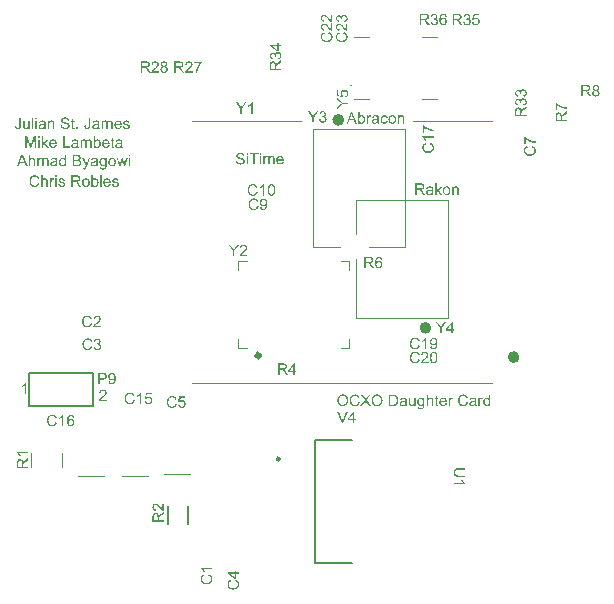
<source format=gto>
G04*
G04 #@! TF.GenerationSoftware,Altium Limited,Altium Designer,23.6.0 (18)*
G04*
G04 Layer_Color=65535*
%FSLAX44Y44*%
%MOMM*%
G71*
G04*
G04 #@! TF.SameCoordinates,0D6CC9A4-690D-4EF8-AA6E-9FB67146BD04*
G04*
G04*
G04 #@! TF.FilePolarity,Positive*
G04*
G01*
G75*
%ADD10C,0.2500*%
%ADD11C,0.4500*%
%ADD12C,0.5000*%
%ADD13C,0.2000*%
%ADD14C,0.1000*%
%ADD15C,0.1270*%
G36*
X387648Y174831D02*
X387772Y174817D01*
X387925Y174803D01*
X388078Y174790D01*
X388258Y174748D01*
X388632Y174665D01*
X389048Y174540D01*
X389256Y174457D01*
X389450Y174360D01*
X389645Y174235D01*
X389839Y174110D01*
X389853Y174096D01*
X389880Y174082D01*
X389936Y174041D01*
X390005Y173971D01*
X390075Y173902D01*
X390172Y173805D01*
X390269Y173694D01*
X390380Y173583D01*
X390491Y173444D01*
X390602Y173278D01*
X390726Y173111D01*
X390837Y172931D01*
X390934Y172723D01*
X391045Y172515D01*
X391129Y172293D01*
X391212Y172043D01*
X389964Y171752D01*
Y171766D01*
X389950Y171794D01*
X389922Y171849D01*
X389894Y171919D01*
X389867Y172002D01*
X389825Y172113D01*
X389714Y172335D01*
X389575Y172584D01*
X389409Y172834D01*
X389201Y173070D01*
X388979Y173278D01*
X388951Y173306D01*
X388868Y173361D01*
X388729Y173430D01*
X388549Y173528D01*
X388313Y173611D01*
X388050Y173694D01*
X387731Y173749D01*
X387384Y173763D01*
X387273D01*
X387204Y173749D01*
X387107D01*
X386996Y173736D01*
X386732Y173694D01*
X386441Y173638D01*
X386136Y173541D01*
X385817Y173403D01*
X385526Y173222D01*
X385512D01*
X385498Y173195D01*
X385401Y173125D01*
X385276Y173014D01*
X385124Y172848D01*
X384943Y172640D01*
X384777Y172404D01*
X384624Y172113D01*
X384486Y171794D01*
Y171780D01*
X384472Y171752D01*
X384458Y171711D01*
X384444Y171641D01*
X384416Y171558D01*
X384389Y171461D01*
X384347Y171225D01*
X384291Y170948D01*
X384236Y170643D01*
X384208Y170310D01*
X384194Y169949D01*
Y169936D01*
Y169894D01*
Y169825D01*
Y169741D01*
X384208Y169644D01*
Y169520D01*
X384222Y169381D01*
X384236Y169228D01*
X384278Y168895D01*
X384347Y168535D01*
X384430Y168174D01*
X384541Y167814D01*
Y167800D01*
X384555Y167772D01*
X384583Y167731D01*
X384610Y167661D01*
X384694Y167495D01*
X384818Y167301D01*
X384971Y167079D01*
X385165Y166843D01*
X385387Y166635D01*
X385651Y166441D01*
X385664D01*
X385692Y166427D01*
X385734Y166399D01*
X385789Y166371D01*
X385859Y166344D01*
X385942Y166302D01*
X386136Y166219D01*
X386386Y166136D01*
X386663Y166066D01*
X386968Y166011D01*
X387287Y165997D01*
X387384D01*
X387467Y166011D01*
X387564D01*
X387662Y166025D01*
X387911Y166080D01*
X388202Y166150D01*
X388494Y166260D01*
X388799Y166413D01*
X388951Y166496D01*
X389090Y166607D01*
X389104Y166621D01*
X389118Y166635D01*
X389159Y166677D01*
X389215Y166718D01*
X389270Y166787D01*
X389340Y166871D01*
X389423Y166954D01*
X389492Y167065D01*
X389575Y167190D01*
X389672Y167328D01*
X389756Y167467D01*
X389839Y167633D01*
X389908Y167814D01*
X389977Y168008D01*
X390047Y168216D01*
X390102Y168438D01*
X391378Y168119D01*
Y168105D01*
X391364Y168049D01*
X391337Y167966D01*
X391295Y167855D01*
X391253Y167731D01*
X391198Y167578D01*
X391129Y167411D01*
X391045Y167231D01*
X390851Y166843D01*
X390602Y166455D01*
X390449Y166260D01*
X390297Y166066D01*
X390130Y165900D01*
X389936Y165733D01*
X389922Y165720D01*
X389894Y165692D01*
X389825Y165664D01*
X389756Y165609D01*
X389645Y165539D01*
X389534Y165470D01*
X389381Y165401D01*
X389229Y165331D01*
X389048Y165248D01*
X388854Y165179D01*
X388646Y165109D01*
X388424Y165040D01*
X388189Y164984D01*
X387939Y164957D01*
X387675Y164929D01*
X387398Y164915D01*
X387245D01*
X387135Y164929D01*
X387010D01*
X386857Y164943D01*
X386691Y164971D01*
X386497Y164998D01*
X386094Y165068D01*
X385678Y165179D01*
X385262Y165331D01*
X385068Y165428D01*
X384874Y165539D01*
X384860Y165553D01*
X384832Y165567D01*
X384777Y165609D01*
X384721Y165664D01*
X384638Y165720D01*
X384541Y165803D01*
X384430Y165900D01*
X384319Y166011D01*
X384208Y166136D01*
X384084Y166260D01*
X383834Y166579D01*
X383598Y166954D01*
X383390Y167370D01*
Y167384D01*
X383362Y167425D01*
X383348Y167495D01*
X383307Y167578D01*
X383279Y167689D01*
X383237Y167828D01*
X383182Y167980D01*
X383140Y168146D01*
X383099Y168327D01*
X383043Y168535D01*
X382974Y168965D01*
X382919Y169450D01*
X382891Y169949D01*
Y169963D01*
Y170019D01*
Y170102D01*
X382905Y170199D01*
Y170338D01*
X382919Y170476D01*
X382932Y170657D01*
X382960Y170837D01*
X383030Y171239D01*
X383126Y171683D01*
X383265Y172127D01*
X383459Y172557D01*
X383473Y172570D01*
X383487Y172612D01*
X383515Y172668D01*
X383570Y172737D01*
X383626Y172834D01*
X383695Y172945D01*
X383875Y173195D01*
X384111Y173472D01*
X384389Y173749D01*
X384707Y174027D01*
X385082Y174263D01*
X385096Y174276D01*
X385137Y174290D01*
X385193Y174318D01*
X385262Y174360D01*
X385373Y174401D01*
X385484Y174443D01*
X385623Y174498D01*
X385775Y174554D01*
X385942Y174609D01*
X386122Y174665D01*
X386510Y174748D01*
X386954Y174817D01*
X387412Y174845D01*
X387551D01*
X387648Y174831D01*
D02*
G37*
G36*
X295950Y174831D02*
X296075Y174817D01*
X296227Y174803D01*
X296380Y174790D01*
X296560Y174748D01*
X296934Y174665D01*
X297351Y174540D01*
X297558Y174457D01*
X297753Y174359D01*
X297947Y174235D01*
X298141Y174110D01*
X298155Y174096D01*
X298183Y174082D01*
X298238Y174041D01*
X298307Y173971D01*
X298377Y173902D01*
X298474Y173805D01*
X298571Y173694D01*
X298682Y173583D01*
X298793Y173444D01*
X298904Y173278D01*
X299029Y173111D01*
X299139Y172931D01*
X299237Y172723D01*
X299347Y172515D01*
X299431Y172293D01*
X299514Y172043D01*
X298266Y171752D01*
Y171766D01*
X298252Y171794D01*
X298224Y171849D01*
X298197Y171919D01*
X298169Y172002D01*
X298127Y172113D01*
X298016Y172335D01*
X297878Y172584D01*
X297711Y172834D01*
X297503Y173070D01*
X297281Y173278D01*
X297253Y173305D01*
X297170Y173361D01*
X297031Y173430D01*
X296851Y173527D01*
X296616Y173611D01*
X296352Y173694D01*
X296033Y173749D01*
X295686Y173763D01*
X295575D01*
X295506Y173749D01*
X295409D01*
X295298Y173736D01*
X295035Y173694D01*
X294743Y173638D01*
X294438Y173541D01*
X294119Y173403D01*
X293828Y173222D01*
X293814D01*
X293800Y173195D01*
X293703Y173125D01*
X293578Y173014D01*
X293426Y172848D01*
X293245Y172640D01*
X293079Y172404D01*
X292927Y172113D01*
X292788Y171794D01*
Y171780D01*
X292774Y171752D01*
X292760Y171711D01*
X292746Y171641D01*
X292718Y171558D01*
X292691Y171461D01*
X292649Y171225D01*
X292594Y170948D01*
X292538Y170643D01*
X292510Y170310D01*
X292496Y169949D01*
Y169935D01*
Y169894D01*
Y169825D01*
Y169741D01*
X292510Y169644D01*
Y169520D01*
X292524Y169381D01*
X292538Y169228D01*
X292580Y168895D01*
X292649Y168535D01*
X292732Y168174D01*
X292843Y167814D01*
Y167800D01*
X292857Y167772D01*
X292885Y167730D01*
X292913Y167661D01*
X292996Y167495D01*
X293121Y167300D01*
X293273Y167079D01*
X293467Y166843D01*
X293689Y166635D01*
X293953Y166441D01*
X293967D01*
X293994Y166427D01*
X294036Y166399D01*
X294091Y166371D01*
X294161Y166344D01*
X294244Y166302D01*
X294438Y166219D01*
X294688Y166136D01*
X294965Y166066D01*
X295270Y166011D01*
X295589Y165997D01*
X295686D01*
X295770Y166011D01*
X295867D01*
X295964Y166025D01*
X296213Y166080D01*
X296504Y166150D01*
X296796Y166260D01*
X297101Y166413D01*
X297253Y166496D01*
X297392Y166607D01*
X297406Y166621D01*
X297420Y166635D01*
X297461Y166677D01*
X297517Y166718D01*
X297572Y166787D01*
X297642Y166871D01*
X297725Y166954D01*
X297794Y167065D01*
X297878Y167190D01*
X297975Y167328D01*
X298058Y167467D01*
X298141Y167633D01*
X298210Y167814D01*
X298280Y168008D01*
X298349Y168216D01*
X298405Y168438D01*
X299680Y168119D01*
Y168105D01*
X299667Y168049D01*
X299639Y167966D01*
X299597Y167855D01*
X299556Y167730D01*
X299500Y167578D01*
X299431Y167411D01*
X299347Y167231D01*
X299153Y166843D01*
X298904Y166455D01*
X298751Y166260D01*
X298599Y166066D01*
X298432Y165900D01*
X298238Y165733D01*
X298224Y165720D01*
X298197Y165692D01*
X298127Y165664D01*
X298058Y165609D01*
X297947Y165539D01*
X297836Y165470D01*
X297683Y165401D01*
X297531Y165331D01*
X297351Y165248D01*
X297156Y165179D01*
X296948Y165109D01*
X296726Y165040D01*
X296491Y164984D01*
X296241Y164957D01*
X295977Y164929D01*
X295700Y164915D01*
X295548D01*
X295437Y164929D01*
X295312D01*
X295159Y164943D01*
X294993Y164971D01*
X294799Y164998D01*
X294396Y165068D01*
X293981Y165179D01*
X293564Y165331D01*
X293370Y165428D01*
X293176Y165539D01*
X293162Y165553D01*
X293134Y165567D01*
X293079Y165609D01*
X293023Y165664D01*
X292940Y165720D01*
X292843Y165803D01*
X292732Y165900D01*
X292621Y166011D01*
X292510Y166136D01*
X292386Y166260D01*
X292136Y166579D01*
X291900Y166954D01*
X291692Y167370D01*
Y167384D01*
X291664Y167425D01*
X291651Y167495D01*
X291609Y167578D01*
X291581Y167689D01*
X291540Y167827D01*
X291484Y167980D01*
X291443Y168146D01*
X291401Y168327D01*
X291346Y168535D01*
X291276Y168965D01*
X291221Y169450D01*
X291193Y169949D01*
Y169963D01*
Y170019D01*
Y170102D01*
X291207Y170199D01*
Y170338D01*
X291221Y170476D01*
X291234Y170657D01*
X291262Y170837D01*
X291332Y171239D01*
X291429Y171683D01*
X291567Y172127D01*
X291761Y172557D01*
X291775Y172570D01*
X291789Y172612D01*
X291817Y172668D01*
X291873Y172737D01*
X291928Y172834D01*
X291997Y172945D01*
X292178Y173195D01*
X292413Y173472D01*
X292691Y173749D01*
X293010Y174027D01*
X293384Y174263D01*
X293398Y174276D01*
X293440Y174290D01*
X293495Y174318D01*
X293564Y174359D01*
X293675Y174401D01*
X293786Y174443D01*
X293925Y174498D01*
X294077Y174554D01*
X294244Y174609D01*
X294424Y174665D01*
X294813Y174748D01*
X295256Y174817D01*
X295714Y174845D01*
X295853D01*
X295950Y174831D01*
D02*
G37*
G36*
X410309Y165082D02*
X409213D01*
Y165955D01*
X409199Y165942D01*
X409185Y165914D01*
X409144Y165858D01*
X409088Y165789D01*
X409019Y165720D01*
X408936Y165636D01*
X408839Y165539D01*
X408714Y165442D01*
X408589Y165345D01*
X408450Y165248D01*
X408284Y165165D01*
X408103Y165096D01*
X407923Y165026D01*
X407715Y164971D01*
X407493Y164943D01*
X407258Y164929D01*
X407174D01*
X407119Y164943D01*
X406952Y164957D01*
X406758Y164984D01*
X406522Y165040D01*
X406259Y165123D01*
X405995Y165234D01*
X405732Y165387D01*
X405718D01*
X405704Y165415D01*
X405621Y165470D01*
X405496Y165581D01*
X405344Y165720D01*
X405163Y165900D01*
X404983Y166122D01*
X404803Y166371D01*
X404650Y166663D01*
Y166677D01*
X404636Y166704D01*
X404623Y166746D01*
X404595Y166801D01*
X404567Y166884D01*
X404525Y166982D01*
X404498Y167079D01*
X404470Y167204D01*
X404401Y167481D01*
X404331Y167800D01*
X404290Y168160D01*
X404276Y168549D01*
Y168563D01*
Y168590D01*
Y168646D01*
Y168729D01*
X404290Y168812D01*
Y168923D01*
X404318Y169173D01*
X404359Y169464D01*
X404428Y169783D01*
X404512Y170116D01*
X404623Y170435D01*
Y170449D01*
X404636Y170476D01*
X404664Y170518D01*
X404692Y170574D01*
X404775Y170726D01*
X404886Y170920D01*
X405025Y171128D01*
X405205Y171336D01*
X405413Y171558D01*
X405663Y171738D01*
X405677D01*
X405690Y171752D01*
X405732Y171780D01*
X405788Y171808D01*
X405926Y171877D01*
X406120Y171974D01*
X406342Y172057D01*
X406606Y172127D01*
X406897Y172182D01*
X407202Y172196D01*
X407313D01*
X407424Y172182D01*
X407576Y172168D01*
X407757Y172127D01*
X407951Y172085D01*
X408145Y172016D01*
X408325Y171919D01*
X408353Y171905D01*
X408409Y171877D01*
X408492Y171808D01*
X408603Y171738D01*
X408741Y171641D01*
X408866Y171516D01*
X409005Y171392D01*
X409130Y171239D01*
Y174678D01*
X410309D01*
Y165082D01*
D02*
G37*
G36*
X305464Y170116D02*
X309055Y165082D01*
X307488D01*
X305061Y168493D01*
X305047Y168507D01*
X305020Y168549D01*
X304992Y168604D01*
X304937Y168673D01*
X304812Y168868D01*
X304673Y169076D01*
X304659Y169062D01*
X304618Y169006D01*
X304562Y168923D01*
X304493Y168812D01*
X304340Y168590D01*
X304271Y168493D01*
X304215Y168410D01*
X301788Y165082D01*
X300263D01*
X303966Y170047D01*
X300693Y174678D01*
X302204D01*
X303952Y172210D01*
Y172196D01*
X303980Y172182D01*
X304007Y172141D01*
X304049Y172085D01*
X304132Y171946D01*
X304257Y171780D01*
X304382Y171586D01*
X304507Y171392D01*
X304618Y171211D01*
X304715Y171045D01*
X304729Y171073D01*
X304770Y171128D01*
X304839Y171239D01*
X304937Y171378D01*
X305047Y171530D01*
X305186Y171724D01*
X305325Y171919D01*
X305491Y172127D01*
X307405Y174678D01*
X308792D01*
X305464Y170116D01*
D02*
G37*
G36*
X403028Y172182D02*
X403180Y172155D01*
X403360Y172099D01*
X403555Y172030D01*
X403777Y171933D01*
X404012Y171808D01*
X403582Y170726D01*
X403569Y170740D01*
X403513Y170768D01*
X403430Y170809D01*
X403319Y170851D01*
X403194Y170893D01*
X403042Y170934D01*
X402889Y170962D01*
X402737Y170976D01*
X402667D01*
X402598Y170962D01*
X402501Y170948D01*
X402404Y170920D01*
X402279Y170879D01*
X402154Y170823D01*
X402043Y170740D01*
X402029Y170726D01*
X401988Y170698D01*
X401946Y170643D01*
X401877Y170574D01*
X401807Y170476D01*
X401738Y170366D01*
X401669Y170241D01*
X401613Y170088D01*
X401599Y170060D01*
X401585Y169977D01*
X401558Y169852D01*
X401516Y169686D01*
X401474Y169478D01*
X401447Y169242D01*
X401433Y168993D01*
X401419Y168715D01*
Y165082D01*
X400240D01*
Y172043D01*
X401308D01*
Y170989D01*
X401322Y171003D01*
X401377Y171101D01*
X401447Y171225D01*
X401558Y171378D01*
X401669Y171530D01*
X401793Y171697D01*
X401918Y171835D01*
X402043Y171947D01*
X402057Y171960D01*
X402099Y171988D01*
X402182Y172030D01*
X402265Y172071D01*
X402376Y172113D01*
X402515Y172155D01*
X402653Y172182D01*
X402806Y172196D01*
X402903D01*
X403028Y172182D01*
D02*
G37*
G36*
X377690D02*
X377843Y172155D01*
X378023Y172099D01*
X378217Y172030D01*
X378439Y171933D01*
X378675Y171808D01*
X378245Y170726D01*
X378231Y170740D01*
X378176Y170768D01*
X378092Y170809D01*
X377981Y170851D01*
X377856Y170893D01*
X377704Y170934D01*
X377551Y170962D01*
X377399Y170976D01*
X377329D01*
X377260Y170962D01*
X377163Y170948D01*
X377066Y170920D01*
X376941Y170879D01*
X376816Y170823D01*
X376706Y170740D01*
X376692Y170726D01*
X376650Y170698D01*
X376608Y170643D01*
X376539Y170574D01*
X376470Y170476D01*
X376400Y170366D01*
X376331Y170241D01*
X376275Y170088D01*
X376262Y170060D01*
X376248Y169977D01*
X376220Y169852D01*
X376179Y169686D01*
X376137Y169478D01*
X376109Y169242D01*
X376095Y168993D01*
X376081Y168715D01*
Y165082D01*
X374903D01*
Y172043D01*
X375970D01*
Y170989D01*
X375984Y171003D01*
X376040Y171101D01*
X376109Y171225D01*
X376220Y171378D01*
X376331Y171530D01*
X376456Y171697D01*
X376581Y171835D01*
X376706Y171947D01*
X376719Y171960D01*
X376761Y171988D01*
X376844Y172030D01*
X376927Y172071D01*
X377038Y172113D01*
X377177Y172155D01*
X377316Y172182D01*
X377468Y172196D01*
X377565D01*
X377690Y172182D01*
D02*
G37*
G36*
X346958Y165082D02*
X345904D01*
Y166094D01*
X345890Y166080D01*
X345862Y166038D01*
X345821Y165983D01*
X345751Y165914D01*
X345668Y165830D01*
X345571Y165720D01*
X345460Y165623D01*
X345321Y165511D01*
X345169Y165401D01*
X345002Y165303D01*
X344822Y165206D01*
X344628Y165109D01*
X344406Y165040D01*
X344184Y164984D01*
X343934Y164943D01*
X343685Y164929D01*
X343588D01*
X343463Y164943D01*
X343310Y164957D01*
X343130Y164984D01*
X342936Y165026D01*
X342742Y165082D01*
X342534Y165165D01*
X342506Y165179D01*
X342450Y165206D01*
X342353Y165262D01*
X342243Y165331D01*
X342104Y165414D01*
X341979Y165511D01*
X341854Y165623D01*
X341743Y165747D01*
X341729Y165761D01*
X341702Y165817D01*
X341660Y165886D01*
X341604Y165997D01*
X341535Y166122D01*
X341480Y166274D01*
X341424Y166441D01*
X341383Y166621D01*
Y166635D01*
X341369Y166690D01*
X341355Y166773D01*
Y166884D01*
X341341Y167051D01*
X341327Y167231D01*
X341313Y167467D01*
Y167730D01*
Y172043D01*
X342492D01*
Y168174D01*
Y168160D01*
Y168133D01*
Y168091D01*
Y168022D01*
Y167869D01*
X342506Y167675D01*
Y167467D01*
X342520Y167259D01*
X342534Y167079D01*
X342561Y166926D01*
Y166912D01*
X342589Y166857D01*
X342617Y166773D01*
X342659Y166663D01*
X342728Y166552D01*
X342811Y166427D01*
X342908Y166316D01*
X343033Y166205D01*
X343047Y166191D01*
X343102Y166163D01*
X343172Y166122D01*
X343283Y166080D01*
X343407Y166025D01*
X343560Y165983D01*
X343726Y165955D01*
X343921Y165941D01*
X344018D01*
X344115Y165955D01*
X344240Y165969D01*
X344392Y166011D01*
X344558Y166052D01*
X344739Y166122D01*
X344919Y166205D01*
X344947Y166219D01*
X345002Y166260D01*
X345085Y166316D01*
X345183Y166399D01*
X345294Y166510D01*
X345405Y166635D01*
X345502Y166773D01*
X345585Y166940D01*
X345599Y166968D01*
X345612Y167023D01*
X345640Y167134D01*
X345682Y167287D01*
X345723Y167481D01*
X345751Y167717D01*
X345765Y167994D01*
X345779Y168313D01*
Y172043D01*
X346958D01*
Y165082D01*
D02*
G37*
G36*
X396038Y172182D02*
X396246Y172168D01*
X396482Y172141D01*
X396718Y172099D01*
X396953Y172043D01*
X397175Y171974D01*
X397203Y171960D01*
X397272Y171933D01*
X397369Y171891D01*
X397494Y171835D01*
X397633Y171752D01*
X397772Y171669D01*
X397896Y171558D01*
X398007Y171447D01*
X398021Y171433D01*
X398049Y171392D01*
X398091Y171322D01*
X398146Y171239D01*
X398215Y171114D01*
X398271Y170989D01*
X398326Y170837D01*
X398368Y170657D01*
Y170643D01*
X398382Y170601D01*
X398396Y170518D01*
X398410Y170407D01*
Y170254D01*
X398423Y170074D01*
X398437Y169839D01*
Y169575D01*
Y167994D01*
Y167980D01*
Y167925D01*
Y167841D01*
Y167731D01*
Y167606D01*
Y167453D01*
X398451Y167120D01*
Y166774D01*
X398465Y166427D01*
X398479Y166274D01*
Y166136D01*
X398493Y166011D01*
X398507Y165914D01*
Y165900D01*
X398521Y165844D01*
X398534Y165761D01*
X398576Y165650D01*
X398604Y165525D01*
X398659Y165387D01*
X398728Y165234D01*
X398798Y165082D01*
X397564D01*
X397550Y165096D01*
X397536Y165151D01*
X397508Y165220D01*
X397467Y165331D01*
X397425Y165456D01*
X397397Y165609D01*
X397369Y165775D01*
X397342Y165955D01*
X397328D01*
X397314Y165928D01*
X397231Y165858D01*
X397106Y165761D01*
X396940Y165636D01*
X396731Y165511D01*
X396523Y165373D01*
X396301Y165248D01*
X396066Y165151D01*
X396038Y165137D01*
X395955Y165123D01*
X395830Y165082D01*
X395677Y165040D01*
X395483Y164998D01*
X395261Y164971D01*
X395012Y164943D01*
X394762Y164929D01*
X394651D01*
X394568Y164943D01*
X394471D01*
X394360Y164957D01*
X394110Y164998D01*
X393833Y165068D01*
X393528Y165165D01*
X393251Y165303D01*
X393001Y165484D01*
X392973Y165511D01*
X392904Y165581D01*
X392807Y165706D01*
X392696Y165872D01*
X392585Y166080D01*
X392488Y166316D01*
X392418Y166607D01*
X392405Y166746D01*
X392391Y166912D01*
Y166940D01*
Y166995D01*
X392405Y167092D01*
X392418Y167217D01*
X392446Y167370D01*
X392488Y167522D01*
X392543Y167689D01*
X392612Y167841D01*
X392626Y167855D01*
X392654Y167911D01*
X392710Y167994D01*
X392779Y168091D01*
X392862Y168202D01*
X392973Y168313D01*
X393084Y168424D01*
X393223Y168521D01*
X393237Y168535D01*
X393292Y168563D01*
X393361Y168618D01*
X393472Y168673D01*
X393597Y168729D01*
X393750Y168798D01*
X393902Y168854D01*
X394083Y168909D01*
X394096D01*
X394152Y168923D01*
X394235Y168951D01*
X394346Y168965D01*
X394485Y168993D01*
X394665Y169020D01*
X394873Y169062D01*
X395123Y169090D01*
X395137D01*
X395192Y169103D01*
X395261D01*
X395359Y169117D01*
X395469Y169131D01*
X395608Y169159D01*
X395761Y169173D01*
X395927Y169200D01*
X396260Y169270D01*
X396620Y169339D01*
X396940Y169422D01*
X397092Y169464D01*
X397231Y169506D01*
Y169520D01*
Y169547D01*
X397245Y169630D01*
Y169727D01*
Y169783D01*
Y169811D01*
Y169825D01*
Y169839D01*
Y169922D01*
X397231Y170060D01*
X397203Y170213D01*
X397161Y170379D01*
X397092Y170546D01*
X397009Y170698D01*
X396898Y170823D01*
X396884Y170837D01*
X396815Y170893D01*
X396704Y170948D01*
X396565Y171031D01*
X396371Y171101D01*
X396149Y171170D01*
X395872Y171211D01*
X395553Y171225D01*
X395414D01*
X395275Y171211D01*
X395081Y171184D01*
X394887Y171156D01*
X394679Y171101D01*
X394485Y171031D01*
X394318Y170934D01*
X394305Y170920D01*
X394249Y170879D01*
X394180Y170809D01*
X394096Y170698D01*
X394013Y170560D01*
X393916Y170379D01*
X393833Y170157D01*
X393750Y169908D01*
X392599Y170060D01*
Y170074D01*
X392612Y170088D01*
Y170130D01*
X392626Y170185D01*
X392668Y170310D01*
X392724Y170490D01*
X392793Y170671D01*
X392876Y170865D01*
X392987Y171059D01*
X393112Y171239D01*
X393126Y171253D01*
X393181Y171308D01*
X393264Y171392D01*
X393375Y171503D01*
X393528Y171614D01*
X393708Y171725D01*
X393916Y171849D01*
X394152Y171947D01*
X394166D01*
X394180Y171960D01*
X394221Y171974D01*
X394277Y171988D01*
X394415Y172030D01*
X394610Y172071D01*
X394832Y172113D01*
X395109Y172155D01*
X395400Y172182D01*
X395733Y172196D01*
X395886D01*
X396038Y172182D01*
D02*
G37*
G36*
X357442Y171239D02*
X357456Y171253D01*
X357484Y171281D01*
X357525Y171322D01*
X357595Y171392D01*
X357664Y171461D01*
X357761Y171544D01*
X357886Y171628D01*
X358011Y171725D01*
X358150Y171808D01*
X358302Y171891D01*
X358663Y172043D01*
X358857Y172113D01*
X359065Y172155D01*
X359287Y172182D01*
X359509Y172196D01*
X359633D01*
X359786Y172182D01*
X359966Y172155D01*
X360174Y172127D01*
X360396Y172071D01*
X360618Y171988D01*
X360840Y171891D01*
X360868Y171877D01*
X360937Y171835D01*
X361034Y171766D01*
X361159Y171669D01*
X361284Y171544D01*
X361423Y171406D01*
X361547Y171239D01*
X361658Y171045D01*
X361672Y171017D01*
X361700Y170948D01*
X361741Y170823D01*
X361783Y170643D01*
X361825Y170421D01*
X361866Y170157D01*
X361894Y169839D01*
X361908Y169478D01*
Y165082D01*
X360729D01*
Y169492D01*
Y169506D01*
Y169533D01*
Y169575D01*
Y169630D01*
X360715Y169783D01*
X360687Y169977D01*
X360632Y170185D01*
X360563Y170393D01*
X360466Y170601D01*
X360341Y170768D01*
X360327Y170781D01*
X360271Y170837D01*
X360188Y170906D01*
X360063Y170976D01*
X359911Y171059D01*
X359730Y171114D01*
X359509Y171170D01*
X359259Y171184D01*
X359176D01*
X359079Y171170D01*
X358940Y171156D01*
X358801Y171114D01*
X358635Y171073D01*
X358469Y171003D01*
X358288Y170906D01*
X358274Y170893D01*
X358219Y170851D01*
X358136Y170795D01*
X358039Y170712D01*
X357928Y170601D01*
X357817Y170476D01*
X357720Y170324D01*
X357636Y170157D01*
X357623Y170130D01*
X357609Y170074D01*
X357581Y169963D01*
X357539Y169825D01*
X357498Y169644D01*
X357470Y169422D01*
X357456Y169173D01*
X357442Y168882D01*
Y165082D01*
X356263D01*
Y174678D01*
X357442D01*
Y171239D01*
D02*
G37*
G36*
X337125Y172182D02*
X337333Y172168D01*
X337569Y172141D01*
X337805Y172099D01*
X338040Y172043D01*
X338262Y171974D01*
X338290Y171960D01*
X338359Y171933D01*
X338456Y171891D01*
X338581Y171835D01*
X338720Y171752D01*
X338859Y171669D01*
X338983Y171558D01*
X339094Y171447D01*
X339108Y171433D01*
X339136Y171392D01*
X339178Y171322D01*
X339233Y171239D01*
X339302Y171114D01*
X339358Y170989D01*
X339413Y170837D01*
X339455Y170657D01*
Y170643D01*
X339469Y170601D01*
X339483Y170518D01*
X339497Y170407D01*
Y170254D01*
X339510Y170074D01*
X339524Y169838D01*
Y169575D01*
Y167994D01*
Y167980D01*
Y167925D01*
Y167841D01*
Y167730D01*
Y167606D01*
Y167453D01*
X339538Y167120D01*
Y166773D01*
X339552Y166427D01*
X339566Y166274D01*
Y166136D01*
X339580Y166011D01*
X339594Y165914D01*
Y165900D01*
X339608Y165844D01*
X339621Y165761D01*
X339663Y165650D01*
X339691Y165525D01*
X339746Y165387D01*
X339815Y165234D01*
X339885Y165082D01*
X338651D01*
X338637Y165096D01*
X338623Y165151D01*
X338595Y165220D01*
X338554Y165331D01*
X338512Y165456D01*
X338484Y165609D01*
X338456Y165775D01*
X338429Y165955D01*
X338415D01*
X338401Y165928D01*
X338318Y165858D01*
X338193Y165761D01*
X338027Y165636D01*
X337818Y165511D01*
X337611Y165373D01*
X337389Y165248D01*
X337153Y165151D01*
X337125Y165137D01*
X337042Y165123D01*
X336917Y165082D01*
X336764Y165040D01*
X336570Y164998D01*
X336348Y164971D01*
X336099Y164943D01*
X335849Y164929D01*
X335738D01*
X335655Y164943D01*
X335558D01*
X335447Y164957D01*
X335197Y164998D01*
X334920Y165068D01*
X334615Y165165D01*
X334338Y165303D01*
X334088Y165484D01*
X334060Y165511D01*
X333991Y165581D01*
X333894Y165706D01*
X333783Y165872D01*
X333672Y166080D01*
X333575Y166316D01*
X333505Y166607D01*
X333492Y166746D01*
X333478Y166912D01*
Y166940D01*
Y166995D01*
X333492Y167092D01*
X333505Y167217D01*
X333533Y167370D01*
X333575Y167522D01*
X333630Y167689D01*
X333700Y167841D01*
X333713Y167855D01*
X333741Y167911D01*
X333797Y167994D01*
X333866Y168091D01*
X333949Y168202D01*
X334060Y168313D01*
X334171Y168424D01*
X334310Y168521D01*
X334324Y168535D01*
X334379Y168563D01*
X334449Y168618D01*
X334559Y168673D01*
X334684Y168729D01*
X334837Y168798D01*
X334989Y168854D01*
X335170Y168909D01*
X335183D01*
X335239Y168923D01*
X335322Y168951D01*
X335433Y168965D01*
X335572Y168993D01*
X335752Y169020D01*
X335960Y169062D01*
X336210Y169090D01*
X336224D01*
X336279Y169103D01*
X336348D01*
X336446Y169117D01*
X336557Y169131D01*
X336695Y169159D01*
X336848Y169173D01*
X337014Y169200D01*
X337347Y169270D01*
X337707Y169339D01*
X338027Y169422D01*
X338179Y169464D01*
X338318Y169506D01*
Y169520D01*
Y169547D01*
X338332Y169630D01*
Y169727D01*
Y169783D01*
Y169811D01*
Y169825D01*
Y169838D01*
Y169922D01*
X338318Y170060D01*
X338290Y170213D01*
X338248Y170379D01*
X338179Y170546D01*
X338096Y170698D01*
X337985Y170823D01*
X337971Y170837D01*
X337902Y170892D01*
X337791Y170948D01*
X337652Y171031D01*
X337458Y171101D01*
X337236Y171170D01*
X336959Y171211D01*
X336640Y171225D01*
X336501D01*
X336362Y171211D01*
X336168Y171184D01*
X335974Y171156D01*
X335766Y171101D01*
X335572Y171031D01*
X335405Y170934D01*
X335392Y170920D01*
X335336Y170879D01*
X335267Y170809D01*
X335183Y170698D01*
X335100Y170560D01*
X335003Y170379D01*
X334920Y170157D01*
X334837Y169908D01*
X333686Y170060D01*
Y170074D01*
X333700Y170088D01*
Y170130D01*
X333713Y170185D01*
X333755Y170310D01*
X333811Y170490D01*
X333880Y170671D01*
X333963Y170865D01*
X334074Y171059D01*
X334199Y171239D01*
X334213Y171253D01*
X334268Y171308D01*
X334351Y171392D01*
X334462Y171503D01*
X334615Y171614D01*
X334795Y171724D01*
X335003Y171849D01*
X335239Y171946D01*
X335253D01*
X335267Y171960D01*
X335308Y171974D01*
X335364Y171988D01*
X335503Y172030D01*
X335697Y172071D01*
X335919Y172113D01*
X336196Y172155D01*
X336487Y172182D01*
X336820Y172196D01*
X336973D01*
X337125Y172182D01*
D02*
G37*
G36*
X328291Y174665D02*
X328568Y174651D01*
X328846Y174623D01*
X329123Y174581D01*
X329359Y174540D01*
X329373D01*
X329400Y174526D01*
X329442D01*
X329497Y174498D01*
X329650Y174457D01*
X329844Y174387D01*
X330066Y174290D01*
X330302Y174165D01*
X330538Y174027D01*
X330760Y173846D01*
X330773Y173832D01*
X330787Y173819D01*
X330829Y173777D01*
X330884Y173736D01*
X331023Y173597D01*
X331189Y173403D01*
X331370Y173167D01*
X331564Y172889D01*
X331744Y172570D01*
X331897Y172210D01*
Y172196D01*
X331911Y172168D01*
X331938Y172113D01*
X331952Y172030D01*
X331994Y171933D01*
X332021Y171822D01*
X332049Y171697D01*
X332091Y171544D01*
X332132Y171392D01*
X332160Y171211D01*
X332229Y170823D01*
X332271Y170393D01*
X332285Y169922D01*
Y169908D01*
Y169880D01*
Y169811D01*
Y169741D01*
X332271Y169644D01*
Y169533D01*
X332257Y169270D01*
X332216Y168965D01*
X332174Y168646D01*
X332105Y168313D01*
X332021Y167980D01*
Y167966D01*
X332008Y167938D01*
X331994Y167897D01*
X331980Y167841D01*
X331924Y167689D01*
X331841Y167495D01*
X331758Y167273D01*
X331647Y167051D01*
X331508Y166815D01*
X331370Y166593D01*
X331356Y166565D01*
X331300Y166496D01*
X331217Y166399D01*
X331106Y166274D01*
X330981Y166136D01*
X330829Y165997D01*
X330676Y165844D01*
X330496Y165720D01*
X330468Y165706D01*
X330413Y165664D01*
X330316Y165609D01*
X330177Y165539D01*
X330011Y165456D01*
X329816Y165387D01*
X329594Y165303D01*
X329345Y165234D01*
X329317D01*
X329276Y165220D01*
X329234Y165206D01*
X329095Y165193D01*
X328901Y165165D01*
X328679Y165137D01*
X328416Y165109D01*
X328125Y165096D01*
X327805Y165082D01*
X324352D01*
Y174678D01*
X328041D01*
X328291Y174665D01*
D02*
G37*
G36*
X365098Y172043D02*
X366290D01*
Y171128D01*
X365098D01*
Y167037D01*
Y167009D01*
Y166954D01*
Y166871D01*
X365112Y166774D01*
X365125Y166552D01*
X365139Y166455D01*
X365153Y166385D01*
X365167Y166357D01*
X365209Y166302D01*
X365264Y166233D01*
X365361Y166163D01*
X365389Y166150D01*
X365458Y166122D01*
X365583Y166094D01*
X365763Y166080D01*
X365902D01*
X365971Y166094D01*
X366068D01*
X366179Y166108D01*
X366290Y166122D01*
X366443Y165082D01*
X366415D01*
X366360Y165068D01*
X366263Y165054D01*
X366138Y165040D01*
X365999Y165012D01*
X365846Y164998D01*
X365541Y164984D01*
X365430D01*
X365320Y164998D01*
X365181Y165012D01*
X365014Y165026D01*
X364848Y165068D01*
X364695Y165109D01*
X364543Y165179D01*
X364529Y165193D01*
X364487Y165220D01*
X364432Y165262D01*
X364349Y165331D01*
X364279Y165401D01*
X364196Y165498D01*
X364113Y165595D01*
X364058Y165720D01*
Y165733D01*
X364030Y165789D01*
X364016Y165886D01*
X363988Y166025D01*
X363960Y166205D01*
X363946Y166316D01*
Y166441D01*
X363933Y166593D01*
X363919Y166746D01*
Y166912D01*
Y167106D01*
Y171128D01*
X363045D01*
Y172043D01*
X363919D01*
Y173763D01*
X365098Y174471D01*
Y172043D01*
D02*
G37*
G36*
X370534Y172182D02*
X370645Y172168D01*
X370784Y172141D01*
X370936Y172113D01*
X371116Y172071D01*
X371283Y172030D01*
X371477Y171960D01*
X371657Y171891D01*
X371852Y171794D01*
X372046Y171683D01*
X372240Y171558D01*
X372420Y171406D01*
X372587Y171239D01*
X372600Y171225D01*
X372628Y171198D01*
X372670Y171142D01*
X372725Y171059D01*
X372795Y170962D01*
X372864Y170851D01*
X372947Y170712D01*
X373030Y170546D01*
X373114Y170366D01*
X373197Y170171D01*
X373266Y169949D01*
X373335Y169714D01*
X373391Y169450D01*
X373433Y169173D01*
X373460Y168882D01*
X373474Y168563D01*
Y168549D01*
Y168493D01*
Y168396D01*
X373460Y168258D01*
X368260D01*
Y168244D01*
Y168202D01*
X368274Y168146D01*
Y168063D01*
X368287Y167966D01*
X368315Y167855D01*
X368357Y167606D01*
X368440Y167328D01*
X368551Y167023D01*
X368703Y166746D01*
X368898Y166496D01*
X368911D01*
X368925Y166469D01*
X369008Y166399D01*
X369133Y166302D01*
X369300Y166205D01*
X369522Y166094D01*
X369771Y165997D01*
X370049Y165928D01*
X370201Y165914D01*
X370368Y165900D01*
X370479D01*
X370603Y165914D01*
X370756Y165942D01*
X370922Y165983D01*
X371116Y166038D01*
X371297Y166122D01*
X371477Y166233D01*
X371491Y166247D01*
X371560Y166302D01*
X371643Y166385D01*
X371741Y166496D01*
X371852Y166649D01*
X371976Y166843D01*
X372101Y167065D01*
X372212Y167328D01*
X373433Y167176D01*
Y167162D01*
X373419Y167134D01*
X373405Y167079D01*
X373377Y166995D01*
X373335Y166912D01*
X373294Y166801D01*
X373183Y166565D01*
X373044Y166302D01*
X372850Y166025D01*
X372628Y165761D01*
X372351Y165511D01*
X372337D01*
X372309Y165484D01*
X372268Y165456D01*
X372212Y165415D01*
X372129Y165373D01*
X372046Y165331D01*
X371935Y165276D01*
X371810Y165220D01*
X371671Y165165D01*
X371533Y165109D01*
X371186Y165026D01*
X370798Y164957D01*
X370368Y164929D01*
X370215D01*
X370118Y164943D01*
X369993Y164957D01*
X369841Y164984D01*
X369674Y165012D01*
X369494Y165040D01*
X369106Y165151D01*
X368898Y165234D01*
X368703Y165317D01*
X368495Y165428D01*
X368301Y165553D01*
X368121Y165692D01*
X367941Y165858D01*
X367927Y165872D01*
X367899Y165900D01*
X367857Y165955D01*
X367802Y166038D01*
X367733Y166136D01*
X367663Y166247D01*
X367580Y166385D01*
X367497Y166538D01*
X367414Y166718D01*
X367330Y166912D01*
X367261Y167134D01*
X367192Y167370D01*
X367136Y167619D01*
X367095Y167897D01*
X367067Y168188D01*
X367053Y168493D01*
Y168507D01*
Y168576D01*
Y168660D01*
X367067Y168785D01*
X367081Y168937D01*
X367095Y169103D01*
X367122Y169298D01*
X367164Y169492D01*
X367275Y169936D01*
X367344Y170157D01*
X367427Y170393D01*
X367538Y170615D01*
X367663Y170823D01*
X367802Y171031D01*
X367954Y171225D01*
X367968Y171239D01*
X367996Y171267D01*
X368052Y171308D01*
X368121Y171378D01*
X368204Y171447D01*
X368315Y171530D01*
X368440Y171628D01*
X368592Y171711D01*
X368745Y171808D01*
X368925Y171891D01*
X369119Y171974D01*
X369328Y172043D01*
X369549Y172113D01*
X369785Y172155D01*
X370035Y172182D01*
X370298Y172196D01*
X370437D01*
X370534Y172182D01*
D02*
G37*
G36*
X314617Y174831D02*
X314741D01*
X314866Y174817D01*
X315033Y174790D01*
X315199Y174762D01*
X315560Y174692D01*
X315976Y174581D01*
X316378Y174415D01*
X316586Y174318D01*
X316794Y174207D01*
X316808Y174193D01*
X316836Y174179D01*
X316891Y174138D01*
X316974Y174096D01*
X317057Y174027D01*
X317168Y173944D01*
X317404Y173749D01*
X317654Y173500D01*
X317931Y173195D01*
X318195Y172834D01*
X318417Y172432D01*
Y172418D01*
X318444Y172376D01*
X318472Y172321D01*
X318500Y172238D01*
X318555Y172127D01*
X318597Y172002D01*
X318652Y171849D01*
X318708Y171683D01*
X318749Y171503D01*
X318805Y171308D01*
X318860Y171087D01*
X318902Y170865D01*
X318958Y170379D01*
X318985Y169852D01*
Y169838D01*
Y169783D01*
Y169714D01*
X318971Y169603D01*
Y169478D01*
X318958Y169325D01*
X318930Y169159D01*
X318916Y168979D01*
X318846Y168576D01*
X318736Y168133D01*
X318583Y167689D01*
X318500Y167467D01*
X318389Y167245D01*
Y167231D01*
X318361Y167190D01*
X318333Y167134D01*
X318278Y167051D01*
X318222Y166954D01*
X318153Y166857D01*
X317959Y166593D01*
X317723Y166316D01*
X317446Y166025D01*
X317113Y165747D01*
X316725Y165498D01*
X316711D01*
X316683Y165470D01*
X316614Y165442D01*
X316530Y165401D01*
X316433Y165359D01*
X316322Y165317D01*
X316184Y165262D01*
X316031Y165206D01*
X315865Y165151D01*
X315685Y165096D01*
X315282Y165012D01*
X314852Y164943D01*
X314395Y164915D01*
X314256D01*
X314173Y164929D01*
X314048D01*
X313909Y164957D01*
X313757Y164971D01*
X313577Y164998D01*
X313202Y165082D01*
X312800Y165193D01*
X312384Y165359D01*
X312176Y165456D01*
X311968Y165567D01*
X311954Y165581D01*
X311926Y165595D01*
X311871Y165636D01*
X311787Y165692D01*
X311704Y165747D01*
X311607Y165830D01*
X311371Y166038D01*
X311108Y166288D01*
X310831Y166593D01*
X310581Y166940D01*
X310345Y167342D01*
Y167356D01*
X310317Y167398D01*
X310290Y167453D01*
X310262Y167536D01*
X310220Y167647D01*
X310179Y167772D01*
X310123Y167911D01*
X310082Y168063D01*
X310026Y168244D01*
X309971Y168424D01*
X309888Y168840D01*
X309832Y169270D01*
X309804Y169741D01*
Y169755D01*
Y169769D01*
Y169852D01*
X309818Y169977D01*
Y170144D01*
X309846Y170338D01*
X309874Y170574D01*
X309915Y170837D01*
X309971Y171114D01*
X310026Y171406D01*
X310109Y171711D01*
X310220Y172016D01*
X310345Y172335D01*
X310484Y172640D01*
X310664Y172945D01*
X310858Y173222D01*
X311080Y173486D01*
X311094Y173500D01*
X311136Y173541D01*
X311219Y173611D01*
X311316Y173694D01*
X311441Y173805D01*
X311593Y173916D01*
X311774Y174041D01*
X311982Y174165D01*
X312204Y174290D01*
X312453Y174415D01*
X312731Y174526D01*
X313022Y174637D01*
X313341Y174720D01*
X313674Y174790D01*
X314020Y174831D01*
X314395Y174845D01*
X314520D01*
X314617Y174831D01*
D02*
G37*
G36*
X285562D02*
X285687D01*
X285812Y174817D01*
X285978Y174790D01*
X286145Y174762D01*
X286505Y174692D01*
X286921Y174581D01*
X287324Y174415D01*
X287532Y174318D01*
X287740Y174207D01*
X287754Y174193D01*
X287781Y174179D01*
X287837Y174138D01*
X287920Y174096D01*
X288003Y174027D01*
X288114Y173944D01*
X288350Y173749D01*
X288599Y173500D01*
X288877Y173195D01*
X289140Y172834D01*
X289362Y172432D01*
Y172418D01*
X289390Y172376D01*
X289418Y172321D01*
X289445Y172238D01*
X289501Y172127D01*
X289543Y172002D01*
X289598Y171849D01*
X289653Y171683D01*
X289695Y171503D01*
X289751Y171308D01*
X289806Y171087D01*
X289848Y170865D01*
X289903Y170379D01*
X289931Y169852D01*
Y169838D01*
Y169783D01*
Y169714D01*
X289917Y169603D01*
Y169478D01*
X289903Y169325D01*
X289875Y169159D01*
X289862Y168979D01*
X289792Y168576D01*
X289681Y168133D01*
X289529Y167689D01*
X289445Y167467D01*
X289335Y167245D01*
Y167231D01*
X289307Y167190D01*
X289279Y167134D01*
X289224Y167051D01*
X289168Y166954D01*
X289099Y166857D01*
X288905Y166593D01*
X288669Y166316D01*
X288391Y166025D01*
X288059Y165747D01*
X287670Y165498D01*
X287656D01*
X287629Y165470D01*
X287559Y165442D01*
X287476Y165401D01*
X287379Y165359D01*
X287268Y165317D01*
X287129Y165262D01*
X286977Y165206D01*
X286810Y165151D01*
X286630Y165096D01*
X286228Y165012D01*
X285798Y164943D01*
X285340Y164915D01*
X285202D01*
X285119Y164929D01*
X284994D01*
X284855Y164957D01*
X284702Y164971D01*
X284522Y164998D01*
X284148Y165082D01*
X283746Y165193D01*
X283330Y165359D01*
X283121Y165456D01*
X282913Y165567D01*
X282900Y165581D01*
X282872Y165595D01*
X282816Y165636D01*
X282733Y165692D01*
X282650Y165747D01*
X282553Y165830D01*
X282317Y166038D01*
X282054Y166288D01*
X281776Y166593D01*
X281527Y166940D01*
X281291Y167342D01*
Y167356D01*
X281263Y167398D01*
X281235Y167453D01*
X281208Y167536D01*
X281166Y167647D01*
X281124Y167772D01*
X281069Y167911D01*
X281027Y168063D01*
X280972Y168244D01*
X280916Y168424D01*
X280833Y168840D01*
X280778Y169270D01*
X280750Y169741D01*
Y169755D01*
Y169769D01*
Y169852D01*
X280764Y169977D01*
Y170144D01*
X280792Y170338D01*
X280819Y170574D01*
X280861Y170837D01*
X280916Y171114D01*
X280972Y171406D01*
X281055Y171711D01*
X281166Y172016D01*
X281291Y172335D01*
X281430Y172640D01*
X281610Y172945D01*
X281804Y173222D01*
X282026Y173486D01*
X282040Y173500D01*
X282081Y173541D01*
X282165Y173611D01*
X282262Y173694D01*
X282386Y173805D01*
X282539Y173916D01*
X282719Y174041D01*
X282927Y174165D01*
X283149Y174290D01*
X283399Y174415D01*
X283676Y174526D01*
X283967Y174637D01*
X284286Y174720D01*
X284619Y174790D01*
X284966Y174831D01*
X285340Y174845D01*
X285465D01*
X285562Y174831D01*
D02*
G37*
G36*
X351562Y172182D02*
X351659Y172168D01*
X351784Y172141D01*
X351923Y172113D01*
X352075Y172071D01*
X352228Y172016D01*
X352394Y171946D01*
X352561Y171863D01*
X352741Y171766D01*
X352907Y171655D01*
X353074Y171516D01*
X353240Y171364D01*
X353393Y171184D01*
Y172043D01*
X354474D01*
Y166025D01*
Y166011D01*
Y165955D01*
Y165872D01*
Y165761D01*
X354461Y165636D01*
Y165484D01*
X354447Y165317D01*
X354433Y165137D01*
X354391Y164763D01*
X354336Y164374D01*
X354294Y164194D01*
X354253Y164028D01*
X354197Y163875D01*
X354142Y163736D01*
Y163722D01*
X354128Y163709D01*
X354072Y163625D01*
X354003Y163501D01*
X353892Y163348D01*
X353739Y163182D01*
X353559Y163001D01*
X353337Y162821D01*
X353088Y162668D01*
X353074D01*
X353060Y162655D01*
X353018Y162627D01*
X352963Y162613D01*
X352893Y162571D01*
X352810Y162544D01*
X352602Y162474D01*
X352353Y162391D01*
X352048Y162336D01*
X351701Y162280D01*
X351326Y162266D01*
X351202D01*
X351118Y162280D01*
X351007D01*
X350896Y162294D01*
X350758Y162308D01*
X350605Y162336D01*
X350286Y162405D01*
X349953Y162502D01*
X349621Y162641D01*
X349315Y162835D01*
X349301Y162849D01*
X349288Y162863D01*
X349191Y162946D01*
X349080Y163071D01*
X348941Y163251D01*
X348802Y163487D01*
X348677Y163778D01*
X348636Y163944D01*
X348608Y164125D01*
X348580Y164305D01*
Y164513D01*
X349731Y164360D01*
Y164333D01*
X349745Y164277D01*
X349773Y164180D01*
X349801Y164055D01*
X349856Y163930D01*
X349926Y163806D01*
X350009Y163681D01*
X350120Y163584D01*
X350148Y163570D01*
X350203Y163528D01*
X350300Y163473D01*
X350439Y163417D01*
X350605Y163348D01*
X350813Y163293D01*
X351063Y163251D01*
X351326Y163237D01*
X351465D01*
X351604Y163251D01*
X351798Y163279D01*
X351992Y163320D01*
X352200Y163376D01*
X352408Y163459D01*
X352588Y163570D01*
X352602Y163584D01*
X352658Y163625D01*
X352741Y163709D01*
X352838Y163806D01*
X352935Y163944D01*
X353032Y164097D01*
X353129Y164277D01*
X353199Y164485D01*
Y164499D01*
X353212Y164555D01*
X353226Y164666D01*
X353240Y164804D01*
X353254Y164901D01*
Y165012D01*
X353268Y165137D01*
Y165276D01*
Y165428D01*
X353282Y165609D01*
Y165789D01*
Y165997D01*
X353268Y165983D01*
X353240Y165955D01*
X353199Y165914D01*
X353143Y165858D01*
X353074Y165789D01*
X352977Y165706D01*
X352866Y165623D01*
X352755Y165539D01*
X352463Y165373D01*
X352145Y165220D01*
X351964Y165165D01*
X351770Y165123D01*
X351562Y165096D01*
X351354Y165082D01*
X351285D01*
X351215Y165096D01*
X351118D01*
X350993Y165109D01*
X350855Y165137D01*
X350702Y165165D01*
X350536Y165206D01*
X350355Y165262D01*
X350175Y165331D01*
X349995Y165414D01*
X349801Y165511D01*
X349621Y165636D01*
X349440Y165775D01*
X349274Y165928D01*
X349121Y166108D01*
X349107Y166122D01*
X349094Y166150D01*
X349052Y166219D01*
X348996Y166288D01*
X348941Y166399D01*
X348872Y166510D01*
X348802Y166649D01*
X348733Y166815D01*
X348664Y166982D01*
X348594Y167176D01*
X348525Y167370D01*
X348469Y167592D01*
X348372Y168063D01*
X348358Y168327D01*
X348345Y168590D01*
Y168604D01*
Y168632D01*
Y168687D01*
Y168757D01*
X348358Y168854D01*
Y168951D01*
X348386Y169200D01*
X348428Y169478D01*
X348497Y169783D01*
X348580Y170102D01*
X348705Y170421D01*
Y170435D01*
X348719Y170462D01*
X348747Y170504D01*
X348774Y170560D01*
X348858Y170712D01*
X348969Y170906D01*
X349121Y171114D01*
X349301Y171322D01*
X349510Y171544D01*
X349745Y171724D01*
X349759D01*
X349773Y171738D01*
X349815Y171766D01*
X349870Y171794D01*
X350009Y171877D01*
X350203Y171960D01*
X350439Y172043D01*
X350716Y172127D01*
X351021Y172182D01*
X351354Y172196D01*
X351479D01*
X351562Y172182D01*
D02*
G37*
G36*
X285784Y150750D02*
X284453D01*
X280736Y160347D01*
X282123D01*
X284619Y153371D01*
Y153357D01*
X284633Y153329D01*
X284647Y153288D01*
X284675Y153232D01*
X284689Y153149D01*
X284716Y153066D01*
X284786Y152858D01*
X284869Y152622D01*
X284952Y152359D01*
X285119Y151804D01*
Y151818D01*
X285132Y151846D01*
X285146Y151887D01*
X285160Y151943D01*
X285202Y152095D01*
X285271Y152303D01*
X285340Y152539D01*
X285424Y152802D01*
X285521Y153080D01*
X285632Y153371D01*
X288239Y160347D01*
X289529D01*
X285784Y150750D01*
D02*
G37*
G36*
X295145Y154134D02*
X296449D01*
Y153052D01*
X295145D01*
Y150750D01*
X293967D01*
Y153052D01*
X289792D01*
Y154134D01*
X294188Y160347D01*
X295145D01*
Y154134D01*
D02*
G37*
G36*
X389111Y111171D02*
X383563D01*
X383550D01*
X383508D01*
X383439D01*
X383355D01*
X383258Y111157D01*
X383134D01*
X382870Y111144D01*
X382565Y111116D01*
X382260Y111074D01*
X381969Y111019D01*
X381844Y110991D01*
X381719Y110949D01*
X381691Y110935D01*
X381622Y110908D01*
X381525Y110838D01*
X381386Y110755D01*
X381247Y110658D01*
X381095Y110519D01*
X380942Y110353D01*
X380818Y110159D01*
X380804Y110131D01*
X380762Y110062D01*
X380720Y109937D01*
X380665Y109770D01*
X380596Y109576D01*
X380554Y109327D01*
X380513Y109063D01*
X380499Y108772D01*
Y108633D01*
X380513Y108550D01*
Y108425D01*
X380526Y108301D01*
X380582Y107995D01*
X380651Y107662D01*
X380762Y107344D01*
X380915Y107038D01*
X381012Y106900D01*
X381123Y106775D01*
X381137Y106761D01*
X381150Y106747D01*
X381192Y106720D01*
X381247Y106678D01*
X381331Y106636D01*
X381414Y106581D01*
X381539Y106525D01*
X381664Y106470D01*
X381816Y106414D01*
X381996Y106373D01*
X382204Y106317D01*
X382426Y106276D01*
X382676Y106234D01*
X382939Y106206D01*
X383245Y106179D01*
X383563D01*
X389111D01*
Y104903D01*
X383563D01*
X383550D01*
X383494D01*
X383425D01*
X383328D01*
X383203Y104917D01*
X383064D01*
X382898Y104930D01*
X382731Y104944D01*
X382357Y104986D01*
X381969Y105041D01*
X381594Y105125D01*
X381414Y105180D01*
X381247Y105236D01*
X381234D01*
X381206Y105249D01*
X381164Y105277D01*
X381109Y105305D01*
X380956Y105388D01*
X380762Y105513D01*
X380540Y105679D01*
X380318Y105873D01*
X380083Y106123D01*
X379874Y106428D01*
Y106442D01*
X379847Y106470D01*
X379833Y106511D01*
X379791Y106581D01*
X379750Y106664D01*
X379708Y106775D01*
X379666Y106886D01*
X379611Y107025D01*
X379556Y107177D01*
X379514Y107344D01*
X379472Y107524D01*
X379431Y107732D01*
X379403Y107940D01*
X379375Y108162D01*
X379347Y108661D01*
Y108786D01*
X379361Y108883D01*
Y108994D01*
X379375Y109133D01*
X379389Y109285D01*
X379403Y109438D01*
X379459Y109784D01*
X379542Y110159D01*
X379653Y110519D01*
X379805Y110866D01*
Y110880D01*
X379833Y110908D01*
X379861Y110949D01*
X379888Y111005D01*
X379999Y111157D01*
X380152Y111338D01*
X380346Y111546D01*
X380568Y111740D01*
X380845Y111934D01*
X381150Y112086D01*
X381164D01*
X381192Y112100D01*
X381247Y112114D01*
X381317Y112142D01*
X381400Y112170D01*
X381511Y112198D01*
X381636Y112239D01*
X381788Y112267D01*
X381955Y112295D01*
X382135Y112336D01*
X382329Y112364D01*
X382537Y112392D01*
X382773Y112419D01*
X383023Y112433D01*
X383286Y112447D01*
X383563D01*
X389111D01*
Y111171D01*
D02*
G37*
G36*
X386739Y102351D02*
X386767Y102323D01*
X386781Y102268D01*
X386823Y102198D01*
X386864Y102115D01*
X386920Y102018D01*
X387058Y101782D01*
X387211Y101505D01*
X387405Y101228D01*
X387627Y100936D01*
X387863Y100645D01*
X387877Y100631D01*
X387891Y100617D01*
X387932Y100576D01*
X387974Y100520D01*
X388112Y100395D01*
X388279Y100229D01*
X388473Y100063D01*
X388695Y99882D01*
X388917Y99730D01*
X389152Y99591D01*
Y98828D01*
X379514D01*
Y100007D01*
X387017D01*
X387003Y100021D01*
X386947Y100090D01*
X386864Y100174D01*
X386767Y100312D01*
X386642Y100465D01*
X386504Y100659D01*
X386351Y100881D01*
X386199Y101131D01*
Y101144D01*
X386185Y101158D01*
X386129Y101242D01*
X386060Y101380D01*
X385977Y101547D01*
X385880Y101741D01*
X385783Y101949D01*
X385685Y102157D01*
X385602Y102365D01*
X386739D01*
Y102351D01*
D02*
G37*
G36*
X370765Y497139D02*
X370862D01*
X370973Y497125D01*
X371236Y497069D01*
X371528Y497000D01*
X371833Y496889D01*
X372138Y496723D01*
X372290Y496626D01*
X372429Y496515D01*
X372443Y496501D01*
X372457Y496487D01*
X372498Y496445D01*
X372540Y496404D01*
X372609Y496334D01*
X372665Y496251D01*
X372817Y496057D01*
X372970Y495807D01*
X373109Y495502D01*
X373233Y495155D01*
X373317Y494767D01*
X372138Y494670D01*
Y494684D01*
X372124Y494698D01*
X372110Y494781D01*
X372068Y494906D01*
X372013Y495058D01*
X371958Y495225D01*
X371874Y495391D01*
X371777Y495544D01*
X371680Y495669D01*
X371652Y495696D01*
X371597Y495752D01*
X371500Y495835D01*
X371361Y495932D01*
X371181Y496015D01*
X370987Y496099D01*
X370751Y496154D01*
X370501Y496182D01*
X370404D01*
X370293Y496168D01*
X370168Y496140D01*
X370002Y496099D01*
X369836Y496043D01*
X369669Y495974D01*
X369503Y495863D01*
X369475Y495849D01*
X369406Y495793D01*
X369309Y495696D01*
X369184Y495558D01*
X369045Y495391D01*
X368893Y495197D01*
X368754Y494947D01*
X368615Y494670D01*
Y494656D01*
X368601Y494628D01*
X368587Y494587D01*
X368560Y494531D01*
X368546Y494448D01*
X368518Y494351D01*
X368490Y494240D01*
X368463Y494101D01*
X368421Y493949D01*
X368393Y493783D01*
X368366Y493602D01*
X368352Y493408D01*
X368324Y493186D01*
X368310Y492964D01*
X368296Y492715D01*
Y492465D01*
X368310Y492479D01*
X368366Y492562D01*
X368463Y492673D01*
X368587Y492812D01*
X368726Y492978D01*
X368907Y493131D01*
X369101Y493283D01*
X369323Y493422D01*
X369336D01*
X369350Y493436D01*
X369434Y493477D01*
X369558Y493519D01*
X369725Y493588D01*
X369919Y493644D01*
X370141Y493685D01*
X370377Y493727D01*
X370626Y493741D01*
X370737D01*
X370820Y493727D01*
X370931Y493713D01*
X371042Y493699D01*
X371181Y493671D01*
X371320Y493630D01*
X371639Y493533D01*
X371805Y493464D01*
X371971Y493366D01*
X372138Y493269D01*
X372318Y493158D01*
X372485Y493020D01*
X372637Y492867D01*
X372651Y492853D01*
X372679Y492826D01*
X372720Y492784D01*
X372762Y492715D01*
X372831Y492617D01*
X372901Y492520D01*
X372970Y492396D01*
X373053Y492257D01*
X373136Y492104D01*
X373206Y491938D01*
X373275Y491744D01*
X373344Y491550D01*
X373386Y491342D01*
X373428Y491106D01*
X373455Y490870D01*
X373469Y490620D01*
Y490607D01*
Y490579D01*
Y490537D01*
Y490468D01*
X373455Y490385D01*
Y490302D01*
X373414Y490080D01*
X373372Y489816D01*
X373303Y489539D01*
X373206Y489234D01*
X373067Y488942D01*
Y488928D01*
X373053Y488915D01*
X373025Y488873D01*
X372998Y488818D01*
X372914Y488679D01*
X372790Y488499D01*
X372637Y488304D01*
X372457Y488110D01*
X372235Y487916D01*
X371999Y487750D01*
X371985D01*
X371971Y487736D01*
X371930Y487708D01*
X371874Y487694D01*
X371736Y487625D01*
X371555Y487556D01*
X371320Y487472D01*
X371056Y487417D01*
X370765Y487361D01*
X370446Y487347D01*
X370377D01*
X370307Y487361D01*
X370196D01*
X370071Y487375D01*
X369933Y487403D01*
X369766Y487445D01*
X369600Y487486D01*
X369406Y487542D01*
X369212Y487611D01*
X369017Y487694D01*
X368809Y487805D01*
X368615Y487930D01*
X368421Y488069D01*
X368227Y488235D01*
X368047Y488429D01*
X368033Y488443D01*
X368005Y488485D01*
X367963Y488540D01*
X367908Y488637D01*
X367825Y488762D01*
X367755Y488901D01*
X367672Y489081D01*
X367589Y489275D01*
X367492Y489511D01*
X367409Y489775D01*
X367339Y490066D01*
X367270Y490385D01*
X367201Y490745D01*
X367159Y491134D01*
X367131Y491550D01*
X367118Y491993D01*
Y492007D01*
Y492021D01*
Y492063D01*
Y492118D01*
X367131Y492257D01*
Y492451D01*
X367145Y492673D01*
X367173Y492937D01*
X367201Y493228D01*
X367242Y493547D01*
X367298Y493866D01*
X367367Y494212D01*
X367450Y494545D01*
X367547Y494878D01*
X367672Y495197D01*
X367811Y495502D01*
X367963Y495793D01*
X368144Y496043D01*
X368158Y496057D01*
X368185Y496085D01*
X368241Y496140D01*
X368310Y496223D01*
X368393Y496306D01*
X368504Y496390D01*
X368643Y496501D01*
X368782Y496598D01*
X368948Y496695D01*
X369128Y496806D01*
X369336Y496889D01*
X369544Y496986D01*
X369780Y497055D01*
X370030Y497111D01*
X370293Y497139D01*
X370571Y497152D01*
X370682D01*
X370765Y497139D01*
D02*
G37*
G36*
X363012D02*
X363193Y497111D01*
X363415Y497069D01*
X363664Y497000D01*
X363914Y496917D01*
X364164Y496806D01*
X364177D01*
X364191Y496792D01*
X364274Y496750D01*
X364399Y496667D01*
X364538Y496570D01*
X364704Y496431D01*
X364871Y496279D01*
X365037Y496099D01*
X365176Y495890D01*
X365190Y495863D01*
X365231Y495793D01*
X365287Y495669D01*
X365356Y495516D01*
X365425Y495336D01*
X365481Y495128D01*
X365523Y494892D01*
X365536Y494656D01*
Y494628D01*
Y494545D01*
X365523Y494434D01*
X365495Y494282D01*
X365453Y494101D01*
X365384Y493907D01*
X365301Y493713D01*
X365190Y493519D01*
X365176Y493491D01*
X365134Y493436D01*
X365051Y493339D01*
X364940Y493228D01*
X364801Y493103D01*
X364635Y492964D01*
X364441Y492839D01*
X364205Y492715D01*
X364219D01*
X364247Y492701D01*
X364288Y492687D01*
X364344Y492673D01*
X364496Y492617D01*
X364691Y492534D01*
X364912Y492423D01*
X365134Y492285D01*
X365342Y492104D01*
X365536Y491896D01*
X365550Y491869D01*
X365606Y491785D01*
X365689Y491647D01*
X365772Y491466D01*
X365855Y491245D01*
X365939Y490981D01*
X365994Y490676D01*
X366008Y490343D01*
Y490329D01*
Y490288D01*
Y490218D01*
X365994Y490135D01*
X365980Y490024D01*
X365952Y489899D01*
X365925Y489761D01*
X365897Y489608D01*
X365786Y489275D01*
X365703Y489095D01*
X365620Y488928D01*
X365509Y488748D01*
X365384Y488568D01*
X365245Y488388D01*
X365079Y488221D01*
X365065Y488207D01*
X365037Y488180D01*
X364982Y488138D01*
X364912Y488083D01*
X364829Y488013D01*
X364718Y487944D01*
X364593Y487861D01*
X364441Y487791D01*
X364288Y487708D01*
X364108Y487625D01*
X363928Y487556D01*
X363720Y487486D01*
X363498Y487431D01*
X363262Y487389D01*
X363026Y487361D01*
X362763Y487347D01*
X362638D01*
X362555Y487361D01*
X362444Y487375D01*
X362319Y487389D01*
X362180Y487417D01*
X362028Y487445D01*
X361695Y487528D01*
X361348Y487667D01*
X361168Y487750D01*
X361002Y487847D01*
X360835Y487972D01*
X360669Y488096D01*
X360655Y488110D01*
X360627Y488138D01*
X360585Y488180D01*
X360544Y488235D01*
X360475Y488304D01*
X360405Y488401D01*
X360322Y488499D01*
X360239Y488623D01*
X360155Y488762D01*
X360072Y488901D01*
X359920Y489234D01*
X359795Y489622D01*
X359753Y489830D01*
X359726Y490052D01*
X360904Y490204D01*
Y490191D01*
X360918Y490163D01*
X360932Y490107D01*
X360946Y490038D01*
X360960Y489955D01*
X360988Y489858D01*
X361057Y489650D01*
X361154Y489400D01*
X361279Y489164D01*
X361418Y488942D01*
X361584Y488748D01*
X361612Y488734D01*
X361667Y488679D01*
X361778Y488610D01*
X361917Y488540D01*
X362083Y488457D01*
X362291Y488388D01*
X362527Y488332D01*
X362777Y488318D01*
X362860D01*
X362915Y488332D01*
X363068Y488346D01*
X363262Y488388D01*
X363484Y488457D01*
X363720Y488554D01*
X363955Y488693D01*
X364177Y488887D01*
X364205Y488915D01*
X364274Y488998D01*
X364358Y489123D01*
X364469Y489289D01*
X364580Y489497D01*
X364663Y489733D01*
X364732Y490010D01*
X364760Y490315D01*
Y490329D01*
Y490357D01*
Y490399D01*
X364746Y490454D01*
X364732Y490607D01*
X364691Y490787D01*
X364635Y491009D01*
X364538Y491231D01*
X364399Y491453D01*
X364219Y491661D01*
X364191Y491688D01*
X364122Y491744D01*
X364011Y491827D01*
X363858Y491924D01*
X363664Y492021D01*
X363428Y492104D01*
X363165Y492160D01*
X362874Y492188D01*
X362749D01*
X362652Y492174D01*
X362527Y492160D01*
X362388Y492132D01*
X362222Y492104D01*
X362042Y492063D01*
X362180Y493103D01*
X362250D01*
X362305Y493089D01*
X362485D01*
X362638Y493117D01*
X362818Y493144D01*
X363026Y493186D01*
X363262Y493256D01*
X363484Y493353D01*
X363720Y493477D01*
X363734D01*
X363747Y493491D01*
X363817Y493547D01*
X363914Y493644D01*
X364025Y493769D01*
X364136Y493949D01*
X364233Y494157D01*
X364302Y494393D01*
X364330Y494531D01*
Y494684D01*
Y494698D01*
Y494712D01*
Y494795D01*
X364302Y494906D01*
X364274Y495058D01*
X364219Y495225D01*
X364150Y495405D01*
X364039Y495585D01*
X363886Y495752D01*
X363872Y495766D01*
X363803Y495821D01*
X363706Y495890D01*
X363581Y495974D01*
X363415Y496043D01*
X363220Y496112D01*
X362999Y496168D01*
X362749Y496182D01*
X362638D01*
X362513Y496154D01*
X362347Y496126D01*
X362166Y496071D01*
X361986Y496001D01*
X361792Y495890D01*
X361612Y495752D01*
X361598Y495738D01*
X361542Y495669D01*
X361459Y495572D01*
X361362Y495433D01*
X361265Y495252D01*
X361168Y495031D01*
X361085Y494767D01*
X361029Y494462D01*
X359850Y494670D01*
Y494684D01*
X359864Y494725D01*
X359878Y494781D01*
X359892Y494864D01*
X359920Y494961D01*
X359961Y495072D01*
X360045Y495336D01*
X360183Y495641D01*
X360350Y495946D01*
X360558Y496237D01*
X360821Y496501D01*
X360835Y496515D01*
X360863Y496528D01*
X360904Y496556D01*
X360960Y496598D01*
X361029Y496653D01*
X361126Y496709D01*
X361223Y496764D01*
X361348Y496833D01*
X361626Y496944D01*
X361945Y497055D01*
X362319Y497125D01*
X362513Y497152D01*
X362860D01*
X363012Y497139D01*
D02*
G37*
G36*
X355093Y497097D02*
X355218D01*
X355510Y497083D01*
X355815Y497042D01*
X356147Y497000D01*
X356453Y496931D01*
X356605Y496889D01*
X356730Y496847D01*
X356744D01*
X356758Y496833D01*
X356841Y496792D01*
X356966Y496736D01*
X357118Y496639D01*
X357285Y496515D01*
X357465Y496348D01*
X357631Y496154D01*
X357798Y495932D01*
Y495918D01*
X357812Y495904D01*
X357867Y495821D01*
X357923Y495682D01*
X358006Y495502D01*
X358075Y495294D01*
X358145Y495045D01*
X358186Y494781D01*
X358200Y494490D01*
Y494476D01*
Y494448D01*
Y494393D01*
X358186Y494323D01*
Y494226D01*
X358172Y494129D01*
X358117Y493893D01*
X358034Y493616D01*
X357923Y493325D01*
X357756Y493034D01*
X357645Y492895D01*
X357534Y492756D01*
X357520Y492742D01*
X357507Y492729D01*
X357465Y492687D01*
X357410Y492645D01*
X357340Y492590D01*
X357257Y492534D01*
X357146Y492465D01*
X357035Y492382D01*
X356896Y492312D01*
X356744Y492243D01*
X356577Y492160D01*
X356397Y492090D01*
X356189Y492035D01*
X355981Y491966D01*
X355745Y491924D01*
X355496Y491883D01*
X355523Y491869D01*
X355579Y491841D01*
X355662Y491785D01*
X355773Y491730D01*
X356023Y491577D01*
X356147Y491480D01*
X356259Y491397D01*
X356286Y491369D01*
X356356Y491300D01*
X356466Y491189D01*
X356605Y491050D01*
X356758Y490856D01*
X356938Y490648D01*
X357118Y490399D01*
X357313Y490121D01*
X358963Y487514D01*
X357382D01*
X356120Y489511D01*
Y489525D01*
X356092Y489553D01*
X356064Y489594D01*
X356023Y489650D01*
X355926Y489802D01*
X355801Y489996D01*
X355648Y490204D01*
X355496Y490426D01*
X355343Y490634D01*
X355205Y490829D01*
X355191Y490842D01*
X355149Y490898D01*
X355080Y490981D01*
X354983Y491078D01*
X354775Y491286D01*
X354664Y491383D01*
X354553Y491466D01*
X354539Y491480D01*
X354511Y491494D01*
X354456Y491522D01*
X354372Y491563D01*
X354289Y491605D01*
X354192Y491647D01*
X353970Y491716D01*
X353956D01*
X353929Y491730D01*
X353873D01*
X353804Y491744D01*
X353707Y491758D01*
X353596D01*
X353443Y491772D01*
X351807D01*
Y487514D01*
X350531D01*
Y497111D01*
X354983D01*
X355093Y497097D01*
D02*
G37*
G36*
X286942Y432655D02*
X287053Y432641D01*
X287178Y432627D01*
X287330Y432599D01*
X287483Y432572D01*
X287843Y432489D01*
X288218Y432350D01*
X288412Y432267D01*
X288592Y432156D01*
X288786Y432045D01*
X288967Y431906D01*
X288981Y431892D01*
X289022Y431865D01*
X289078Y431809D01*
X289147Y431740D01*
X289230Y431643D01*
X289341Y431532D01*
X289438Y431393D01*
X289549Y431240D01*
X289660Y431074D01*
X289757Y430880D01*
X289854Y430672D01*
X289951Y430450D01*
X290021Y430214D01*
X290076Y429951D01*
X290118Y429673D01*
X290132Y429382D01*
Y429257D01*
X290118Y429160D01*
X290104Y429049D01*
X290090Y428924D01*
X290076Y428772D01*
X290035Y428619D01*
X289951Y428273D01*
X289827Y427926D01*
X289743Y427746D01*
X289646Y427565D01*
X289535Y427399D01*
X289410Y427232D01*
X289397Y427219D01*
X289383Y427191D01*
X289327Y427163D01*
X289272Y427108D01*
X289202Y427038D01*
X289119Y426969D01*
X289008Y426886D01*
X288883Y426816D01*
X288759Y426733D01*
X288606Y426650D01*
X288273Y426497D01*
X287885Y426373D01*
X287677Y426331D01*
X287455Y426303D01*
X287358Y427537D01*
X287372D01*
X287400D01*
X287441Y427551D01*
X287511Y427565D01*
X287663Y427607D01*
X287871Y427662D01*
X288079Y427746D01*
X288315Y427856D01*
X288523Y427995D01*
X288717Y428162D01*
X288731Y428189D01*
X288786Y428245D01*
X288856Y428356D01*
X288939Y428508D01*
X289022Y428675D01*
X289091Y428883D01*
X289147Y429118D01*
X289161Y429382D01*
Y429465D01*
X289147Y429521D01*
X289133Y429687D01*
X289078Y429881D01*
X289008Y430117D01*
X288897Y430353D01*
X288731Y430602D01*
X288634Y430713D01*
X288523Y430824D01*
X288509Y430838D01*
X288495Y430852D01*
X288454Y430880D01*
X288412Y430921D01*
X288259Y431018D01*
X288065Y431129D01*
X287829Y431227D01*
X287538Y431324D01*
X287192Y431393D01*
X287011Y431421D01*
X286817D01*
X286803D01*
X286775D01*
X286720D01*
X286651Y431407D01*
X286567D01*
X286470Y431393D01*
X286248Y431351D01*
X285985Y431282D01*
X285721Y431185D01*
X285472Y431046D01*
X285236Y430852D01*
X285222D01*
X285208Y430824D01*
X285139Y430755D01*
X285042Y430630D01*
X284931Y430464D01*
X284834Y430242D01*
X284737Y429992D01*
X284667Y429701D01*
X284640Y429535D01*
Y429271D01*
X284654Y429160D01*
X284667Y429021D01*
X284709Y428855D01*
X284751Y428689D01*
X284820Y428508D01*
X284903Y428328D01*
X284917Y428314D01*
X284945Y428259D01*
X285014Y428176D01*
X285084Y428064D01*
X285181Y427954D01*
X285305Y427843D01*
X285430Y427718D01*
X285583Y427621D01*
X285430Y426511D01*
X280493Y427440D01*
Y432211D01*
X281616D01*
Y428370D01*
X284210Y427856D01*
X284196Y427870D01*
X284182Y427898D01*
X284154Y427940D01*
X284113Y428009D01*
X284071Y428092D01*
X284016Y428189D01*
X283905Y428411D01*
X283794Y428689D01*
X283697Y428994D01*
X283627Y429327D01*
X283600Y429493D01*
Y429798D01*
X283613Y429881D01*
X283627Y429992D01*
X283641Y430117D01*
X283669Y430256D01*
X283711Y430408D01*
X283808Y430741D01*
X283877Y430921D01*
X283974Y431102D01*
X284071Y431282D01*
X284182Y431462D01*
X284321Y431629D01*
X284473Y431795D01*
X284487Y431809D01*
X284515Y431837D01*
X284557Y431878D01*
X284626Y431934D01*
X284723Y432003D01*
X284820Y432072D01*
X284945Y432156D01*
X285084Y432239D01*
X285236Y432308D01*
X285403Y432392D01*
X285597Y432461D01*
X285791Y432530D01*
X285999Y432586D01*
X286235Y432627D01*
X286470Y432655D01*
X286720Y432669D01*
X286734D01*
X286775D01*
X286845D01*
X286942Y432655D01*
D02*
G37*
G36*
X285902Y421810D02*
X289965D01*
Y420534D01*
X285902D01*
X280368Y416831D01*
Y418371D01*
X283281Y420257D01*
X283295D01*
X283322Y420284D01*
X283364Y420312D01*
X283419Y420340D01*
X283489Y420395D01*
X283572Y420451D01*
X283780Y420576D01*
X284030Y420728D01*
X284307Y420895D01*
X284598Y421075D01*
X284903Y421241D01*
X284889D01*
X284862Y421255D01*
X284820Y421283D01*
X284765Y421325D01*
X284695Y421366D01*
X284612Y421422D01*
X284404Y421546D01*
X284154Y421699D01*
X283863Y421879D01*
X283544Y422087D01*
X283197Y422309D01*
X280368Y424154D01*
Y425638D01*
X285902Y421810D01*
D02*
G37*
G36*
X292352Y437127D02*
X292421Y437113D01*
X292505Y437086D01*
X292588Y437044D01*
X292685Y436989D01*
X292768Y436919D01*
X292782Y436905D01*
X292796Y436878D01*
X292837Y436836D01*
X292865Y436767D01*
X292948Y436614D01*
X292962Y436517D01*
X292976Y436406D01*
Y436351D01*
X292962Y436295D01*
X292948Y436226D01*
X292920Y436143D01*
X292893Y436059D01*
X292837Y435962D01*
X292768Y435879D01*
X292754Y435865D01*
X292726Y435851D01*
X292685Y435810D01*
X292615Y435782D01*
X292546Y435741D01*
X292449Y435699D01*
X292352Y435685D01*
X292241Y435671D01*
X292227D01*
X292185D01*
X292130Y435685D01*
X292061Y435699D01*
X291978Y435727D01*
X291894Y435754D01*
X291811Y435810D01*
X291728Y435879D01*
X291714Y435893D01*
X291686Y435921D01*
X291658Y435962D01*
X291617Y436032D01*
X291575Y436101D01*
X291534Y436198D01*
X291520Y436295D01*
X291506Y436406D01*
Y436462D01*
X291520Y436517D01*
X291534Y436586D01*
X291561Y436670D01*
X291603Y436753D01*
X291658Y436836D01*
X291728Y436919D01*
X291742Y436933D01*
X291769Y436961D01*
X291811Y436989D01*
X291880Y437030D01*
X292033Y437113D01*
X292130Y437127D01*
X292241Y437141D01*
X292255D01*
X292296D01*
X292352Y437127D01*
D02*
G37*
G36*
X390728Y497139D02*
X390908Y497111D01*
X391130Y497069D01*
X391380Y497000D01*
X391629Y496917D01*
X391879Y496806D01*
X391893D01*
X391907Y496792D01*
X391990Y496750D01*
X392115Y496667D01*
X392253Y496570D01*
X392420Y496431D01*
X392586Y496279D01*
X392752Y496099D01*
X392891Y495890D01*
X392905Y495863D01*
X392947Y495793D01*
X393002Y495669D01*
X393072Y495516D01*
X393141Y495336D01*
X393196Y495128D01*
X393238Y494892D01*
X393252Y494656D01*
Y494628D01*
Y494545D01*
X393238Y494434D01*
X393210Y494282D01*
X393169Y494101D01*
X393099Y493907D01*
X393016Y493713D01*
X392905Y493519D01*
X392891Y493491D01*
X392850Y493436D01*
X392766Y493339D01*
X392655Y493228D01*
X392517Y493103D01*
X392350Y492964D01*
X392156Y492839D01*
X391920Y492715D01*
X391934D01*
X391962Y492701D01*
X392004Y492687D01*
X392059Y492673D01*
X392212Y492617D01*
X392406Y492534D01*
X392628Y492423D01*
X392850Y492285D01*
X393058Y492104D01*
X393252Y491896D01*
X393266Y491869D01*
X393321Y491785D01*
X393404Y491647D01*
X393488Y491466D01*
X393571Y491245D01*
X393654Y490981D01*
X393709Y490676D01*
X393723Y490343D01*
Y490329D01*
Y490288D01*
Y490218D01*
X393709Y490135D01*
X393696Y490024D01*
X393668Y489899D01*
X393640Y489761D01*
X393612Y489608D01*
X393501Y489275D01*
X393418Y489095D01*
X393335Y488928D01*
X393224Y488748D01*
X393099Y488568D01*
X392961Y488388D01*
X392794Y488221D01*
X392780Y488207D01*
X392752Y488180D01*
X392697Y488138D01*
X392628Y488083D01*
X392545Y488013D01*
X392434Y487944D01*
X392309Y487861D01*
X392156Y487791D01*
X392004Y487708D01*
X391823Y487625D01*
X391643Y487556D01*
X391435Y487486D01*
X391213Y487431D01*
X390977Y487389D01*
X390742Y487361D01*
X390478Y487347D01*
X390353D01*
X390270Y487361D01*
X390159Y487375D01*
X390034Y487389D01*
X389896Y487417D01*
X389743Y487445D01*
X389410Y487528D01*
X389063Y487667D01*
X388883Y487750D01*
X388717Y487847D01*
X388550Y487972D01*
X388384Y488096D01*
X388370Y488110D01*
X388342Y488138D01*
X388301Y488180D01*
X388259Y488235D01*
X388190Y488304D01*
X388120Y488401D01*
X388037Y488499D01*
X387954Y488623D01*
X387871Y488762D01*
X387788Y488901D01*
X387635Y489234D01*
X387510Y489622D01*
X387469Y489830D01*
X387441Y490052D01*
X388620Y490204D01*
Y490191D01*
X388634Y490163D01*
X388647Y490107D01*
X388661Y490038D01*
X388675Y489955D01*
X388703Y489858D01*
X388772Y489650D01*
X388869Y489400D01*
X388994Y489164D01*
X389133Y488942D01*
X389299Y488748D01*
X389327Y488734D01*
X389383Y488679D01*
X389493Y488610D01*
X389632Y488540D01*
X389799Y488457D01*
X390007Y488388D01*
X390242Y488332D01*
X390492Y488318D01*
X390575D01*
X390631Y488332D01*
X390783Y488346D01*
X390977Y488388D01*
X391199Y488457D01*
X391435Y488554D01*
X391671Y488693D01*
X391893Y488887D01*
X391920Y488915D01*
X391990Y488998D01*
X392073Y489123D01*
X392184Y489289D01*
X392295Y489497D01*
X392378Y489733D01*
X392447Y490010D01*
X392475Y490315D01*
Y490329D01*
Y490357D01*
Y490399D01*
X392461Y490454D01*
X392447Y490607D01*
X392406Y490787D01*
X392350Y491009D01*
X392253Y491231D01*
X392115Y491453D01*
X391934Y491661D01*
X391907Y491688D01*
X391837Y491744D01*
X391726Y491827D01*
X391574Y491924D01*
X391380Y492021D01*
X391144Y492104D01*
X390880Y492160D01*
X390589Y492188D01*
X390464D01*
X390367Y492174D01*
X390242Y492160D01*
X390104Y492132D01*
X389937Y492104D01*
X389757Y492063D01*
X389896Y493103D01*
X389965D01*
X390020Y493089D01*
X390201D01*
X390353Y493117D01*
X390534Y493144D01*
X390742Y493186D01*
X390977Y493256D01*
X391199Y493353D01*
X391435Y493477D01*
X391449D01*
X391463Y493491D01*
X391532Y493547D01*
X391629Y493644D01*
X391740Y493769D01*
X391851Y493949D01*
X391948Y494157D01*
X392018Y494393D01*
X392045Y494531D01*
Y494684D01*
Y494698D01*
Y494712D01*
Y494795D01*
X392018Y494906D01*
X391990Y495058D01*
X391934Y495225D01*
X391865Y495405D01*
X391754Y495585D01*
X391601Y495752D01*
X391588Y495766D01*
X391518Y495821D01*
X391421Y495890D01*
X391296Y495974D01*
X391130Y496043D01*
X390936Y496112D01*
X390714Y496168D01*
X390464Y496182D01*
X390353D01*
X390229Y496154D01*
X390062Y496126D01*
X389882Y496071D01*
X389701Y496001D01*
X389507Y495890D01*
X389327Y495752D01*
X389313Y495738D01*
X389258Y495669D01*
X389174Y495572D01*
X389077Y495433D01*
X388980Y495252D01*
X388883Y495031D01*
X388800Y494767D01*
X388745Y494462D01*
X387566Y494670D01*
Y494684D01*
X387580Y494725D01*
X387593Y494781D01*
X387607Y494864D01*
X387635Y494961D01*
X387677Y495072D01*
X387760Y495336D01*
X387899Y495641D01*
X388065Y495946D01*
X388273Y496237D01*
X388536Y496501D01*
X388550Y496515D01*
X388578Y496528D01*
X388620Y496556D01*
X388675Y496598D01*
X388745Y496653D01*
X388842Y496709D01*
X388939Y496764D01*
X389063Y496833D01*
X389341Y496944D01*
X389660Y497055D01*
X390034Y497125D01*
X390229Y497152D01*
X390575D01*
X390728Y497139D01*
D02*
G37*
G36*
X400796Y495863D02*
X396955D01*
X396441Y493269D01*
X396455Y493283D01*
X396483Y493297D01*
X396525Y493325D01*
X396594Y493366D01*
X396677Y493408D01*
X396774Y493464D01*
X396996Y493574D01*
X397274Y493685D01*
X397579Y493783D01*
X397911Y493852D01*
X398078Y493880D01*
X398383D01*
X398466Y493866D01*
X398577Y493852D01*
X398702Y493838D01*
X398841Y493810D01*
X398993Y493769D01*
X399326Y493671D01*
X399506Y493602D01*
X399687Y493505D01*
X399867Y493408D01*
X400047Y493297D01*
X400214Y493158D01*
X400380Y493006D01*
X400394Y492992D01*
X400422Y492964D01*
X400463Y492923D01*
X400519Y492853D01*
X400588Y492756D01*
X400658Y492659D01*
X400741Y492534D01*
X400824Y492396D01*
X400893Y492243D01*
X400976Y492077D01*
X401046Y491883D01*
X401115Y491688D01*
X401171Y491480D01*
X401212Y491245D01*
X401240Y491009D01*
X401254Y490759D01*
Y490745D01*
Y490704D01*
Y490634D01*
X401240Y490537D01*
X401226Y490426D01*
X401212Y490302D01*
X401185Y490149D01*
X401157Y489996D01*
X401073Y489636D01*
X400935Y489261D01*
X400852Y489067D01*
X400741Y488887D01*
X400630Y488693D01*
X400491Y488512D01*
X400477Y488499D01*
X400449Y488457D01*
X400394Y488401D01*
X400325Y488332D01*
X400228Y488249D01*
X400117Y488138D01*
X399978Y488041D01*
X399825Y487930D01*
X399659Y487819D01*
X399465Y487722D01*
X399257Y487625D01*
X399035Y487528D01*
X398799Y487458D01*
X398536Y487403D01*
X398258Y487361D01*
X397967Y487347D01*
X397842D01*
X397745Y487361D01*
X397634Y487375D01*
X397509Y487389D01*
X397357Y487403D01*
X397204Y487445D01*
X396858Y487528D01*
X396511Y487653D01*
X396331Y487736D01*
X396150Y487833D01*
X395984Y487944D01*
X395817Y488069D01*
X395804Y488083D01*
X395776Y488096D01*
X395748Y488152D01*
X395693Y488207D01*
X395623Y488277D01*
X395554Y488360D01*
X395471Y488471D01*
X395401Y488596D01*
X395318Y488721D01*
X395235Y488873D01*
X395082Y489206D01*
X394958Y489594D01*
X394916Y489802D01*
X394888Y490024D01*
X396123Y490121D01*
Y490107D01*
Y490080D01*
X396136Y490038D01*
X396150Y489969D01*
X396192Y489816D01*
X396247Y489608D01*
X396331Y489400D01*
X396441Y489164D01*
X396580Y488956D01*
X396747Y488762D01*
X396774Y488748D01*
X396830Y488693D01*
X396941Y488623D01*
X397093Y488540D01*
X397260Y488457D01*
X397468Y488388D01*
X397704Y488332D01*
X397967Y488318D01*
X398050D01*
X398106Y488332D01*
X398272Y488346D01*
X398466Y488401D01*
X398702Y488471D01*
X398938Y488582D01*
X399187Y488748D01*
X399298Y488845D01*
X399409Y488956D01*
X399423Y488970D01*
X399437Y488984D01*
X399465Y489026D01*
X399506Y489067D01*
X399604Y489220D01*
X399714Y489414D01*
X399812Y489650D01*
X399909Y489941D01*
X399978Y490288D01*
X400006Y490468D01*
Y490662D01*
Y490676D01*
Y490704D01*
Y490759D01*
X399992Y490829D01*
Y490912D01*
X399978Y491009D01*
X399936Y491231D01*
X399867Y491494D01*
X399770Y491758D01*
X399631Y492007D01*
X399437Y492243D01*
Y492257D01*
X399409Y492271D01*
X399340Y492340D01*
X399215Y492437D01*
X399049Y492548D01*
X398827Y492645D01*
X398577Y492742D01*
X398286Y492812D01*
X398120Y492839D01*
X397856D01*
X397745Y492826D01*
X397606Y492812D01*
X397440Y492770D01*
X397274Y492729D01*
X397093Y492659D01*
X396913Y492576D01*
X396899Y492562D01*
X396844Y492534D01*
X396760Y492465D01*
X396650Y492396D01*
X396539Y492299D01*
X396428Y492174D01*
X396303Y492049D01*
X396206Y491896D01*
X395096Y492049D01*
X396025Y496986D01*
X400796D01*
Y495863D01*
D02*
G37*
G36*
X382809Y497097D02*
X382934D01*
X383225Y497083D01*
X383530Y497042D01*
X383863Y497000D01*
X384168Y496931D01*
X384320Y496889D01*
X384445Y496847D01*
X384459D01*
X384473Y496833D01*
X384556Y496792D01*
X384681Y496736D01*
X384834Y496639D01*
X385000Y496515D01*
X385180Y496348D01*
X385347Y496154D01*
X385513Y495932D01*
Y495918D01*
X385527Y495904D01*
X385583Y495821D01*
X385638Y495682D01*
X385721Y495502D01*
X385791Y495294D01*
X385860Y495045D01*
X385901Y494781D01*
X385915Y494490D01*
Y494476D01*
Y494448D01*
Y494393D01*
X385901Y494323D01*
Y494226D01*
X385888Y494129D01*
X385832Y493893D01*
X385749Y493616D01*
X385638Y493325D01*
X385472Y493034D01*
X385361Y492895D01*
X385250Y492756D01*
X385236Y492742D01*
X385222Y492729D01*
X385180Y492687D01*
X385125Y492645D01*
X385056Y492590D01*
X384972Y492534D01*
X384861Y492465D01*
X384750Y492382D01*
X384612Y492312D01*
X384459Y492243D01*
X384293Y492160D01*
X384113Y492090D01*
X383904Y492035D01*
X383696Y491966D01*
X383461Y491924D01*
X383211Y491883D01*
X383239Y491869D01*
X383294Y491841D01*
X383377Y491785D01*
X383488Y491730D01*
X383738Y491577D01*
X383863Y491480D01*
X383974Y491397D01*
X384002Y491369D01*
X384071Y491300D01*
X384182Y491189D01*
X384320Y491050D01*
X384473Y490856D01*
X384653Y490648D01*
X384834Y490399D01*
X385028Y490121D01*
X386678Y487514D01*
X385097D01*
X383835Y489511D01*
Y489525D01*
X383807Y489553D01*
X383780Y489594D01*
X383738Y489650D01*
X383641Y489802D01*
X383516Y489996D01*
X383364Y490204D01*
X383211Y490426D01*
X383059Y490634D01*
X382920Y490829D01*
X382906Y490842D01*
X382864Y490898D01*
X382795Y490981D01*
X382698Y491078D01*
X382490Y491286D01*
X382379Y491383D01*
X382268Y491466D01*
X382254Y491480D01*
X382226Y491494D01*
X382171Y491522D01*
X382088Y491563D01*
X382005Y491605D01*
X381907Y491647D01*
X381685Y491716D01*
X381672D01*
X381644Y491730D01*
X381588D01*
X381519Y491744D01*
X381422Y491758D01*
X381311D01*
X381158Y491772D01*
X379522D01*
Y487514D01*
X378246D01*
Y497111D01*
X382698D01*
X382809Y497097D01*
D02*
G37*
G36*
X17486Y175000D02*
X16308D01*
Y182503D01*
X16294Y182489D01*
X16224Y182433D01*
X16141Y182350D01*
X16003Y182253D01*
X15850Y182128D01*
X15656Y181990D01*
X15434Y181837D01*
X15184Y181685D01*
X15170D01*
X15157Y181671D01*
X15073Y181615D01*
X14935Y181546D01*
X14768Y181463D01*
X14574Y181366D01*
X14366Y181269D01*
X14158Y181171D01*
X13950Y181088D01*
Y182225D01*
X13964D01*
X13992Y182253D01*
X14047Y182267D01*
X14116Y182309D01*
X14200Y182350D01*
X14297Y182406D01*
X14532Y182544D01*
X14810Y182697D01*
X15087Y182891D01*
X15378Y183113D01*
X15670Y183349D01*
X15683Y183363D01*
X15697Y183377D01*
X15739Y183418D01*
X15795Y183460D01*
X15919Y183598D01*
X16086Y183765D01*
X16252Y183959D01*
X16432Y184181D01*
X16585Y184403D01*
X16724Y184639D01*
X17486D01*
Y175000D01*
D02*
G37*
G36*
X82592Y178942D02*
X82703Y178928D01*
X82842Y178915D01*
X82994Y178887D01*
X83147Y178859D01*
X83507Y178762D01*
X83868Y178623D01*
X84048Y178540D01*
X84228Y178443D01*
X84395Y178318D01*
X84547Y178179D01*
X84561Y178166D01*
X84589Y178152D01*
X84617Y178096D01*
X84672Y178041D01*
X84741Y177971D01*
X84811Y177874D01*
X84880Y177777D01*
X84963Y177652D01*
X85102Y177389D01*
X85241Y177056D01*
X85296Y176890D01*
X85324Y176696D01*
X85352Y176501D01*
X85366Y176293D01*
Y176266D01*
Y176196D01*
X85352Y176085D01*
X85338Y175933D01*
X85310Y175766D01*
X85255Y175572D01*
X85199Y175364D01*
X85116Y175156D01*
X85102Y175128D01*
X85074Y175059D01*
X85019Y174948D01*
X84936Y174796D01*
X84825Y174629D01*
X84686Y174421D01*
X84520Y174213D01*
X84326Y173977D01*
X84298Y173950D01*
X84228Y173866D01*
X84159Y173797D01*
X84090Y173728D01*
X84007Y173645D01*
X83896Y173534D01*
X83785Y173423D01*
X83646Y173298D01*
X83507Y173159D01*
X83341Y173007D01*
X83160Y172854D01*
X82966Y172674D01*
X82745Y172493D01*
X82523Y172299D01*
X82509Y172285D01*
X82481Y172258D01*
X82425Y172216D01*
X82356Y172161D01*
X82273Y172077D01*
X82176Y171994D01*
X81954Y171814D01*
X81718Y171606D01*
X81496Y171398D01*
X81302Y171217D01*
X81219Y171148D01*
X81150Y171079D01*
X81136Y171065D01*
X81094Y171023D01*
X81039Y170968D01*
X80969Y170885D01*
X80900Y170788D01*
X80817Y170690D01*
X80650Y170455D01*
X85379D01*
Y169318D01*
X79014D01*
Y169331D01*
Y169387D01*
Y169470D01*
X79028Y169581D01*
X79042Y169706D01*
X79069Y169845D01*
X79097Y169983D01*
X79152Y170136D01*
Y170150D01*
X79166Y170163D01*
X79194Y170247D01*
X79250Y170372D01*
X79333Y170538D01*
X79444Y170732D01*
X79583Y170954D01*
X79735Y171176D01*
X79929Y171412D01*
Y171426D01*
X79957Y171439D01*
X80026Y171523D01*
X80151Y171647D01*
X80331Y171828D01*
X80539Y172036D01*
X80803Y172285D01*
X81122Y172563D01*
X81469Y172854D01*
X81482Y172868D01*
X81538Y172910D01*
X81621Y172979D01*
X81718Y173062D01*
X81843Y173173D01*
X81996Y173298D01*
X82148Y173437D01*
X82328Y173589D01*
X82675Y173922D01*
X83022Y174255D01*
X83188Y174421D01*
X83341Y174588D01*
X83479Y174740D01*
X83590Y174893D01*
Y174907D01*
X83618Y174920D01*
X83646Y174962D01*
X83674Y175018D01*
X83771Y175170D01*
X83882Y175350D01*
X83979Y175572D01*
X84076Y175808D01*
X84131Y176071D01*
X84159Y176321D01*
Y176335D01*
Y176349D01*
X84145Y176432D01*
X84131Y176571D01*
X84090Y176723D01*
X84034Y176917D01*
X83937Y177112D01*
X83812Y177306D01*
X83646Y177500D01*
X83618Y177528D01*
X83549Y177583D01*
X83452Y177652D01*
X83299Y177750D01*
X83105Y177833D01*
X82883Y177916D01*
X82620Y177971D01*
X82328Y177985D01*
X82245D01*
X82190Y177971D01*
X82023Y177958D01*
X81829Y177916D01*
X81621Y177861D01*
X81385Y177763D01*
X81164Y177639D01*
X80955Y177472D01*
X80928Y177444D01*
X80872Y177375D01*
X80789Y177264D01*
X80706Y177098D01*
X80609Y176904D01*
X80526Y176654D01*
X80470Y176377D01*
X80442Y176058D01*
X79236Y176182D01*
Y176196D01*
X79250Y176238D01*
Y176307D01*
X79264Y176404D01*
X79291Y176515D01*
X79319Y176640D01*
X79361Y176793D01*
X79402Y176945D01*
X79513Y177278D01*
X79679Y177611D01*
X79777Y177777D01*
X79901Y177944D01*
X80026Y178096D01*
X80165Y178235D01*
X80179Y178249D01*
X80206Y178263D01*
X80248Y178304D01*
X80317Y178346D01*
X80401Y178401D01*
X80498Y178457D01*
X80609Y178526D01*
X80747Y178596D01*
X80900Y178665D01*
X81066Y178734D01*
X81247Y178790D01*
X81441Y178845D01*
X81649Y178887D01*
X81871Y178928D01*
X82107Y178942D01*
X82356Y178956D01*
X82495D01*
X82592Y178942D01*
D02*
G37*
G36*
X335389Y411253D02*
X335542Y411239D01*
X335722Y411212D01*
X335916Y411170D01*
X336124Y411115D01*
X336318Y411031D01*
X336346Y411017D01*
X336401Y410990D01*
X336498Y410948D01*
X336609Y410879D01*
X336748Y410796D01*
X336873Y410685D01*
X336998Y410574D01*
X337109Y410435D01*
X337123Y410421D01*
X337150Y410366D01*
X337192Y410296D01*
X337261Y410199D01*
X337317Y410061D01*
X337372Y409922D01*
X337442Y409755D01*
X337483Y409575D01*
Y409561D01*
X337497Y409506D01*
X337511Y409422D01*
X337525Y409312D01*
Y409145D01*
X337539Y408951D01*
X337552Y408715D01*
Y408424D01*
Y404153D01*
X336374D01*
Y408369D01*
Y408382D01*
Y408396D01*
Y408493D01*
Y408618D01*
X336360Y408771D01*
X336346Y408951D01*
X336318Y409131D01*
X336277Y409298D01*
X336235Y409450D01*
Y409464D01*
X336207Y409506D01*
X336166Y409575D01*
X336124Y409658D01*
X336055Y409742D01*
X335971Y409839D01*
X335861Y409936D01*
X335736Y410019D01*
X335722Y410033D01*
X335680Y410061D01*
X335597Y410088D01*
X335500Y410130D01*
X335389Y410171D01*
X335250Y410213D01*
X335084Y410227D01*
X334917Y410241D01*
X334848D01*
X334793Y410227D01*
X334654Y410213D01*
X334474Y410185D01*
X334280Y410116D01*
X334058Y410033D01*
X333836Y409922D01*
X333628Y409755D01*
X333600Y409728D01*
X333545Y409658D01*
X333503Y409603D01*
X333461Y409534D01*
X333406Y409450D01*
X333364Y409353D01*
X333309Y409242D01*
X333253Y409104D01*
X333212Y408951D01*
X333170Y408785D01*
X333142Y408604D01*
X333115Y408410D01*
X333087Y408174D01*
Y407939D01*
Y404153D01*
X331908D01*
Y411115D01*
X332962D01*
Y410116D01*
X332976Y410130D01*
X333004Y410171D01*
X333045Y410227D01*
X333101Y410296D01*
X333184Y410379D01*
X333281Y410476D01*
X333392Y410588D01*
X333531Y410698D01*
X333669Y410796D01*
X333836Y410906D01*
X334016Y411003D01*
X334210Y411087D01*
X334432Y411156D01*
X334654Y411212D01*
X334904Y411253D01*
X335167Y411267D01*
X335278D01*
X335389Y411253D01*
D02*
G37*
G36*
X308582D02*
X308734Y411225D01*
X308914Y411170D01*
X309108Y411101D01*
X309330Y411003D01*
X309566Y410879D01*
X309136Y409797D01*
X309122Y409811D01*
X309067Y409839D01*
X308984Y409880D01*
X308873Y409922D01*
X308748Y409963D01*
X308595Y410005D01*
X308443Y410033D01*
X308290Y410047D01*
X308221D01*
X308151Y410033D01*
X308055Y410019D01*
X307957Y409991D01*
X307833Y409949D01*
X307708Y409894D01*
X307597Y409811D01*
X307583Y409797D01*
X307541Y409769D01*
X307500Y409714D01*
X307430Y409644D01*
X307361Y409547D01*
X307292Y409436D01*
X307222Y409312D01*
X307167Y409159D01*
X307153Y409131D01*
X307139Y409048D01*
X307111Y408923D01*
X307070Y408757D01*
X307028Y408549D01*
X307001Y408313D01*
X306987Y408063D01*
X306973Y407786D01*
Y404153D01*
X305794D01*
Y411115D01*
X306862D01*
Y410061D01*
X306876Y410074D01*
X306931Y410171D01*
X307001Y410296D01*
X307111Y410449D01*
X307222Y410601D01*
X307347Y410768D01*
X307472Y410906D01*
X307597Y411017D01*
X307611Y411031D01*
X307652Y411059D01*
X307736Y411101D01*
X307819Y411142D01*
X307930Y411184D01*
X308068Y411225D01*
X308207Y411253D01*
X308360Y411267D01*
X308457D01*
X308582Y411253D01*
D02*
G37*
G36*
X320744D02*
X320827D01*
X320938Y411239D01*
X321202Y411198D01*
X321493Y411128D01*
X321798Y411017D01*
X322103Y410879D01*
X322394Y410685D01*
X322408D01*
X322422Y410657D01*
X322505Y410574D01*
X322630Y410449D01*
X322783Y410269D01*
X322935Y410047D01*
X323088Y409769D01*
X323227Y409450D01*
X323324Y409076D01*
X322173Y408896D01*
Y408909D01*
X322159Y408923D01*
X322145Y409007D01*
X322103Y409131D01*
X322034Y409284D01*
X321964Y409450D01*
X321853Y409631D01*
X321729Y409797D01*
X321590Y409936D01*
X321576Y409949D01*
X321521Y409991D01*
X321424Y410047D01*
X321313Y410116D01*
X321160Y410185D01*
X320994Y410241D01*
X320799Y410282D01*
X320592Y410296D01*
X320508D01*
X320439Y410282D01*
X320286Y410269D01*
X320078Y410213D01*
X319856Y410144D01*
X319607Y410033D01*
X319371Y409866D01*
X319260Y409769D01*
X319149Y409658D01*
Y409644D01*
X319121Y409631D01*
X319094Y409589D01*
X319066Y409534D01*
X319024Y409464D01*
X318969Y409381D01*
X318927Y409284D01*
X318872Y409173D01*
X318816Y409034D01*
X318775Y408882D01*
X318719Y408715D01*
X318678Y408535D01*
X318650Y408341D01*
X318622Y408119D01*
X318594Y407883D01*
Y407634D01*
Y407620D01*
Y407578D01*
Y407495D01*
X318608Y407412D01*
Y407287D01*
X318622Y407162D01*
X318664Y406857D01*
X318719Y406524D01*
X318816Y406177D01*
X318941Y405872D01*
X319024Y405720D01*
X319121Y405595D01*
X319149Y405567D01*
X319219Y405498D01*
X319343Y405401D01*
X319496Y405290D01*
X319704Y405165D01*
X319940Y405068D01*
X320217Y404999D01*
X320370Y404985D01*
X320522Y404971D01*
X320550D01*
X320633Y404985D01*
X320772Y404999D01*
X320924Y405026D01*
X321105Y405068D01*
X321299Y405151D01*
X321493Y405248D01*
X321673Y405387D01*
X321701Y405401D01*
X321743Y405470D01*
X321826Y405567D01*
X321923Y405720D01*
X322020Y405900D01*
X322131Y406122D01*
X322214Y406399D01*
X322270Y406704D01*
X323434Y406552D01*
Y406538D01*
X323421Y406496D01*
X323407Y406441D01*
X323393Y406358D01*
X323365Y406247D01*
X323337Y406136D01*
X323240Y405858D01*
X323116Y405567D01*
X322935Y405248D01*
X322713Y404943D01*
X322589Y404804D01*
X322450Y404666D01*
X322436Y404652D01*
X322408Y404638D01*
X322367Y404610D01*
X322311Y404569D01*
X322242Y404513D01*
X322145Y404458D01*
X322034Y404402D01*
X321923Y404333D01*
X321646Y404208D01*
X321313Y404111D01*
X320952Y404028D01*
X320744Y404014D01*
X320536Y404000D01*
X320397D01*
X320300Y404014D01*
X320175Y404028D01*
X320037Y404055D01*
X319884Y404083D01*
X319718Y404111D01*
X319343Y404222D01*
X319163Y404305D01*
X318969Y404388D01*
X318775Y404499D01*
X318594Y404624D01*
X318414Y404763D01*
X318248Y404929D01*
X318234Y404943D01*
X318206Y404971D01*
X318165Y405026D01*
X318109Y405096D01*
X318054Y405193D01*
X317970Y405317D01*
X317901Y405456D01*
X317818Y405609D01*
X317735Y405789D01*
X317665Y405997D01*
X317582Y406205D01*
X317527Y406455D01*
X317471Y406704D01*
X317430Y406996D01*
X317402Y407287D01*
X317388Y407606D01*
Y407620D01*
Y407661D01*
Y407717D01*
Y407800D01*
X317402Y407897D01*
Y408008D01*
X317416Y408133D01*
X317430Y408271D01*
X317471Y408577D01*
X317540Y408909D01*
X317624Y409242D01*
X317749Y409575D01*
Y409589D01*
X317762Y409617D01*
X317790Y409658D01*
X317818Y409714D01*
X317901Y409866D01*
X318026Y410047D01*
X318192Y410255D01*
X318386Y410463D01*
X318622Y410671D01*
X318886Y410837D01*
X318899D01*
X318927Y410851D01*
X318969Y410879D01*
X319024Y410906D01*
X319094Y410934D01*
X319177Y410976D01*
X319385Y411059D01*
X319621Y411128D01*
X319912Y411198D01*
X320217Y411253D01*
X320550Y411267D01*
X320661D01*
X320744Y411253D01*
D02*
G37*
G36*
X313519D02*
X313727Y411239D01*
X313962Y411212D01*
X314198Y411170D01*
X314434Y411115D01*
X314656Y411045D01*
X314683Y411031D01*
X314753Y411003D01*
X314850Y410962D01*
X314975Y410906D01*
X315114Y410823D01*
X315252Y410740D01*
X315377Y410629D01*
X315488Y410518D01*
X315502Y410504D01*
X315529Y410463D01*
X315571Y410393D01*
X315627Y410310D01*
X315696Y410185D01*
X315751Y410061D01*
X315807Y409908D01*
X315849Y409728D01*
Y409714D01*
X315862Y409672D01*
X315876Y409589D01*
X315890Y409478D01*
Y409325D01*
X315904Y409145D01*
X315918Y408909D01*
Y408646D01*
Y407065D01*
Y407051D01*
Y406996D01*
Y406912D01*
Y406801D01*
Y406677D01*
Y406524D01*
X315932Y406191D01*
Y405844D01*
X315946Y405498D01*
X315959Y405345D01*
Y405207D01*
X315973Y405082D01*
X315987Y404985D01*
Y404971D01*
X316001Y404915D01*
X316015Y404832D01*
X316056Y404721D01*
X316084Y404596D01*
X316140Y404458D01*
X316209Y404305D01*
X316278Y404153D01*
X315044D01*
X315030Y404166D01*
X315016Y404222D01*
X314989Y404291D01*
X314947Y404402D01*
X314905Y404527D01*
X314878Y404680D01*
X314850Y404846D01*
X314822Y405026D01*
X314808D01*
X314795Y404999D01*
X314711Y404929D01*
X314587Y404832D01*
X314420Y404707D01*
X314212Y404582D01*
X314004Y404444D01*
X313782Y404319D01*
X313546Y404222D01*
X313519Y404208D01*
X313435Y404194D01*
X313311Y404153D01*
X313158Y404111D01*
X312964Y404069D01*
X312742Y404042D01*
X312492Y404014D01*
X312243Y404000D01*
X312132D01*
X312049Y404014D01*
X311952D01*
X311840Y404028D01*
X311591Y404069D01*
X311313Y404139D01*
X311008Y404236D01*
X310731Y404375D01*
X310481Y404555D01*
X310454Y404582D01*
X310384Y404652D01*
X310287Y404777D01*
X310176Y404943D01*
X310065Y405151D01*
X309968Y405387D01*
X309899Y405678D01*
X309885Y405817D01*
X309871Y405983D01*
Y406011D01*
Y406066D01*
X309885Y406163D01*
X309899Y406288D01*
X309927Y406441D01*
X309968Y406593D01*
X310024Y406760D01*
X310093Y406912D01*
X310107Y406926D01*
X310135Y406982D01*
X310190Y407065D01*
X310259Y407162D01*
X310343Y407273D01*
X310454Y407384D01*
X310565Y407495D01*
X310703Y407592D01*
X310717Y407606D01*
X310773Y407634D01*
X310842Y407689D01*
X310953Y407744D01*
X311078Y407800D01*
X311230Y407869D01*
X311383Y407925D01*
X311563Y407980D01*
X311577D01*
X311632Y407994D01*
X311716Y408022D01*
X311827Y408036D01*
X311965Y408063D01*
X312146Y408091D01*
X312354Y408133D01*
X312603Y408161D01*
X312617D01*
X312673Y408174D01*
X312742D01*
X312839Y408188D01*
X312950Y408202D01*
X313089Y408230D01*
X313241Y408244D01*
X313408Y408271D01*
X313741Y408341D01*
X314101Y408410D01*
X314420Y408493D01*
X314573Y408535D01*
X314711Y408577D01*
Y408590D01*
Y408618D01*
X314725Y408701D01*
Y408798D01*
Y408854D01*
Y408882D01*
Y408896D01*
Y408909D01*
Y408993D01*
X314711Y409131D01*
X314683Y409284D01*
X314642Y409450D01*
X314573Y409617D01*
X314489Y409769D01*
X314378Y409894D01*
X314365Y409908D01*
X314295Y409963D01*
X314184Y410019D01*
X314046Y410102D01*
X313851Y410171D01*
X313629Y410241D01*
X313352Y410282D01*
X313033Y410296D01*
X312894D01*
X312756Y410282D01*
X312562Y410255D01*
X312367Y410227D01*
X312160Y410171D01*
X311965Y410102D01*
X311799Y410005D01*
X311785Y409991D01*
X311730Y409949D01*
X311660Y409880D01*
X311577Y409769D01*
X311494Y409631D01*
X311397Y409450D01*
X311313Y409228D01*
X311230Y408979D01*
X310079Y409131D01*
Y409145D01*
X310093Y409159D01*
Y409201D01*
X310107Y409256D01*
X310149Y409381D01*
X310204Y409561D01*
X310273Y409742D01*
X310357Y409936D01*
X310468Y410130D01*
X310592Y410310D01*
X310606Y410324D01*
X310662Y410379D01*
X310745Y410463D01*
X310856Y410574D01*
X311008Y410685D01*
X311189Y410796D01*
X311397Y410920D01*
X311632Y411017D01*
X311646D01*
X311660Y411031D01*
X311702Y411045D01*
X311757Y411059D01*
X311896Y411101D01*
X312090Y411142D01*
X312312Y411184D01*
X312589Y411225D01*
X312881Y411253D01*
X313214Y411267D01*
X313366D01*
X313519Y411253D01*
D02*
G37*
G36*
X297473Y404153D02*
X296031D01*
X294907Y407065D01*
X290885D01*
X289845Y404153D01*
X288500D01*
X292161Y413750D01*
X293548D01*
X297473Y404153D01*
D02*
G37*
G36*
X327498Y411253D02*
X327623Y411239D01*
X327761Y411212D01*
X327914Y411184D01*
X328094Y411156D01*
X328469Y411031D01*
X328663Y410962D01*
X328857Y410865D01*
X329051Y410768D01*
X329245Y410629D01*
X329426Y410490D01*
X329606Y410324D01*
X329620Y410310D01*
X329647Y410282D01*
X329689Y410227D01*
X329745Y410158D01*
X329814Y410061D01*
X329897Y409936D01*
X329980Y409797D01*
X330064Y409644D01*
X330147Y409478D01*
X330230Y409270D01*
X330313Y409062D01*
X330383Y408826D01*
X330438Y408577D01*
X330480Y408313D01*
X330507Y408036D01*
X330521Y407731D01*
Y407717D01*
Y407675D01*
Y407606D01*
Y407509D01*
X330507Y407398D01*
X330494Y407259D01*
Y407120D01*
X330466Y406968D01*
X330424Y406621D01*
X330341Y406274D01*
X330244Y405928D01*
X330105Y405609D01*
Y405595D01*
X330091Y405581D01*
X330064Y405539D01*
X330036Y405484D01*
X329939Y405345D01*
X329814Y405179D01*
X329647Y404985D01*
X329440Y404790D01*
X329204Y404596D01*
X328926Y404416D01*
X328913D01*
X328899Y404402D01*
X328857Y404375D01*
X328788Y404347D01*
X328718Y404319D01*
X328635Y404291D01*
X328427Y404208D01*
X328191Y404139D01*
X327900Y404069D01*
X327595Y404014D01*
X327262Y404000D01*
X327123D01*
X327013Y404014D01*
X326888Y404028D01*
X326749Y404055D01*
X326583Y404083D01*
X326416Y404111D01*
X326042Y404222D01*
X325834Y404305D01*
X325640Y404388D01*
X325445Y404499D01*
X325251Y404624D01*
X325071Y404763D01*
X324891Y404929D01*
X324877Y404943D01*
X324849Y404971D01*
X324808Y405026D01*
X324752Y405109D01*
X324683Y405207D01*
X324613Y405317D01*
X324530Y405456D01*
X324447Y405623D01*
X324364Y405803D01*
X324281Y406011D01*
X324211Y406233D01*
X324142Y406469D01*
X324086Y406732D01*
X324045Y407009D01*
X324017Y407315D01*
X324003Y407634D01*
Y407661D01*
Y407717D01*
X324017Y407814D01*
Y407952D01*
X324031Y408105D01*
X324059Y408299D01*
X324086Y408493D01*
X324142Y408715D01*
X324197Y408937D01*
X324267Y409173D01*
X324350Y409422D01*
X324461Y409658D01*
X324572Y409880D01*
X324724Y410102D01*
X324877Y410310D01*
X325071Y410490D01*
X325085Y410504D01*
X325113Y410518D01*
X325168Y410560D01*
X325237Y410615D01*
X325321Y410671D01*
X325432Y410740D01*
X325542Y410809D01*
X325681Y410879D01*
X325834Y410948D01*
X326000Y411017D01*
X326375Y411142D01*
X326805Y411239D01*
X327026Y411253D01*
X327262Y411267D01*
X327401D01*
X327498Y411253D01*
D02*
G37*
G36*
X299498Y410324D02*
X299512Y410338D01*
X299525Y410366D01*
X299567Y410407D01*
X299636Y410476D01*
X299706Y410546D01*
X299789Y410629D01*
X299900Y410712D01*
X300011Y410796D01*
X300288Y410976D01*
X300607Y411115D01*
X300787Y411184D01*
X300982Y411225D01*
X301190Y411253D01*
X301398Y411267D01*
X301509D01*
X301633Y411253D01*
X301786Y411239D01*
X301966Y411198D01*
X302174Y411156D01*
X302396Y411087D01*
X302604Y411003D01*
X302632Y410990D01*
X302701Y410962D01*
X302812Y410893D01*
X302937Y410809D01*
X303090Y410712D01*
X303242Y410588D01*
X303409Y410435D01*
X303547Y410269D01*
X303561Y410255D01*
X303603Y410185D01*
X303672Y410088D01*
X303755Y409963D01*
X303852Y409797D01*
X303949Y409603D01*
X304046Y409381D01*
X304130Y409145D01*
Y409131D01*
X304144Y409117D01*
X304157Y409076D01*
X304171Y409034D01*
X304199Y408896D01*
X304241Y408715D01*
X304282Y408507D01*
X304324Y408271D01*
X304338Y408008D01*
X304352Y407731D01*
Y407717D01*
Y407647D01*
Y407564D01*
X304338Y407439D01*
X304324Y407287D01*
X304310Y407120D01*
X304282Y406926D01*
X304241Y406718D01*
X304130Y406274D01*
X304060Y406039D01*
X303977Y405817D01*
X303880Y405581D01*
X303755Y405373D01*
X303617Y405165D01*
X303464Y404971D01*
X303450Y404957D01*
X303422Y404929D01*
X303381Y404888D01*
X303312Y404818D01*
X303214Y404749D01*
X303117Y404666D01*
X303006Y404582D01*
X302868Y404485D01*
X302715Y404402D01*
X302563Y404305D01*
X302188Y404153D01*
X301994Y404083D01*
X301786Y404042D01*
X301564Y404014D01*
X301342Y404000D01*
X301287D01*
X301217Y404014D01*
X301134D01*
X301037Y404028D01*
X300912Y404055D01*
X300635Y404125D01*
X300482Y404180D01*
X300330Y404250D01*
X300163Y404333D01*
X300011Y404430D01*
X299844Y404555D01*
X299692Y404693D01*
X299553Y404846D01*
X299414Y405026D01*
Y404153D01*
X298319D01*
Y413750D01*
X299498D01*
Y410324D01*
D02*
G37*
G36*
X381379Y351003D02*
X381532Y350989D01*
X381712Y350962D01*
X381906Y350920D01*
X382114Y350864D01*
X382309Y350781D01*
X382336Y350767D01*
X382392Y350740D01*
X382489Y350698D01*
X382600Y350629D01*
X382738Y350546D01*
X382863Y350435D01*
X382988Y350324D01*
X383099Y350185D01*
X383113Y350171D01*
X383141Y350116D01*
X383182Y350046D01*
X383252Y349949D01*
X383307Y349810D01*
X383363Y349672D01*
X383432Y349505D01*
X383474Y349325D01*
Y349311D01*
X383487Y349256D01*
X383501Y349173D01*
X383515Y349062D01*
Y348895D01*
X383529Y348701D01*
X383543Y348465D01*
Y348174D01*
Y343903D01*
X382364D01*
Y348119D01*
Y348132D01*
Y348146D01*
Y348243D01*
Y348368D01*
X382350Y348521D01*
X382336Y348701D01*
X382309Y348881D01*
X382267Y349048D01*
X382225Y349200D01*
Y349214D01*
X382198Y349256D01*
X382156Y349325D01*
X382114Y349408D01*
X382045Y349492D01*
X381962Y349589D01*
X381851Y349686D01*
X381726Y349769D01*
X381712Y349783D01*
X381671Y349810D01*
X381587Y349838D01*
X381490Y349880D01*
X381379Y349921D01*
X381241Y349963D01*
X381074Y349977D01*
X380908Y349991D01*
X380839D01*
X380783Y349977D01*
X380644Y349963D01*
X380464Y349935D01*
X380270Y349866D01*
X380048Y349783D01*
X379826Y349672D01*
X379618Y349505D01*
X379590Y349478D01*
X379535Y349408D01*
X379493Y349353D01*
X379452Y349283D01*
X379396Y349200D01*
X379355Y349103D01*
X379299Y348992D01*
X379244Y348854D01*
X379202Y348701D01*
X379160Y348535D01*
X379133Y348354D01*
X379105Y348160D01*
X379077Y347924D01*
Y347689D01*
Y343903D01*
X377898D01*
Y350864D01*
X378952D01*
Y349866D01*
X378966Y349880D01*
X378994Y349921D01*
X379036Y349977D01*
X379091Y350046D01*
X379174Y350130D01*
X379271Y350227D01*
X379382Y350337D01*
X379521Y350448D01*
X379660Y350546D01*
X379826Y350657D01*
X380006Y350754D01*
X380201Y350837D01*
X380423Y350906D01*
X380644Y350962D01*
X380894Y351003D01*
X381157Y351017D01*
X381269D01*
X381379Y351003D01*
D02*
G37*
G36*
X364904Y348022D02*
X367691Y350864D01*
X369231D01*
X366554Y348271D01*
X369494Y343903D01*
X368038D01*
X365722Y347453D01*
X364904Y346662D01*
Y343903D01*
X363725D01*
Y353499D01*
X364904D01*
Y348022D01*
D02*
G37*
G36*
X359509Y351003D02*
X359717Y350989D01*
X359953Y350962D01*
X360188Y350920D01*
X360424Y350864D01*
X360646Y350795D01*
X360674Y350781D01*
X360743Y350754D01*
X360840Y350712D01*
X360965Y350657D01*
X361104Y350573D01*
X361242Y350490D01*
X361367Y350379D01*
X361478Y350268D01*
X361492Y350254D01*
X361520Y350213D01*
X361562Y350143D01*
X361617Y350060D01*
X361686Y349935D01*
X361742Y349810D01*
X361797Y349658D01*
X361839Y349478D01*
Y349464D01*
X361853Y349422D01*
X361867Y349339D01*
X361880Y349228D01*
Y349076D01*
X361894Y348895D01*
X361908Y348659D01*
Y348396D01*
Y346815D01*
Y346801D01*
Y346746D01*
Y346662D01*
Y346551D01*
Y346427D01*
Y346274D01*
X361922Y345941D01*
Y345594D01*
X361936Y345248D01*
X361950Y345095D01*
Y344957D01*
X361964Y344832D01*
X361978Y344735D01*
Y344721D01*
X361991Y344665D01*
X362005Y344582D01*
X362047Y344471D01*
X362075Y344346D01*
X362130Y344208D01*
X362199Y344055D01*
X362269Y343903D01*
X361035D01*
X361021Y343916D01*
X361007Y343972D01*
X360979Y344041D01*
X360937Y344152D01*
X360896Y344277D01*
X360868Y344430D01*
X360840Y344596D01*
X360813Y344776D01*
X360799D01*
X360785Y344748D01*
X360702Y344679D01*
X360577Y344582D01*
X360410Y344457D01*
X360202Y344333D01*
X359994Y344194D01*
X359772Y344069D01*
X359537Y343972D01*
X359509Y343958D01*
X359426Y343944D01*
X359301Y343903D01*
X359148Y343861D01*
X358954Y343819D01*
X358732Y343792D01*
X358483Y343764D01*
X358233Y343750D01*
X358122D01*
X358039Y343764D01*
X357942D01*
X357831Y343778D01*
X357581Y343819D01*
X357304Y343889D01*
X356999Y343986D01*
X356721Y344124D01*
X356472Y344305D01*
X356444Y344333D01*
X356375Y344402D01*
X356278Y344527D01*
X356167Y344693D01*
X356056Y344901D01*
X355959Y345137D01*
X355889Y345428D01*
X355875Y345567D01*
X355862Y345733D01*
Y345761D01*
Y345816D01*
X355875Y345914D01*
X355889Y346038D01*
X355917Y346191D01*
X355959Y346343D01*
X356014Y346510D01*
X356083Y346662D01*
X356097Y346676D01*
X356125Y346732D01*
X356180Y346815D01*
X356250Y346912D01*
X356333Y347023D01*
X356444Y347134D01*
X356555Y347245D01*
X356694Y347342D01*
X356707Y347356D01*
X356763Y347383D01*
X356832Y347439D01*
X356943Y347495D01*
X357068Y347550D01*
X357221Y347619D01*
X357373Y347675D01*
X357553Y347730D01*
X357567D01*
X357623Y347744D01*
X357706Y347772D01*
X357817Y347786D01*
X357956Y347813D01*
X358136Y347841D01*
X358344Y347883D01*
X358594Y347910D01*
X358607D01*
X358663Y347924D01*
X358732D01*
X358829Y347938D01*
X358940Y347952D01*
X359079Y347980D01*
X359232Y347994D01*
X359398Y348022D01*
X359731Y348091D01*
X360091Y348160D01*
X360410Y348243D01*
X360563Y348285D01*
X360702Y348327D01*
Y348340D01*
Y348368D01*
X360715Y348451D01*
Y348549D01*
Y348604D01*
Y348632D01*
Y348646D01*
Y348659D01*
Y348743D01*
X360702Y348881D01*
X360674Y349034D01*
X360632Y349200D01*
X360563Y349367D01*
X360480Y349519D01*
X360369Y349644D01*
X360355Y349658D01*
X360286Y349713D01*
X360175Y349769D01*
X360036Y349852D01*
X359842Y349921D01*
X359620Y349991D01*
X359342Y350032D01*
X359024Y350046D01*
X358885D01*
X358746Y350032D01*
X358552Y350005D01*
X358358Y349977D01*
X358150Y349921D01*
X357956Y349852D01*
X357789Y349755D01*
X357775Y349741D01*
X357720Y349700D01*
X357651Y349630D01*
X357567Y349519D01*
X357484Y349381D01*
X357387Y349200D01*
X357304Y348978D01*
X357221Y348729D01*
X356070Y348881D01*
Y348895D01*
X356083Y348909D01*
Y348951D01*
X356097Y349006D01*
X356139Y349131D01*
X356194Y349311D01*
X356264Y349492D01*
X356347Y349686D01*
X356458Y349880D01*
X356583Y350060D01*
X356597Y350074D01*
X356652Y350130D01*
X356735Y350213D01*
X356846Y350324D01*
X356999Y350435D01*
X357179Y350546D01*
X357387Y350670D01*
X357623Y350767D01*
X357637D01*
X357651Y350781D01*
X357692Y350795D01*
X357748Y350809D01*
X357886Y350851D01*
X358080Y350892D01*
X358302Y350934D01*
X358580Y350975D01*
X358871Y351003D01*
X359204Y351017D01*
X359356D01*
X359509Y351003D01*
D02*
G37*
G36*
X351313Y353486D02*
X351437D01*
X351729Y353472D01*
X352034Y353430D01*
X352367Y353388D01*
X352672Y353319D01*
X352824Y353278D01*
X352949Y353236D01*
X352963D01*
X352977Y353222D01*
X353060Y353181D01*
X353185Y353125D01*
X353338Y353028D01*
X353504Y352903D01*
X353684Y352737D01*
X353851Y352543D01*
X354017Y352321D01*
Y352307D01*
X354031Y352293D01*
X354086Y352210D01*
X354142Y352071D01*
X354225Y351891D01*
X354294Y351683D01*
X354364Y351433D01*
X354405Y351170D01*
X354419Y350878D01*
Y350864D01*
Y350837D01*
Y350781D01*
X354405Y350712D01*
Y350615D01*
X354392Y350518D01*
X354336Y350282D01*
X354253Y350005D01*
X354142Y349713D01*
X353975Y349422D01*
X353865Y349283D01*
X353754Y349145D01*
X353740Y349131D01*
X353726Y349117D01*
X353684Y349076D01*
X353629Y349034D01*
X353559Y348978D01*
X353476Y348923D01*
X353365Y348854D01*
X353254Y348770D01*
X353116Y348701D01*
X352963Y348632D01*
X352797Y348549D01*
X352616Y348479D01*
X352408Y348424D01*
X352200Y348354D01*
X351964Y348313D01*
X351715Y348271D01*
X351743Y348257D01*
X351798Y348229D01*
X351881Y348174D01*
X351992Y348119D01*
X352242Y347966D01*
X352367Y347869D01*
X352478Y347786D01*
X352505Y347758D01*
X352575Y347689D01*
X352686Y347578D01*
X352824Y347439D01*
X352977Y347245D01*
X353157Y347037D01*
X353338Y346787D01*
X353532Y346510D01*
X355182Y343903D01*
X353601D01*
X352339Y345900D01*
Y345914D01*
X352311Y345941D01*
X352284Y345983D01*
X352242Y346038D01*
X352145Y346191D01*
X352020Y346385D01*
X351867Y346593D01*
X351715Y346815D01*
X351562Y347023D01*
X351424Y347217D01*
X351410Y347231D01*
X351368Y347286D01*
X351299Y347370D01*
X351202Y347467D01*
X350994Y347675D01*
X350883Y347772D01*
X350772Y347855D01*
X350758Y347869D01*
X350730Y347883D01*
X350675Y347910D01*
X350592Y347952D01*
X350508Y347994D01*
X350411Y348035D01*
X350189Y348105D01*
X350176D01*
X350148Y348119D01*
X350092D01*
X350023Y348132D01*
X349926Y348146D01*
X349815D01*
X349662Y348160D01*
X348026D01*
Y343903D01*
X346750D01*
Y353499D01*
X351202D01*
X351313Y353486D01*
D02*
G37*
G36*
X373488Y351003D02*
X373613Y350989D01*
X373752Y350962D01*
X373904Y350934D01*
X374085Y350906D01*
X374459Y350781D01*
X374653Y350712D01*
X374847Y350615D01*
X375042Y350518D01*
X375236Y350379D01*
X375416Y350240D01*
X375596Y350074D01*
X375610Y350060D01*
X375638Y350032D01*
X375680Y349977D01*
X375735Y349908D01*
X375804Y349810D01*
X375887Y349686D01*
X375971Y349547D01*
X376054Y349394D01*
X376137Y349228D01*
X376220Y349020D01*
X376304Y348812D01*
X376373Y348576D01*
X376428Y348327D01*
X376470Y348063D01*
X376498Y347786D01*
X376512Y347481D01*
Y347467D01*
Y347425D01*
Y347356D01*
Y347259D01*
X376498Y347148D01*
X376484Y347009D01*
Y346870D01*
X376456Y346718D01*
X376414Y346371D01*
X376331Y346024D01*
X376234Y345678D01*
X376096Y345359D01*
Y345345D01*
X376082Y345331D01*
X376054Y345289D01*
X376026Y345234D01*
X375929Y345095D01*
X375804Y344929D01*
X375638Y344735D01*
X375430Y344540D01*
X375194Y344346D01*
X374917Y344166D01*
X374903D01*
X374889Y344152D01*
X374847Y344124D01*
X374778Y344097D01*
X374709Y344069D01*
X374626Y344041D01*
X374417Y343958D01*
X374182Y343889D01*
X373890Y343819D01*
X373585Y343764D01*
X373252Y343750D01*
X373114D01*
X373003Y343764D01*
X372878Y343778D01*
X372739Y343806D01*
X372573Y343833D01*
X372407Y343861D01*
X372032Y343972D01*
X371824Y344055D01*
X371630Y344138D01*
X371436Y344249D01*
X371242Y344374D01*
X371061Y344513D01*
X370881Y344679D01*
X370867Y344693D01*
X370839Y344721D01*
X370798Y344776D01*
X370742Y344860D01*
X370673Y344957D01*
X370604Y345067D01*
X370520Y345206D01*
X370437Y345373D01*
X370354Y345553D01*
X370271Y345761D01*
X370201Y345983D01*
X370132Y346219D01*
X370077Y346482D01*
X370035Y346759D01*
X370007Y347065D01*
X369993Y347383D01*
Y347411D01*
Y347467D01*
X370007Y347564D01*
Y347702D01*
X370021Y347855D01*
X370049Y348049D01*
X370077Y348243D01*
X370132Y348465D01*
X370188Y348687D01*
X370257Y348923D01*
X370340Y349173D01*
X370451Y349408D01*
X370562Y349630D01*
X370715Y349852D01*
X370867Y350060D01*
X371061Y350240D01*
X371075Y350254D01*
X371103Y350268D01*
X371158Y350310D01*
X371228Y350365D01*
X371311Y350421D01*
X371422Y350490D01*
X371533Y350559D01*
X371671Y350629D01*
X371824Y350698D01*
X371991Y350767D01*
X372365Y350892D01*
X372795Y350989D01*
X373017Y351003D01*
X373252Y351017D01*
X373391D01*
X373488Y351003D01*
D02*
G37*
G36*
X216329Y377918D02*
X215150D01*
Y379263D01*
X216329D01*
Y377918D01*
D02*
G37*
G36*
X205151D02*
X203972D01*
Y379263D01*
X205151D01*
Y377918D01*
D02*
G37*
G36*
X198758Y379416D02*
X198855D01*
X199119Y379388D01*
X199410Y379347D01*
X199715Y379277D01*
X200048Y379194D01*
X200353Y379083D01*
X200367D01*
X200394Y379069D01*
X200436Y379041D01*
X200492Y379014D01*
X200630Y378944D01*
X200811Y378820D01*
X201019Y378681D01*
X201227Y378501D01*
X201421Y378293D01*
X201601Y378057D01*
Y378043D01*
X201615Y378029D01*
X201643Y377988D01*
X201670Y377946D01*
X201740Y377807D01*
X201823Y377627D01*
X201920Y377405D01*
X201989Y377141D01*
X202059Y376864D01*
X202086Y376559D01*
X200866Y376462D01*
Y376476D01*
Y376503D01*
X200852Y376545D01*
X200838Y376614D01*
X200797Y376767D01*
X200741Y376975D01*
X200658Y377197D01*
X200533Y377419D01*
X200381Y377627D01*
X200186Y377821D01*
X200159Y377835D01*
X200089Y377890D01*
X199951Y377974D01*
X199770Y378057D01*
X199535Y378140D01*
X199257Y378223D01*
X198911Y378279D01*
X198522Y378293D01*
X198328D01*
X198245Y378279D01*
X198134Y378265D01*
X197884Y378237D01*
X197607Y378182D01*
X197330Y378112D01*
X197066Y378001D01*
X196955Y377932D01*
X196844Y377863D01*
X196816Y377849D01*
X196761Y377793D01*
X196678Y377696D01*
X196595Y377585D01*
X196497Y377433D01*
X196414Y377266D01*
X196359Y377072D01*
X196331Y376850D01*
Y376823D01*
Y376767D01*
X196345Y376670D01*
X196373Y376559D01*
X196414Y376420D01*
X196484Y376282D01*
X196567Y376143D01*
X196692Y376004D01*
X196705Y375990D01*
X196775Y375949D01*
X196830Y375907D01*
X196886Y375880D01*
X196969Y375838D01*
X197066Y375782D01*
X197191Y375741D01*
X197330Y375685D01*
X197482Y375630D01*
X197662Y375560D01*
X197857Y375505D01*
X198078Y375436D01*
X198328Y375380D01*
X198605Y375311D01*
X198619D01*
X198675Y375297D01*
X198758Y375283D01*
X198855Y375255D01*
X198980Y375228D01*
X199132Y375186D01*
X199285Y375144D01*
X199451Y375103D01*
X199812Y375006D01*
X200159Y374909D01*
X200325Y374853D01*
X200478Y374798D01*
X200616Y374756D01*
X200727Y374701D01*
X200741D01*
X200769Y374687D01*
X200811Y374659D01*
X200866Y374631D01*
X201019Y374548D01*
X201199Y374437D01*
X201407Y374285D01*
X201615Y374118D01*
X201809Y373924D01*
X201975Y373716D01*
X201989Y373688D01*
X202045Y373619D01*
X202100Y373494D01*
X202183Y373328D01*
X202253Y373134D01*
X202322Y372898D01*
X202364Y372634D01*
X202378Y372357D01*
Y372343D01*
Y372329D01*
Y372287D01*
Y372232D01*
X202350Y372080D01*
X202322Y371885D01*
X202267Y371664D01*
X202197Y371428D01*
X202086Y371178D01*
X201934Y370915D01*
Y370901D01*
X201920Y370887D01*
X201851Y370804D01*
X201754Y370679D01*
X201615Y370540D01*
X201435Y370374D01*
X201213Y370193D01*
X200963Y370027D01*
X200672Y369874D01*
X200658D01*
X200630Y369861D01*
X200589Y369847D01*
X200533Y369819D01*
X200450Y369791D01*
X200353Y369750D01*
X200131Y369694D01*
X199867Y369625D01*
X199548Y369556D01*
X199202Y369514D01*
X198827Y369500D01*
X198605D01*
X198494Y369514D01*
X198370D01*
X198231Y369528D01*
X198065Y369542D01*
X197718Y369597D01*
X197357Y369652D01*
X196997Y369750D01*
X196650Y369874D01*
X196636D01*
X196608Y369888D01*
X196567Y369916D01*
X196511Y369944D01*
X196345Y370027D01*
X196151Y370152D01*
X195929Y370318D01*
X195693Y370512D01*
X195471Y370748D01*
X195263Y371012D01*
Y371026D01*
X195235Y371053D01*
X195222Y371095D01*
X195180Y371150D01*
X195152Y371220D01*
X195111Y371303D01*
X195014Y371511D01*
X194916Y371774D01*
X194833Y372066D01*
X194778Y372398D01*
X194750Y372745D01*
X195943Y372856D01*
Y372842D01*
Y372828D01*
X195957Y372787D01*
Y372731D01*
X195984Y372607D01*
X196026Y372426D01*
X196081Y372246D01*
X196137Y372038D01*
X196234Y371844D01*
X196331Y371664D01*
X196345Y371650D01*
X196387Y371594D01*
X196456Y371497D01*
X196567Y371400D01*
X196705Y371275D01*
X196858Y371150D01*
X197066Y371026D01*
X197288Y370915D01*
X197302D01*
X197316Y370901D01*
X197357Y370887D01*
X197399Y370873D01*
X197538Y370831D01*
X197718Y370776D01*
X197940Y370720D01*
X198189Y370679D01*
X198467Y370651D01*
X198772Y370637D01*
X198897D01*
X199035Y370651D01*
X199202Y370665D01*
X199396Y370693D01*
X199618Y370720D01*
X199840Y370776D01*
X200048Y370845D01*
X200075Y370859D01*
X200145Y370887D01*
X200242Y370942D01*
X200367Y370998D01*
X200492Y371095D01*
X200630Y371192D01*
X200769Y371303D01*
X200880Y371442D01*
X200894Y371455D01*
X200921Y371511D01*
X200963Y371580D01*
X201019Y371691D01*
X201074Y371802D01*
X201116Y371941D01*
X201143Y372093D01*
X201157Y372260D01*
Y372274D01*
Y372343D01*
X201143Y372426D01*
X201129Y372537D01*
X201088Y372648D01*
X201046Y372787D01*
X200977Y372925D01*
X200880Y373050D01*
X200866Y373064D01*
X200824Y373106D01*
X200769Y373161D01*
X200672Y373245D01*
X200561Y373328D01*
X200408Y373425D01*
X200228Y373522D01*
X200020Y373605D01*
X200006Y373619D01*
X199937Y373633D01*
X199826Y373674D01*
X199757Y373688D01*
X199659Y373716D01*
X199562Y373758D01*
X199438Y373785D01*
X199299Y373827D01*
X199132Y373868D01*
X198966Y373910D01*
X198772Y373966D01*
X198550Y374021D01*
X198314Y374077D01*
X198300D01*
X198259Y374090D01*
X198189Y374104D01*
X198106Y374132D01*
X197995Y374160D01*
X197870Y374188D01*
X197593Y374271D01*
X197288Y374368D01*
X196969Y374465D01*
X196692Y374562D01*
X196567Y374617D01*
X196456Y374673D01*
X196442D01*
X196428Y374687D01*
X196345Y374742D01*
X196220Y374812D01*
X196081Y374922D01*
X195915Y375047D01*
X195749Y375200D01*
X195582Y375380D01*
X195443Y375574D01*
X195430Y375602D01*
X195388Y375671D01*
X195333Y375782D01*
X195277Y375921D01*
X195222Y376101D01*
X195166Y376309D01*
X195124Y376531D01*
X195111Y376767D01*
Y376781D01*
Y376795D01*
Y376836D01*
Y376892D01*
X195138Y377030D01*
X195166Y377211D01*
X195208Y377419D01*
X195277Y377655D01*
X195374Y377890D01*
X195513Y378126D01*
Y378140D01*
X195527Y378154D01*
X195596Y378237D01*
X195693Y378348D01*
X195818Y378487D01*
X195984Y378639D01*
X196192Y378806D01*
X196442Y378958D01*
X196719Y379097D01*
X196733D01*
X196761Y379111D01*
X196803Y379125D01*
X196858Y379152D01*
X196927Y379180D01*
X197024Y379208D01*
X197232Y379263D01*
X197496Y379319D01*
X197801Y379374D01*
X198120Y379416D01*
X198481Y379430D01*
X198661D01*
X198758Y379416D01*
D02*
G37*
G36*
X225579Y376767D02*
X225676D01*
X225774Y376753D01*
X226009Y376712D01*
X226259Y376642D01*
X226523Y376531D01*
X226786Y376393D01*
X227008Y376198D01*
X227036Y376171D01*
X227091Y376087D01*
X227188Y375963D01*
X227230Y375866D01*
X227285Y375769D01*
X227341Y375644D01*
X227382Y375519D01*
X227438Y375380D01*
X227479Y375214D01*
X227507Y375047D01*
X227535Y374853D01*
X227563Y374659D01*
Y374437D01*
Y369666D01*
X226384D01*
Y374035D01*
Y374049D01*
Y374063D01*
Y374146D01*
Y374271D01*
X226370Y374423D01*
X226356Y374590D01*
X226342Y374756D01*
X226315Y374922D01*
X226273Y375047D01*
Y375061D01*
X226245Y375103D01*
X226217Y375158D01*
X226176Y375228D01*
X226120Y375311D01*
X226051Y375394D01*
X225968Y375477D01*
X225857Y375560D01*
X225843Y375574D01*
X225801Y375588D01*
X225746Y375616D01*
X225649Y375658D01*
X225552Y375699D01*
X225427Y375727D01*
X225302Y375741D01*
X225149Y375755D01*
X225080D01*
X225025Y375741D01*
X224886Y375727D01*
X224720Y375699D01*
X224526Y375630D01*
X224317Y375547D01*
X224109Y375422D01*
X223915Y375255D01*
X223901Y375228D01*
X223846Y375158D01*
X223763Y375047D01*
X223680Y374881D01*
X223582Y374659D01*
X223513Y374395D01*
X223458Y374077D01*
X223430Y373702D01*
Y369666D01*
X222251D01*
Y374174D01*
Y374188D01*
Y374215D01*
Y374243D01*
Y374299D01*
X222237Y374451D01*
X222209Y374617D01*
X222182Y374812D01*
X222126Y375006D01*
X222057Y375186D01*
X221960Y375353D01*
X221946Y375366D01*
X221904Y375422D01*
X221835Y375477D01*
X221738Y375560D01*
X221613Y375630D01*
X221447Y375699D01*
X221252Y375741D01*
X221017Y375755D01*
X220933D01*
X220837Y375741D01*
X220725Y375727D01*
X220587Y375685D01*
X220420Y375644D01*
X220268Y375574D01*
X220101Y375491D01*
X220088Y375477D01*
X220032Y375436D01*
X219963Y375380D01*
X219866Y375297D01*
X219769Y375186D01*
X219671Y375047D01*
X219574Y374895D01*
X219491Y374715D01*
X219477Y374687D01*
X219464Y374617D01*
X219436Y374506D01*
X219394Y374354D01*
X219352Y374146D01*
X219325Y373896D01*
X219311Y373605D01*
X219297Y373272D01*
Y369666D01*
X218118D01*
Y376628D01*
X219172D01*
Y375630D01*
X219186Y375658D01*
X219228Y375713D01*
X219311Y375810D01*
X219408Y375921D01*
X219533Y376060D01*
X219685Y376198D01*
X219852Y376337D01*
X220046Y376462D01*
X220074Y376476D01*
X220143Y376517D01*
X220254Y376559D01*
X220406Y376628D01*
X220587Y376684D01*
X220795Y376725D01*
X221031Y376767D01*
X221280Y376781D01*
X221405D01*
X221558Y376767D01*
X221724Y376739D01*
X221932Y376698D01*
X222140Y376642D01*
X222348Y376559D01*
X222542Y376448D01*
X222570Y376434D01*
X222626Y376393D01*
X222709Y376323D01*
X222820Y376212D01*
X222931Y376087D01*
X223055Y375935D01*
X223166Y375755D01*
X223250Y375547D01*
X223263Y375560D01*
X223291Y375602D01*
X223333Y375658D01*
X223402Y375741D01*
X223485Y375838D01*
X223582Y375935D01*
X223693Y376046D01*
X223832Y376171D01*
X223985Y376282D01*
X224137Y376393D01*
X224317Y376490D01*
X224512Y376587D01*
X224720Y376670D01*
X224942Y376725D01*
X225163Y376767D01*
X225413Y376781D01*
X225510D01*
X225579Y376767D01*
D02*
G37*
G36*
X216329Y369666D02*
X215150D01*
Y376628D01*
X216329D01*
Y369666D01*
D02*
G37*
G36*
X213986Y378126D02*
X210823D01*
Y369666D01*
X209548D01*
Y378126D01*
X206386D01*
Y379263D01*
X213986D01*
Y378126D01*
D02*
G37*
G36*
X205151Y369666D02*
X203972D01*
Y376628D01*
X205151D01*
Y369666D01*
D02*
G37*
G36*
X232389Y376767D02*
X232500Y376753D01*
X232638Y376725D01*
X232791Y376698D01*
X232971Y376656D01*
X233138Y376614D01*
X233332Y376545D01*
X233512Y376476D01*
X233706Y376379D01*
X233901Y376268D01*
X234095Y376143D01*
X234275Y375990D01*
X234441Y375824D01*
X234455Y375810D01*
X234483Y375782D01*
X234525Y375727D01*
X234580Y375644D01*
X234649Y375547D01*
X234719Y375436D01*
X234802Y375297D01*
X234885Y375131D01*
X234968Y374950D01*
X235052Y374756D01*
X235121Y374534D01*
X235190Y374299D01*
X235246Y374035D01*
X235287Y373758D01*
X235315Y373466D01*
X235329Y373147D01*
Y373134D01*
Y373078D01*
Y372981D01*
X235315Y372842D01*
X230114D01*
Y372828D01*
Y372787D01*
X230128Y372731D01*
Y372648D01*
X230142Y372551D01*
X230170Y372440D01*
X230212Y372191D01*
X230295Y371913D01*
X230406Y371608D01*
X230558Y371331D01*
X230752Y371081D01*
X230766D01*
X230780Y371053D01*
X230863Y370984D01*
X230988Y370887D01*
X231155Y370790D01*
X231376Y370679D01*
X231626Y370582D01*
X231903Y370512D01*
X232056Y370499D01*
X232222Y370485D01*
X232333D01*
X232458Y370499D01*
X232611Y370526D01*
X232777Y370568D01*
X232971Y370623D01*
X233152Y370706D01*
X233332Y370817D01*
X233346Y370831D01*
X233415Y370887D01*
X233498Y370970D01*
X233595Y371081D01*
X233706Y371233D01*
X233831Y371428D01*
X233956Y371650D01*
X234067Y371913D01*
X235287Y371760D01*
Y371747D01*
X235273Y371719D01*
X235260Y371664D01*
X235232Y371580D01*
X235190Y371497D01*
X235149Y371386D01*
X235038Y371150D01*
X234899Y370887D01*
X234705Y370610D01*
X234483Y370346D01*
X234206Y370096D01*
X234192D01*
X234164Y370069D01*
X234122Y370041D01*
X234067Y369999D01*
X233984Y369958D01*
X233901Y369916D01*
X233790Y369861D01*
X233665Y369805D01*
X233526Y369750D01*
X233387Y369694D01*
X233041Y369611D01*
X232652Y369542D01*
X232222Y369514D01*
X232070D01*
X231973Y369528D01*
X231848Y369542D01*
X231695Y369569D01*
X231529Y369597D01*
X231349Y369625D01*
X230960Y369736D01*
X230752Y369819D01*
X230558Y369902D01*
X230350Y370013D01*
X230156Y370138D01*
X229976Y370277D01*
X229795Y370443D01*
X229782Y370457D01*
X229754Y370485D01*
X229712Y370540D01*
X229657Y370623D01*
X229587Y370720D01*
X229518Y370831D01*
X229435Y370970D01*
X229352Y371123D01*
X229268Y371303D01*
X229185Y371497D01*
X229116Y371719D01*
X229047Y371955D01*
X228991Y372204D01*
X228950Y372482D01*
X228922Y372773D01*
X228908Y373078D01*
Y373092D01*
Y373161D01*
Y373245D01*
X228922Y373369D01*
X228936Y373522D01*
X228950Y373688D01*
X228977Y373882D01*
X229019Y374077D01*
X229130Y374520D01*
X229199Y374742D01*
X229282Y374978D01*
X229393Y375200D01*
X229518Y375408D01*
X229657Y375616D01*
X229809Y375810D01*
X229823Y375824D01*
X229851Y375852D01*
X229906Y375893D01*
X229976Y375963D01*
X230059Y376032D01*
X230170Y376115D01*
X230295Y376212D01*
X230447Y376296D01*
X230600Y376393D01*
X230780Y376476D01*
X230974Y376559D01*
X231182Y376628D01*
X231404Y376698D01*
X231640Y376739D01*
X231890Y376767D01*
X232153Y376781D01*
X232292D01*
X232389Y376767D01*
D02*
G37*
G36*
X43119Y358964D02*
X41940D01*
Y360309D01*
X43119D01*
Y358964D01*
D02*
G37*
G36*
X24868Y360461D02*
X24993Y360448D01*
X25146Y360434D01*
X25298Y360420D01*
X25478Y360378D01*
X25853Y360295D01*
X26269Y360170D01*
X26477Y360087D01*
X26671Y359990D01*
X26865Y359865D01*
X27059Y359740D01*
X27073Y359726D01*
X27101Y359712D01*
X27157Y359671D01*
X27226Y359602D01*
X27295Y359532D01*
X27392Y359435D01*
X27489Y359324D01*
X27600Y359213D01*
X27711Y359075D01*
X27822Y358908D01*
X27947Y358742D01*
X28058Y358561D01*
X28155Y358353D01*
X28266Y358145D01*
X28349Y357923D01*
X28432Y357674D01*
X27184Y357383D01*
Y357396D01*
X27170Y357424D01*
X27143Y357480D01*
X27115Y357549D01*
X27087Y357632D01*
X27046Y357743D01*
X26935Y357965D01*
X26796Y358215D01*
X26630Y358464D01*
X26421Y358700D01*
X26200Y358908D01*
X26172Y358936D01*
X26089Y358991D01*
X25950Y359061D01*
X25770Y359158D01*
X25534Y359241D01*
X25270Y359324D01*
X24951Y359380D01*
X24605Y359394D01*
X24494D01*
X24424Y359380D01*
X24327D01*
X24216Y359366D01*
X23953Y359324D01*
X23662Y359269D01*
X23356Y359172D01*
X23038Y359033D01*
X22746Y358853D01*
X22733D01*
X22719Y358825D01*
X22622Y358755D01*
X22497Y358645D01*
X22344Y358478D01*
X22164Y358270D01*
X21997Y358034D01*
X21845Y357743D01*
X21706Y357424D01*
Y357410D01*
X21692Y357383D01*
X21679Y357341D01*
X21665Y357272D01*
X21637Y357188D01*
X21609Y357091D01*
X21567Y356856D01*
X21512Y356578D01*
X21457Y356273D01*
X21429Y355940D01*
X21415Y355580D01*
Y355566D01*
Y355524D01*
Y355455D01*
Y355372D01*
X21429Y355275D01*
Y355150D01*
X21443Y355011D01*
X21457Y354859D01*
X21498Y354526D01*
X21567Y354165D01*
X21651Y353805D01*
X21762Y353444D01*
Y353430D01*
X21776Y353402D01*
X21803Y353361D01*
X21831Y353291D01*
X21914Y353125D01*
X22039Y352931D01*
X22192Y352709D01*
X22386Y352473D01*
X22608Y352265D01*
X22871Y352071D01*
X22885D01*
X22913Y352057D01*
X22954Y352029D01*
X23010Y352002D01*
X23079Y351974D01*
X23162Y351932D01*
X23356Y351849D01*
X23606Y351766D01*
X23884Y351697D01*
X24189Y351641D01*
X24508Y351627D01*
X24605D01*
X24688Y351641D01*
X24785D01*
X24882Y351655D01*
X25132Y351710D01*
X25423Y351780D01*
X25714Y351891D01*
X26019Y352043D01*
X26172Y352126D01*
X26311Y352237D01*
X26324Y352251D01*
X26338Y352265D01*
X26380Y352307D01*
X26435Y352348D01*
X26491Y352418D01*
X26560Y352501D01*
X26643Y352584D01*
X26713Y352695D01*
X26796Y352820D01*
X26893Y352959D01*
X26976Y353097D01*
X27059Y353264D01*
X27129Y353444D01*
X27198Y353638D01*
X27267Y353846D01*
X27323Y354068D01*
X28599Y353749D01*
Y353735D01*
X28585Y353680D01*
X28557Y353596D01*
X28516Y353486D01*
X28474Y353361D01*
X28419Y353208D01*
X28349Y353042D01*
X28266Y352862D01*
X28072Y352473D01*
X27822Y352085D01*
X27670Y351891D01*
X27517Y351697D01*
X27351Y351530D01*
X27157Y351364D01*
X27143Y351350D01*
X27115Y351322D01*
X27046Y351294D01*
X26976Y351239D01*
X26865Y351170D01*
X26754Y351100D01*
X26602Y351031D01*
X26449Y350961D01*
X26269Y350878D01*
X26075Y350809D01*
X25867Y350740D01*
X25645Y350670D01*
X25409Y350615D01*
X25159Y350587D01*
X24896Y350559D01*
X24619Y350546D01*
X24466D01*
X24355Y350559D01*
X24230D01*
X24078Y350573D01*
X23911Y350601D01*
X23717Y350629D01*
X23315Y350698D01*
X22899Y350809D01*
X22483Y350961D01*
X22289Y351059D01*
X22095Y351170D01*
X22081Y351183D01*
X22053Y351197D01*
X21997Y351239D01*
X21942Y351294D01*
X21859Y351350D01*
X21762Y351433D01*
X21651Y351530D01*
X21540Y351641D01*
X21429Y351766D01*
X21304Y351891D01*
X21054Y352210D01*
X20819Y352584D01*
X20611Y353000D01*
Y353014D01*
X20583Y353056D01*
X20569Y353125D01*
X20527Y353208D01*
X20500Y353319D01*
X20458Y353458D01*
X20403Y353610D01*
X20361Y353777D01*
X20319Y353957D01*
X20264Y354165D01*
X20194Y354595D01*
X20139Y355080D01*
X20111Y355580D01*
Y355593D01*
Y355649D01*
Y355732D01*
X20125Y355829D01*
Y355968D01*
X20139Y356107D01*
X20153Y356287D01*
X20181Y356467D01*
X20250Y356869D01*
X20347Y357313D01*
X20486Y357757D01*
X20680Y358187D01*
X20694Y358201D01*
X20708Y358242D01*
X20735Y358298D01*
X20791Y358367D01*
X20846Y358464D01*
X20916Y358575D01*
X21096Y358825D01*
X21332Y359102D01*
X21609Y359380D01*
X21928Y359657D01*
X22302Y359893D01*
X22316Y359907D01*
X22358Y359921D01*
X22413Y359948D01*
X22483Y359990D01*
X22594Y360031D01*
X22705Y360073D01*
X22843Y360129D01*
X22996Y360184D01*
X23162Y360239D01*
X23343Y360295D01*
X23731Y360378D01*
X24175Y360448D01*
X24632Y360475D01*
X24771D01*
X24868Y360461D01*
D02*
G37*
G36*
X40248Y357812D02*
X40401Y357785D01*
X40581Y357729D01*
X40775Y357660D01*
X40997Y357563D01*
X41233Y357438D01*
X40803Y356356D01*
X40789Y356370D01*
X40734Y356398D01*
X40650Y356440D01*
X40539Y356481D01*
X40415Y356523D01*
X40262Y356564D01*
X40110Y356592D01*
X39957Y356606D01*
X39888D01*
X39818Y356592D01*
X39721Y356578D01*
X39624Y356550D01*
X39499Y356509D01*
X39374Y356453D01*
X39264Y356370D01*
X39250Y356356D01*
X39208Y356329D01*
X39167Y356273D01*
X39097Y356204D01*
X39028Y356107D01*
X38958Y355996D01*
X38889Y355871D01*
X38834Y355718D01*
X38820Y355691D01*
X38806Y355607D01*
X38778Y355483D01*
X38737Y355316D01*
X38695Y355108D01*
X38667Y354872D01*
X38653Y354623D01*
X38640Y354345D01*
Y350712D01*
X37461D01*
Y357674D01*
X38529D01*
Y356620D01*
X38542Y356634D01*
X38598Y356731D01*
X38667Y356856D01*
X38778Y357008D01*
X38889Y357161D01*
X39014Y357327D01*
X39139Y357466D01*
X39264Y357577D01*
X39278Y357591D01*
X39319Y357618D01*
X39402Y357660D01*
X39485Y357701D01*
X39596Y357743D01*
X39735Y357785D01*
X39874Y357812D01*
X40026Y357826D01*
X40123D01*
X40248Y357812D01*
D02*
G37*
G36*
X92976Y357812D02*
X93184Y357799D01*
X93406Y357771D01*
X93642Y357715D01*
X93891Y357660D01*
X94127Y357577D01*
X94141D01*
X94155Y357563D01*
X94224Y357535D01*
X94335Y357480D01*
X94474Y357410D01*
X94626Y357313D01*
X94779Y357202D01*
X94917Y357077D01*
X95042Y356939D01*
X95056Y356925D01*
X95084Y356870D01*
X95139Y356772D01*
X95209Y356661D01*
X95278Y356495D01*
X95347Y356315D01*
X95403Y356107D01*
X95458Y355871D01*
X94307Y355718D01*
Y355746D01*
X94293Y355802D01*
X94266Y355899D01*
X94224Y356023D01*
X94155Y356148D01*
X94072Y356287D01*
X93974Y356426D01*
X93836Y356550D01*
X93822Y356564D01*
X93766Y356592D01*
X93683Y356648D01*
X93558Y356703D01*
X93420Y356758D01*
X93239Y356814D01*
X93018Y356842D01*
X92782Y356856D01*
X92643Y356856D01*
X92504Y356842D01*
X92324Y356828D01*
X92144Y356786D01*
X91950Y356745D01*
X91769Y356675D01*
X91617Y356578D01*
X91603Y356564D01*
X91561Y356537D01*
X91506Y356481D01*
X91450Y356398D01*
X91381Y356315D01*
X91326Y356204D01*
X91284Y356079D01*
X91270Y355954D01*
Y355940D01*
Y355913D01*
X91284Y355871D01*
Y355815D01*
X91326Y355677D01*
X91409Y355538D01*
X91423Y355524D01*
X91437Y355510D01*
X91464Y355469D01*
X91520Y355427D01*
X91575Y355386D01*
X91658Y355330D01*
X91756Y355288D01*
X91866Y355233D01*
X91880D01*
X91908Y355219D01*
X91964Y355205D01*
X92061Y355164D01*
X92199Y355122D01*
X92380Y355080D01*
X92491Y355039D01*
X92615Y355011D01*
X92754Y354969D01*
X92907Y354928D01*
X92920D01*
X92962Y354914D01*
X93031Y354900D01*
X93115Y354872D01*
X93212Y354845D01*
X93336Y354817D01*
X93600Y354734D01*
X93891Y354650D01*
X94183Y354553D01*
X94446Y354456D01*
X94557Y354415D01*
X94654Y354373D01*
X94682Y354359D01*
X94737Y354332D01*
X94820Y354290D01*
X94945Y354221D01*
X95070Y354137D01*
X95195Y354026D01*
X95320Y353902D01*
X95431Y353763D01*
X95444Y353749D01*
X95472Y353694D01*
X95528Y353610D01*
X95583Y353486D01*
X95625Y353333D01*
X95680Y353167D01*
X95708Y352972D01*
X95722Y352751D01*
Y352723D01*
Y352654D01*
X95708Y352542D01*
X95680Y352390D01*
X95639Y352224D01*
X95569Y352043D01*
X95486Y351835D01*
X95375Y351641D01*
X95361Y351613D01*
X95306Y351558D01*
X95237Y351461D01*
X95126Y351350D01*
X94973Y351225D01*
X94806Y351086D01*
X94612Y350961D01*
X94377Y350837D01*
X94363D01*
X94349Y350823D01*
X94266Y350795D01*
X94127Y350754D01*
X93947Y350698D01*
X93725Y350643D01*
X93475Y350601D01*
X93212Y350573D01*
X92907Y350559D01*
X92782D01*
X92685Y350573D01*
X92574D01*
X92435Y350587D01*
X92296Y350601D01*
X92144Y350629D01*
X91811Y350698D01*
X91464Y350795D01*
X91131Y350934D01*
X90979Y351017D01*
X90840Y351114D01*
X90826Y351128D01*
X90812Y351142D01*
X90729Y351225D01*
X90604Y351350D01*
X90466Y351544D01*
X90313Y351780D01*
X90161Y352057D01*
X90036Y352404D01*
X89939Y352792D01*
X91104Y352972D01*
Y352959D01*
Y352945D01*
X91131Y352862D01*
X91159Y352723D01*
X91215Y352570D01*
X91284Y352404D01*
X91367Y352224D01*
X91492Y352043D01*
X91644Y351891D01*
X91672Y351877D01*
X91728Y351835D01*
X91839Y351780D01*
X91977Y351710D01*
X92158Y351641D01*
X92366Y351586D01*
X92615Y351544D01*
X92907Y351530D01*
X93045D01*
X93184Y351544D01*
X93364Y351572D01*
X93558Y351613D01*
X93766Y351669D01*
X93947Y351738D01*
X94113Y351849D01*
X94127Y351863D01*
X94183Y351905D01*
X94238Y351974D01*
X94321Y352071D01*
X94390Y352182D01*
X94460Y352321D01*
X94501Y352459D01*
X94515Y352626D01*
Y352640D01*
Y352695D01*
X94501Y352764D01*
X94474Y352862D01*
X94432Y352959D01*
X94363Y353056D01*
X94279Y353167D01*
X94155Y353250D01*
X94141Y353264D01*
X94099Y353278D01*
X94030Y353319D01*
X93919Y353361D01*
X93752Y353416D01*
X93656Y353458D01*
X93545Y353486D01*
X93420Y353527D01*
X93281Y353569D01*
X93128Y353610D01*
X92948Y353652D01*
X92934D01*
X92893Y353666D01*
X92823Y353680D01*
X92740Y353707D01*
X92629Y353735D01*
X92504Y353777D01*
X92241Y353846D01*
X91936Y353943D01*
X91644Y354026D01*
X91367Y354123D01*
X91242Y354179D01*
X91145Y354221D01*
X91117Y354234D01*
X91062Y354262D01*
X90979Y354318D01*
X90868Y354387D01*
X90743Y354484D01*
X90618Y354595D01*
X90493Y354720D01*
X90382Y354872D01*
X90369Y354886D01*
X90341Y354942D01*
X90299Y355039D01*
X90258Y355150D01*
X90216Y355288D01*
X90175Y355455D01*
X90147Y355621D01*
X90133Y355815D01*
Y355843D01*
Y355899D01*
X90147Y355982D01*
X90161Y356107D01*
X90188Y356231D01*
X90216Y356384D01*
X90272Y356523D01*
X90341Y356675D01*
X90355Y356689D01*
X90382Y356745D01*
X90424Y356814D01*
X90493Y356911D01*
X90577Y357008D01*
X90674Y357133D01*
X90785Y357244D01*
X90923Y357341D01*
X90937Y357355D01*
X90979Y357369D01*
X91034Y357410D01*
X91117Y357452D01*
X91229Y357507D01*
X91353Y357563D01*
X91506Y357618D01*
X91672Y357674D01*
X91700Y357688D01*
X91756Y357701D01*
X91853Y357729D01*
X91977Y357757D01*
X92130Y357785D01*
X92296Y357799D01*
X92491Y357826D01*
X92823Y357826D01*
X92976Y357812D01*
D02*
G37*
G36*
X47488Y357812D02*
X47696Y357799D01*
X47917Y357771D01*
X48153Y357715D01*
X48403Y357660D01*
X48639Y357577D01*
X48653D01*
X48666Y357563D01*
X48736Y357535D01*
X48847Y357480D01*
X48985Y357410D01*
X49138Y357313D01*
X49290Y357202D01*
X49429Y357077D01*
X49554Y356939D01*
X49568Y356925D01*
X49596Y356869D01*
X49651Y356772D01*
X49720Y356661D01*
X49790Y356495D01*
X49859Y356315D01*
X49914Y356107D01*
X49970Y355871D01*
X48819Y355718D01*
Y355746D01*
X48805Y355802D01*
X48777Y355899D01*
X48736Y356023D01*
X48666Y356148D01*
X48583Y356287D01*
X48486Y356426D01*
X48347Y356550D01*
X48334Y356564D01*
X48278Y356592D01*
X48195Y356647D01*
X48070Y356703D01*
X47931Y356758D01*
X47751Y356814D01*
X47529Y356842D01*
X47293Y356856D01*
X47155D01*
X47016Y356842D01*
X46836Y356828D01*
X46656Y356786D01*
X46461Y356745D01*
X46281Y356675D01*
X46129Y356578D01*
X46115Y356564D01*
X46073Y356537D01*
X46017Y356481D01*
X45962Y356398D01*
X45893Y356315D01*
X45837Y356204D01*
X45796Y356079D01*
X45782Y355954D01*
Y355940D01*
Y355913D01*
X45796Y355871D01*
Y355815D01*
X45837Y355677D01*
X45920Y355538D01*
X45934Y355524D01*
X45948Y355510D01*
X45976Y355469D01*
X46031Y355427D01*
X46087Y355386D01*
X46170Y355330D01*
X46267Y355288D01*
X46378Y355233D01*
X46392D01*
X46420Y355219D01*
X46475Y355205D01*
X46572Y355164D01*
X46711Y355122D01*
X46891Y355080D01*
X47002Y355039D01*
X47127Y355011D01*
X47266Y354969D01*
X47418Y354928D01*
X47432D01*
X47474Y354914D01*
X47543Y354900D01*
X47626Y354872D01*
X47723Y354845D01*
X47848Y354817D01*
X48112Y354734D01*
X48403Y354650D01*
X48694Y354553D01*
X48958Y354456D01*
X49069Y354415D01*
X49166Y354373D01*
X49193Y354359D01*
X49249Y354332D01*
X49332Y354290D01*
X49457Y354221D01*
X49582Y354137D01*
X49707Y354026D01*
X49831Y353902D01*
X49942Y353763D01*
X49956Y353749D01*
X49984Y353694D01*
X50039Y353610D01*
X50095Y353486D01*
X50136Y353333D01*
X50192Y353167D01*
X50220Y352972D01*
X50233Y352751D01*
Y352723D01*
Y352653D01*
X50220Y352542D01*
X50192Y352390D01*
X50150Y352224D01*
X50081Y352043D01*
X49998Y351835D01*
X49887Y351641D01*
X49873Y351613D01*
X49818Y351558D01*
X49748Y351461D01*
X49637Y351350D01*
X49485Y351225D01*
X49318Y351086D01*
X49124Y350961D01*
X48888Y350837D01*
X48874D01*
X48861Y350823D01*
X48777Y350795D01*
X48639Y350754D01*
X48458Y350698D01*
X48236Y350643D01*
X47987Y350601D01*
X47723Y350573D01*
X47418Y350559D01*
X47293D01*
X47196Y350573D01*
X47085D01*
X46947Y350587D01*
X46808Y350601D01*
X46656Y350629D01*
X46323Y350698D01*
X45976Y350795D01*
X45643Y350934D01*
X45490Y351017D01*
X45352Y351114D01*
X45338Y351128D01*
X45324Y351142D01*
X45241Y351225D01*
X45116Y351350D01*
X44977Y351544D01*
X44825Y351780D01*
X44672Y352057D01*
X44548Y352404D01*
X44450Y352792D01*
X45615Y352972D01*
Y352959D01*
Y352945D01*
X45643Y352862D01*
X45671Y352723D01*
X45726Y352570D01*
X45796Y352404D01*
X45879Y352224D01*
X46004Y352043D01*
X46156Y351891D01*
X46184Y351877D01*
X46239Y351835D01*
X46350Y351780D01*
X46489Y351710D01*
X46669Y351641D01*
X46877Y351586D01*
X47127Y351544D01*
X47418Y351530D01*
X47557D01*
X47696Y351544D01*
X47876Y351572D01*
X48070Y351613D01*
X48278Y351669D01*
X48458Y351738D01*
X48625Y351849D01*
X48639Y351863D01*
X48694Y351905D01*
X48750Y351974D01*
X48833Y352071D01*
X48902Y352182D01*
X48972Y352321D01*
X49013Y352459D01*
X49027Y352626D01*
Y352640D01*
Y352695D01*
X49013Y352764D01*
X48985Y352862D01*
X48944Y352959D01*
X48874Y353056D01*
X48791Y353167D01*
X48666Y353250D01*
X48653Y353264D01*
X48611Y353278D01*
X48542Y353319D01*
X48431Y353361D01*
X48264Y353416D01*
X48167Y353458D01*
X48056Y353486D01*
X47931Y353527D01*
X47793Y353569D01*
X47640Y353610D01*
X47460Y353652D01*
X47446D01*
X47404Y353666D01*
X47335Y353680D01*
X47252Y353707D01*
X47141Y353735D01*
X47016Y353777D01*
X46753Y353846D01*
X46447Y353943D01*
X46156Y354026D01*
X45879Y354123D01*
X45754Y354179D01*
X45657Y354221D01*
X45629Y354234D01*
X45574Y354262D01*
X45490Y354318D01*
X45380Y354387D01*
X45255Y354484D01*
X45130Y354595D01*
X45005Y354720D01*
X44894Y354872D01*
X44880Y354886D01*
X44853Y354942D01*
X44811Y355039D01*
X44769Y355150D01*
X44728Y355288D01*
X44686Y355455D01*
X44658Y355621D01*
X44644Y355815D01*
Y355843D01*
Y355899D01*
X44658Y355982D01*
X44672Y356107D01*
X44700Y356231D01*
X44728Y356384D01*
X44783Y356523D01*
X44853Y356675D01*
X44866Y356689D01*
X44894Y356745D01*
X44936Y356814D01*
X45005Y356911D01*
X45088Y357008D01*
X45185Y357133D01*
X45296Y357244D01*
X45435Y357341D01*
X45449Y357355D01*
X45490Y357369D01*
X45546Y357410D01*
X45629Y357452D01*
X45740Y357507D01*
X45865Y357563D01*
X46017Y357618D01*
X46184Y357674D01*
X46212Y357688D01*
X46267Y357701D01*
X46364Y357729D01*
X46489Y357757D01*
X46642Y357785D01*
X46808Y357799D01*
X47002Y357826D01*
X47335D01*
X47488Y357812D01*
D02*
G37*
G36*
X81118Y350712D02*
X79940D01*
Y360309D01*
X81118D01*
Y350712D01*
D02*
G37*
G36*
X60094Y360295D02*
X60219D01*
X60510Y360281D01*
X60815Y360239D01*
X61148Y360198D01*
X61453Y360129D01*
X61606Y360087D01*
X61730Y360045D01*
X61744D01*
X61758Y360031D01*
X61841Y359990D01*
X61966Y359934D01*
X62119Y359837D01*
X62285Y359712D01*
X62465Y359546D01*
X62632Y359352D01*
X62798Y359130D01*
Y359116D01*
X62812Y359102D01*
X62868Y359019D01*
X62923Y358880D01*
X63006Y358700D01*
X63076Y358492D01*
X63145Y358242D01*
X63187Y357979D01*
X63200Y357688D01*
Y357674D01*
Y357646D01*
Y357591D01*
X63187Y357521D01*
Y357424D01*
X63173Y357327D01*
X63117Y357091D01*
X63034Y356814D01*
X62923Y356523D01*
X62757Y356231D01*
X62646Y356093D01*
X62535Y355954D01*
X62521Y355940D01*
X62507Y355926D01*
X62465Y355885D01*
X62410Y355843D01*
X62341Y355788D01*
X62257Y355732D01*
X62147Y355663D01*
X62035Y355580D01*
X61897Y355510D01*
X61744Y355441D01*
X61578Y355358D01*
X61398Y355288D01*
X61189Y355233D01*
X60981Y355164D01*
X60746Y355122D01*
X60496Y355080D01*
X60524Y355066D01*
X60579Y355039D01*
X60662Y354983D01*
X60774Y354928D01*
X61023Y354775D01*
X61148Y354678D01*
X61259Y354595D01*
X61287Y354567D01*
X61356Y354498D01*
X61467Y354387D01*
X61606Y354248D01*
X61758Y354054D01*
X61938Y353846D01*
X62119Y353596D01*
X62313Y353319D01*
X63963Y350712D01*
X62382D01*
X61120Y352709D01*
Y352723D01*
X61093Y352751D01*
X61065Y352792D01*
X61023Y352848D01*
X60926Y353000D01*
X60801Y353194D01*
X60649Y353402D01*
X60496Y353624D01*
X60344Y353832D01*
X60205Y354026D01*
X60191Y354040D01*
X60149Y354096D01*
X60080Y354179D01*
X59983Y354276D01*
X59775Y354484D01*
X59664Y354581D01*
X59553Y354664D01*
X59539Y354678D01*
X59511Y354692D01*
X59456Y354720D01*
X59373Y354761D01*
X59290Y354803D01*
X59193Y354845D01*
X58971Y354914D01*
X58957D01*
X58929Y354928D01*
X58874D01*
X58804Y354942D01*
X58707Y354956D01*
X58596D01*
X58444Y354969D01*
X56807D01*
Y350712D01*
X55531D01*
Y360309D01*
X59983D01*
X60094Y360295D01*
D02*
G37*
G36*
X43119Y350712D02*
X41940D01*
Y357674D01*
X43119D01*
Y350712D01*
D02*
G37*
G36*
X31192Y356869D02*
X31206Y356883D01*
X31234Y356911D01*
X31275Y356953D01*
X31345Y357022D01*
X31414Y357091D01*
X31511Y357174D01*
X31636Y357258D01*
X31761Y357355D01*
X31899Y357438D01*
X32052Y357521D01*
X32413Y357674D01*
X32607Y357743D01*
X32815Y357785D01*
X33037Y357812D01*
X33259Y357826D01*
X33383D01*
X33536Y357812D01*
X33716Y357785D01*
X33924Y357757D01*
X34146Y357701D01*
X34368Y357618D01*
X34590Y357521D01*
X34618Y357507D01*
X34687Y357466D01*
X34784Y357396D01*
X34909Y357299D01*
X35034Y357174D01*
X35172Y357036D01*
X35297Y356869D01*
X35408Y356675D01*
X35422Y356647D01*
X35450Y356578D01*
X35491Y356453D01*
X35533Y356273D01*
X35575Y356051D01*
X35616Y355788D01*
X35644Y355469D01*
X35658Y355108D01*
Y350712D01*
X34479D01*
Y355122D01*
Y355136D01*
Y355164D01*
Y355205D01*
Y355261D01*
X34465Y355413D01*
X34437Y355607D01*
X34382Y355815D01*
X34313Y356023D01*
X34216Y356231D01*
X34091Y356398D01*
X34077Y356412D01*
X34021Y356467D01*
X33938Y356537D01*
X33813Y356606D01*
X33661Y356689D01*
X33481Y356745D01*
X33259Y356800D01*
X33009Y356814D01*
X32926D01*
X32829Y356800D01*
X32690Y356786D01*
X32551Y356745D01*
X32385Y356703D01*
X32218Y356634D01*
X32038Y356537D01*
X32024Y356523D01*
X31969Y356481D01*
X31886Y356426D01*
X31788Y356342D01*
X31678Y356231D01*
X31567Y356107D01*
X31470Y355954D01*
X31386Y355788D01*
X31372Y355760D01*
X31359Y355704D01*
X31331Y355593D01*
X31289Y355455D01*
X31248Y355275D01*
X31220Y355053D01*
X31206Y354803D01*
X31192Y354512D01*
Y350712D01*
X30013D01*
Y360309D01*
X31192D01*
Y356869D01*
D02*
G37*
G36*
X86028Y357812D02*
X86139Y357799D01*
X86278Y357771D01*
X86430Y357743D01*
X86610Y357701D01*
X86777Y357660D01*
X86971Y357591D01*
X87151Y357521D01*
X87345Y357424D01*
X87540Y357313D01*
X87734Y357188D01*
X87914Y357036D01*
X88080Y356869D01*
X88094Y356856D01*
X88122Y356828D01*
X88164Y356772D01*
X88219Y356689D01*
X88288Y356592D01*
X88358Y356481D01*
X88441Y356342D01*
X88524Y356176D01*
X88607Y355996D01*
X88691Y355802D01*
X88760Y355580D01*
X88829Y355344D01*
X88885Y355080D01*
X88926Y354803D01*
X88954Y354512D01*
X88968Y354193D01*
Y354179D01*
Y354123D01*
Y354026D01*
X88954Y353888D01*
X83753D01*
Y353874D01*
Y353832D01*
X83767Y353777D01*
Y353694D01*
X83781Y353596D01*
X83809Y353486D01*
X83850Y353236D01*
X83934Y352959D01*
X84045Y352653D01*
X84197Y352376D01*
X84391Y352126D01*
X84405D01*
X84419Y352099D01*
X84502Y352029D01*
X84627Y351932D01*
X84794Y351835D01*
X85015Y351724D01*
X85265Y351627D01*
X85542Y351558D01*
X85695Y351544D01*
X85861Y351530D01*
X85972D01*
X86097Y351544D01*
X86250Y351572D01*
X86416Y351613D01*
X86610Y351669D01*
X86791Y351752D01*
X86971Y351863D01*
X86985Y351877D01*
X87054Y351932D01*
X87137Y352015D01*
X87234Y352126D01*
X87345Y352279D01*
X87470Y352473D01*
X87595Y352695D01*
X87706Y352959D01*
X88926Y352806D01*
Y352792D01*
X88912Y352764D01*
X88899Y352709D01*
X88871Y352626D01*
X88829Y352542D01*
X88788Y352432D01*
X88677Y352196D01*
X88538Y351932D01*
X88344Y351655D01*
X88122Y351391D01*
X87845Y351142D01*
X87831D01*
X87803Y351114D01*
X87761Y351086D01*
X87706Y351045D01*
X87623Y351003D01*
X87540Y350961D01*
X87429Y350906D01*
X87304Y350851D01*
X87165Y350795D01*
X87026Y350740D01*
X86680Y350656D01*
X86291Y350587D01*
X85861Y350559D01*
X85709D01*
X85612Y350573D01*
X85487Y350587D01*
X85334Y350615D01*
X85168Y350643D01*
X84988Y350670D01*
X84599Y350781D01*
X84391Y350864D01*
X84197Y350948D01*
X83989Y351059D01*
X83795Y351183D01*
X83615Y351322D01*
X83434Y351488D01*
X83421Y351502D01*
X83393Y351530D01*
X83351Y351586D01*
X83296Y351669D01*
X83226Y351766D01*
X83157Y351877D01*
X83074Y352015D01*
X82991Y352168D01*
X82907Y352348D01*
X82824Y352542D01*
X82755Y352764D01*
X82686Y353000D01*
X82630Y353250D01*
X82589Y353527D01*
X82561Y353818D01*
X82547Y354123D01*
Y354137D01*
Y354207D01*
Y354290D01*
X82561Y354415D01*
X82575Y354567D01*
X82589Y354734D01*
X82616Y354928D01*
X82658Y355122D01*
X82769Y355566D01*
X82838Y355788D01*
X82921Y356023D01*
X83032Y356245D01*
X83157Y356453D01*
X83296Y356661D01*
X83448Y356856D01*
X83462Y356869D01*
X83490Y356897D01*
X83545Y356939D01*
X83615Y357008D01*
X83698Y357077D01*
X83809Y357161D01*
X83934Y357258D01*
X84086Y357341D01*
X84239Y357438D01*
X84419Y357521D01*
X84613Y357604D01*
X84821Y357674D01*
X85043Y357743D01*
X85279Y357785D01*
X85529Y357812D01*
X85792Y357826D01*
X85931D01*
X86028Y357812D01*
D02*
G37*
G36*
X73657Y356883D02*
X73671Y356897D01*
X73685Y356925D01*
X73727Y356967D01*
X73796Y357036D01*
X73865Y357105D01*
X73948Y357188D01*
X74059Y357272D01*
X74170Y357355D01*
X74448Y357535D01*
X74767Y357674D01*
X74947Y357743D01*
X75141Y357785D01*
X75349Y357812D01*
X75557Y357826D01*
X75668D01*
X75793Y357812D01*
X75946Y357799D01*
X76126Y357757D01*
X76334Y357715D01*
X76556Y357646D01*
X76764Y357563D01*
X76792Y357549D01*
X76861Y357521D01*
X76972Y357452D01*
X77097Y357369D01*
X77249Y357272D01*
X77402Y357147D01*
X77568Y356994D01*
X77707Y356828D01*
X77721Y356814D01*
X77762Y356745D01*
X77832Y356647D01*
X77915Y356523D01*
X78012Y356356D01*
X78109Y356162D01*
X78206Y355940D01*
X78289Y355704D01*
Y355691D01*
X78303Y355677D01*
X78317Y355635D01*
X78331Y355593D01*
X78359Y355455D01*
X78400Y355275D01*
X78442Y355066D01*
X78483Y354831D01*
X78497Y354567D01*
X78511Y354290D01*
Y354276D01*
Y354207D01*
Y354123D01*
X78497Y353999D01*
X78483Y353846D01*
X78470Y353680D01*
X78442Y353486D01*
X78400Y353278D01*
X78289Y352834D01*
X78220Y352598D01*
X78137Y352376D01*
X78040Y352140D01*
X77915Y351932D01*
X77776Y351724D01*
X77624Y351530D01*
X77610Y351516D01*
X77582Y351488D01*
X77540Y351447D01*
X77471Y351378D01*
X77374Y351308D01*
X77277Y351225D01*
X77166Y351142D01*
X77027Y351045D01*
X76875Y350961D01*
X76722Y350864D01*
X76348Y350712D01*
X76153Y350643D01*
X75946Y350601D01*
X75724Y350573D01*
X75502Y350559D01*
X75446D01*
X75377Y350573D01*
X75294D01*
X75197Y350587D01*
X75072Y350615D01*
X74794Y350684D01*
X74642Y350740D01*
X74489Y350809D01*
X74323Y350892D01*
X74170Y350989D01*
X74004Y351114D01*
X73851Y351253D01*
X73713Y351405D01*
X73574Y351586D01*
Y350712D01*
X72478D01*
Y360309D01*
X73657D01*
Y356883D01*
D02*
G37*
G36*
X68096Y357812D02*
X68221Y357799D01*
X68359Y357771D01*
X68512Y357743D01*
X68692Y357715D01*
X69067Y357591D01*
X69261Y357521D01*
X69455Y357424D01*
X69649Y357327D01*
X69843Y357188D01*
X70024Y357050D01*
X70204Y356883D01*
X70218Y356869D01*
X70246Y356842D01*
X70287Y356786D01*
X70343Y356717D01*
X70412Y356620D01*
X70495Y356495D01*
X70578Y356356D01*
X70662Y356204D01*
X70745Y356037D01*
X70828Y355829D01*
X70911Y355621D01*
X70981Y355386D01*
X71036Y355136D01*
X71078Y354872D01*
X71105Y354595D01*
X71119Y354290D01*
Y354276D01*
Y354234D01*
Y354165D01*
Y354068D01*
X71105Y353957D01*
X71092Y353818D01*
Y353680D01*
X71064Y353527D01*
X71022Y353180D01*
X70939Y352834D01*
X70842Y352487D01*
X70703Y352168D01*
Y352154D01*
X70689Y352140D01*
X70662Y352099D01*
X70634Y352043D01*
X70537Y351905D01*
X70412Y351738D01*
X70246Y351544D01*
X70038Y351350D01*
X69802Y351156D01*
X69524Y350975D01*
X69511D01*
X69497Y350961D01*
X69455Y350934D01*
X69386Y350906D01*
X69316Y350878D01*
X69233Y350851D01*
X69025Y350767D01*
X68789Y350698D01*
X68498Y350629D01*
X68193Y350573D01*
X67860Y350559D01*
X67722D01*
X67611Y350573D01*
X67486Y350587D01*
X67347Y350615D01*
X67181Y350643D01*
X67014Y350670D01*
X66640Y350781D01*
X66432Y350864D01*
X66238Y350948D01*
X66044Y351059D01*
X65849Y351183D01*
X65669Y351322D01*
X65489Y351488D01*
X65475Y351502D01*
X65447Y351530D01*
X65406Y351586D01*
X65350Y351669D01*
X65281Y351766D01*
X65211Y351877D01*
X65128Y352015D01*
X65045Y352182D01*
X64962Y352362D01*
X64879Y352570D01*
X64809Y352792D01*
X64740Y353028D01*
X64684Y353291D01*
X64643Y353569D01*
X64615Y353874D01*
X64601Y354193D01*
Y354221D01*
Y354276D01*
X64615Y354373D01*
Y354512D01*
X64629Y354664D01*
X64657Y354859D01*
X64684Y355053D01*
X64740Y355275D01*
X64795Y355496D01*
X64865Y355732D01*
X64948Y355982D01*
X65059Y356218D01*
X65170Y356440D01*
X65322Y356661D01*
X65475Y356869D01*
X65669Y357050D01*
X65683Y357064D01*
X65711Y357077D01*
X65766Y357119D01*
X65835Y357174D01*
X65919Y357230D01*
X66030Y357299D01*
X66141Y357369D01*
X66279Y357438D01*
X66432Y357507D01*
X66598Y357577D01*
X66973Y357701D01*
X67403Y357799D01*
X67625Y357812D01*
X67860Y357826D01*
X67999D01*
X68096Y357812D01*
D02*
G37*
G36*
X28661Y391904D02*
X27483D01*
Y393250D01*
X28661D01*
Y391904D01*
D02*
G37*
G36*
X70738Y390753D02*
X70835D01*
X70932Y390739D01*
X71168Y390698D01*
X71418Y390628D01*
X71681Y390517D01*
X71945Y390379D01*
X72167Y390185D01*
X72194Y390157D01*
X72250Y390074D01*
X72347Y389949D01*
X72388Y389852D01*
X72444Y389755D01*
X72499Y389630D01*
X72541Y389505D01*
X72597Y389366D01*
X72638Y389200D01*
X72666Y389034D01*
X72694Y388839D01*
X72721Y388645D01*
Y388423D01*
Y383652D01*
X71543D01*
Y388021D01*
Y388035D01*
Y388049D01*
Y388132D01*
Y388257D01*
X71529Y388409D01*
X71515Y388576D01*
X71501Y388742D01*
X71473Y388909D01*
X71431Y389034D01*
Y389047D01*
X71404Y389089D01*
X71376Y389144D01*
X71334Y389214D01*
X71279Y389297D01*
X71210Y389380D01*
X71126Y389463D01*
X71016Y389547D01*
X71002Y389561D01*
X70960Y389574D01*
X70904Y389602D01*
X70807Y389644D01*
X70710Y389685D01*
X70585Y389713D01*
X70461Y389727D01*
X70308Y389741D01*
X70239D01*
X70183Y389727D01*
X70045Y389713D01*
X69878Y389685D01*
X69684Y389616D01*
X69476Y389533D01*
X69268Y389408D01*
X69074Y389241D01*
X69060Y389214D01*
X69005Y389144D01*
X68921Y389034D01*
X68838Y388867D01*
X68741Y388645D01*
X68672Y388382D01*
X68616Y388063D01*
X68589Y387688D01*
Y383652D01*
X67410D01*
Y388160D01*
Y388174D01*
Y388201D01*
Y388229D01*
Y388285D01*
X67396Y388437D01*
X67368Y388604D01*
X67340Y388798D01*
X67285Y388992D01*
X67215Y389172D01*
X67118Y389339D01*
X67105Y389352D01*
X67063Y389408D01*
X66994Y389463D01*
X66897Y389547D01*
X66772Y389616D01*
X66605Y389685D01*
X66411Y389727D01*
X66175Y389741D01*
X66092D01*
X65995Y389727D01*
X65884Y389713D01*
X65746Y389671D01*
X65579Y389630D01*
X65427Y389561D01*
X65260Y389477D01*
X65246Y389463D01*
X65191Y389422D01*
X65121Y389366D01*
X65024Y389283D01*
X64927Y389172D01*
X64830Y389034D01*
X64733Y388881D01*
X64650Y388701D01*
X64636Y388673D01*
X64622Y388604D01*
X64594Y388493D01*
X64553Y388340D01*
X64511Y388132D01*
X64483Y387882D01*
X64470Y387591D01*
X64456Y387258D01*
Y383652D01*
X63277D01*
Y390615D01*
X64331D01*
Y389616D01*
X64345Y389644D01*
X64386Y389699D01*
X64470Y389796D01*
X64567Y389907D01*
X64692Y390046D01*
X64844Y390185D01*
X65010Y390323D01*
X65205Y390448D01*
X65232Y390462D01*
X65302Y390504D01*
X65413Y390545D01*
X65565Y390615D01*
X65746Y390670D01*
X65953Y390712D01*
X66189Y390753D01*
X66439Y390767D01*
X66564D01*
X66716Y390753D01*
X66883Y390725D01*
X67091Y390684D01*
X67299Y390628D01*
X67507Y390545D01*
X67701Y390434D01*
X67729Y390420D01*
X67784Y390379D01*
X67867Y390309D01*
X67978Y390198D01*
X68089Y390074D01*
X68214Y389921D01*
X68325Y389741D01*
X68408Y389533D01*
X68422Y389547D01*
X68450Y389588D01*
X68491Y389644D01*
X68561Y389727D01*
X68644Y389824D01*
X68741Y389921D01*
X68852Y390032D01*
X68991Y390157D01*
X69143Y390268D01*
X69296Y390379D01*
X69476Y390476D01*
X69670Y390573D01*
X69878Y390656D01*
X70100Y390712D01*
X70322Y390753D01*
X70572Y390767D01*
X70669D01*
X70738Y390753D01*
D02*
G37*
G36*
X25569Y383652D02*
X24348D01*
Y391682D01*
X21547Y383652D01*
X20410D01*
X17636Y391821D01*
Y383652D01*
X16416D01*
Y393250D01*
X18316D01*
X20590Y386440D01*
Y386426D01*
X20604Y386399D01*
X20618Y386357D01*
X20645Y386287D01*
X20701Y386121D01*
X20770Y385913D01*
X20840Y385677D01*
X20923Y385442D01*
X20992Y385220D01*
X21048Y385025D01*
X21061Y385053D01*
X21075Y385123D01*
X21117Y385247D01*
X21172Y385414D01*
X21242Y385636D01*
X21339Y385899D01*
X21436Y386204D01*
X21561Y386565D01*
X23863Y393250D01*
X25569D01*
Y383652D01*
D02*
G37*
G36*
X96367Y390753D02*
X96575Y390739D01*
X96811Y390712D01*
X97046Y390670D01*
X97282Y390615D01*
X97504Y390545D01*
X97532Y390531D01*
X97601Y390504D01*
X97698Y390462D01*
X97823Y390406D01*
X97962Y390323D01*
X98100Y390240D01*
X98225Y390129D01*
X98336Y390018D01*
X98350Y390004D01*
X98378Y389963D01*
X98419Y389893D01*
X98475Y389810D01*
X98544Y389685D01*
X98600Y389561D01*
X98655Y389408D01*
X98697Y389228D01*
Y389214D01*
X98711Y389172D01*
X98724Y389089D01*
X98738Y388978D01*
Y388825D01*
X98752Y388645D01*
X98766Y388409D01*
Y388146D01*
Y386565D01*
Y386551D01*
Y386496D01*
Y386412D01*
Y386301D01*
Y386177D01*
Y386024D01*
X98780Y385691D01*
Y385345D01*
X98794Y384998D01*
X98808Y384845D01*
Y384707D01*
X98822Y384582D01*
X98835Y384485D01*
Y384471D01*
X98849Y384415D01*
X98863Y384332D01*
X98905Y384221D01*
X98933Y384096D01*
X98988Y383958D01*
X99057Y383805D01*
X99127Y383653D01*
X97892D01*
X97879Y383666D01*
X97865Y383722D01*
X97837Y383791D01*
X97795Y383902D01*
X97754Y384027D01*
X97726Y384180D01*
X97698Y384346D01*
X97670Y384526D01*
X97657D01*
X97643Y384498D01*
X97560Y384429D01*
X97435Y384332D01*
X97268Y384207D01*
X97060Y384082D01*
X96852Y383944D01*
X96630Y383819D01*
X96395Y383722D01*
X96367Y383708D01*
X96284Y383694D01*
X96159Y383653D01*
X96006Y383611D01*
X95812Y383569D01*
X95590Y383542D01*
X95341Y383514D01*
X95091Y383500D01*
X94980D01*
X94897Y383514D01*
X94800D01*
X94689Y383528D01*
X94439Y383569D01*
X94162Y383639D01*
X93857Y383736D01*
X93579Y383875D01*
X93330Y384055D01*
X93302Y384082D01*
X93233Y384152D01*
X93136Y384277D01*
X93025Y384443D01*
X92914Y384651D01*
X92817Y384887D01*
X92747Y385178D01*
X92733Y385317D01*
X92719Y385483D01*
Y385511D01*
Y385566D01*
X92733Y385663D01*
X92747Y385788D01*
X92775Y385941D01*
X92817Y386093D01*
X92872Y386260D01*
X92941Y386412D01*
X92955Y386426D01*
X92983Y386482D01*
X93039Y386565D01*
X93108Y386662D01*
X93191Y386773D01*
X93302Y386884D01*
X93413Y386995D01*
X93552Y387092D01*
X93566Y387106D01*
X93621Y387133D01*
X93690Y387189D01*
X93801Y387244D01*
X93926Y387300D01*
X94079Y387369D01*
X94231Y387425D01*
X94411Y387480D01*
X94425D01*
X94481Y387494D01*
X94564Y387522D01*
X94675Y387536D01*
X94814Y387564D01*
X94994Y387591D01*
X95202Y387633D01*
X95452Y387660D01*
X95465D01*
X95521Y387674D01*
X95590D01*
X95687Y387688D01*
X95798Y387702D01*
X95937Y387730D01*
X96089Y387744D01*
X96256Y387771D01*
X96589Y387841D01*
X96949Y387910D01*
X97268Y387993D01*
X97421Y388035D01*
X97560Y388077D01*
Y388091D01*
Y388118D01*
X97573Y388201D01*
Y388298D01*
Y388354D01*
Y388382D01*
Y388396D01*
Y388409D01*
Y388493D01*
X97560Y388631D01*
X97532Y388784D01*
X97490Y388950D01*
X97421Y389117D01*
X97338Y389269D01*
X97227Y389394D01*
X97213Y389408D01*
X97143Y389463D01*
X97033Y389519D01*
X96894Y389602D01*
X96700Y389672D01*
X96478Y389741D01*
X96201Y389782D01*
X95882Y389796D01*
X95743D01*
X95604Y389782D01*
X95410Y389755D01*
X95216Y389727D01*
X95008Y389672D01*
X94814Y389602D01*
X94647Y389505D01*
X94633Y389491D01*
X94578Y389450D01*
X94508Y389380D01*
X94425Y389269D01*
X94342Y389131D01*
X94245Y388950D01*
X94162Y388728D01*
X94079Y388479D01*
X92928Y388631D01*
Y388645D01*
X92941Y388659D01*
Y388701D01*
X92955Y388756D01*
X92997Y388881D01*
X93052Y389061D01*
X93122Y389241D01*
X93205Y389436D01*
X93316Y389630D01*
X93441Y389810D01*
X93455Y389824D01*
X93510Y389879D01*
X93593Y389963D01*
X93704Y390074D01*
X93857Y390185D01*
X94037Y390295D01*
X94245Y390420D01*
X94481Y390517D01*
X94495D01*
X94508Y390531D01*
X94550Y390545D01*
X94606Y390559D01*
X94744Y390601D01*
X94938Y390642D01*
X95160Y390684D01*
X95438Y390726D01*
X95729Y390753D01*
X96062Y390767D01*
X96214D01*
X96367Y390753D01*
D02*
G37*
G36*
X59075Y390753D02*
X59283Y390739D01*
X59518Y390712D01*
X59754Y390670D01*
X59990Y390615D01*
X60212Y390545D01*
X60240Y390531D01*
X60309Y390504D01*
X60406Y390462D01*
X60531Y390406D01*
X60670Y390323D01*
X60808Y390240D01*
X60933Y390129D01*
X61044Y390018D01*
X61058Y390004D01*
X61086Y389963D01*
X61127Y389893D01*
X61183Y389810D01*
X61252Y389685D01*
X61308Y389561D01*
X61363Y389408D01*
X61405Y389228D01*
Y389214D01*
X61418Y389172D01*
X61432Y389089D01*
X61446Y388978D01*
Y388825D01*
X61460Y388645D01*
X61474Y388409D01*
Y388146D01*
Y386565D01*
Y386551D01*
Y386496D01*
Y386412D01*
Y386301D01*
Y386177D01*
Y386024D01*
X61488Y385691D01*
Y385345D01*
X61502Y384998D01*
X61516Y384845D01*
Y384706D01*
X61529Y384582D01*
X61543Y384485D01*
Y384471D01*
X61557Y384415D01*
X61571Y384332D01*
X61613Y384221D01*
X61640Y384096D01*
X61696Y383958D01*
X61765Y383805D01*
X61835Y383652D01*
X60600D01*
X60586Y383666D01*
X60573Y383722D01*
X60545Y383791D01*
X60503Y383902D01*
X60462Y384027D01*
X60434Y384179D01*
X60406Y384346D01*
X60378Y384526D01*
X60364D01*
X60351Y384498D01*
X60267Y384429D01*
X60143Y384332D01*
X59976Y384207D01*
X59768Y384082D01*
X59560Y383944D01*
X59338Y383819D01*
X59103Y383722D01*
X59075Y383708D01*
X58992Y383694D01*
X58867Y383652D01*
X58714Y383611D01*
X58520Y383569D01*
X58298Y383542D01*
X58049Y383514D01*
X57799Y383500D01*
X57688D01*
X57605Y383514D01*
X57508D01*
X57397Y383528D01*
X57147Y383569D01*
X56870Y383639D01*
X56565Y383736D01*
X56287Y383874D01*
X56038Y384055D01*
X56010Y384082D01*
X55940Y384152D01*
X55843Y384277D01*
X55732Y384443D01*
X55622Y384651D01*
X55525Y384887D01*
X55455Y385178D01*
X55441Y385317D01*
X55427Y385483D01*
Y385511D01*
Y385566D01*
X55441Y385663D01*
X55455Y385788D01*
X55483Y385941D01*
X55525Y386093D01*
X55580Y386260D01*
X55649Y386412D01*
X55663Y386426D01*
X55691Y386482D01*
X55746Y386565D01*
X55816Y386662D01*
X55899Y386773D01*
X56010Y386884D01*
X56121Y386995D01*
X56259Y387092D01*
X56273Y387106D01*
X56329Y387133D01*
X56398Y387189D01*
X56509Y387244D01*
X56634Y387300D01*
X56786Y387369D01*
X56939Y387425D01*
X57119Y387480D01*
X57133D01*
X57189Y387494D01*
X57272Y387522D01*
X57383Y387536D01*
X57522Y387563D01*
X57702Y387591D01*
X57910Y387633D01*
X58159Y387660D01*
X58173D01*
X58229Y387674D01*
X58298D01*
X58395Y387688D01*
X58506Y387702D01*
X58645Y387730D01*
X58797Y387744D01*
X58964Y387771D01*
X59297Y387841D01*
X59657Y387910D01*
X59976Y387993D01*
X60129Y388035D01*
X60267Y388077D01*
Y388090D01*
Y388118D01*
X60281Y388201D01*
Y388298D01*
Y388354D01*
Y388382D01*
Y388396D01*
Y388409D01*
Y388493D01*
X60267Y388631D01*
X60240Y388784D01*
X60198Y388950D01*
X60129Y389117D01*
X60045Y389269D01*
X59935Y389394D01*
X59921Y389408D01*
X59851Y389463D01*
X59740Y389519D01*
X59602Y389602D01*
X59408Y389671D01*
X59186Y389741D01*
X58908Y389782D01*
X58589Y389796D01*
X58451D01*
X58312Y389782D01*
X58118Y389755D01*
X57924Y389727D01*
X57716Y389671D01*
X57522Y389602D01*
X57355Y389505D01*
X57341Y389491D01*
X57286Y389450D01*
X57216Y389380D01*
X57133Y389269D01*
X57050Y389131D01*
X56953Y388950D01*
X56870Y388728D01*
X56786Y388479D01*
X55635Y388631D01*
Y388645D01*
X55649Y388659D01*
Y388701D01*
X55663Y388756D01*
X55705Y388881D01*
X55760Y389061D01*
X55830Y389241D01*
X55913Y389436D01*
X56024Y389630D01*
X56149Y389810D01*
X56162Y389824D01*
X56218Y389879D01*
X56301Y389963D01*
X56412Y390074D01*
X56565Y390185D01*
X56745Y390295D01*
X56953Y390420D01*
X57189Y390517D01*
X57203D01*
X57216Y390531D01*
X57258Y390545D01*
X57313Y390559D01*
X57452Y390601D01*
X57646Y390642D01*
X57868Y390684D01*
X58146Y390725D01*
X58437Y390753D01*
X58770Y390767D01*
X58922D01*
X59075Y390753D01*
D02*
G37*
G36*
X49741Y384790D02*
X54471D01*
Y383652D01*
X48465D01*
Y393250D01*
X49741D01*
Y384790D01*
D02*
G37*
G36*
X31643Y387771D02*
X34431Y390615D01*
X35970D01*
X33293Y388021D01*
X36233Y383652D01*
X34777D01*
X32461Y387203D01*
X31643Y386412D01*
Y383652D01*
X30464D01*
Y393250D01*
X31643D01*
Y387771D01*
D02*
G37*
G36*
X28661Y383652D02*
X27483D01*
Y390615D01*
X28661D01*
Y383652D01*
D02*
G37*
G36*
X90764Y390615D02*
X91957D01*
Y389699D01*
X90764D01*
Y385608D01*
Y385580D01*
Y385525D01*
Y385442D01*
X90778Y385345D01*
X90792Y385123D01*
X90806Y385025D01*
X90820Y384956D01*
X90833Y384929D01*
X90875Y384873D01*
X90931Y384804D01*
X91028Y384734D01*
X91055Y384720D01*
X91125Y384693D01*
X91249Y384665D01*
X91430Y384651D01*
X91568D01*
X91638Y384665D01*
X91735D01*
X91846Y384679D01*
X91957Y384693D01*
X92109Y383653D01*
X92082D01*
X92026Y383639D01*
X91929Y383625D01*
X91804Y383611D01*
X91665Y383583D01*
X91513Y383569D01*
X91208Y383555D01*
X91097D01*
X90986Y383569D01*
X90847Y383583D01*
X90681Y383597D01*
X90514Y383639D01*
X90362Y383680D01*
X90209Y383750D01*
X90196Y383764D01*
X90154Y383791D01*
X90098Y383833D01*
X90015Y383902D01*
X89946Y383971D01*
X89863Y384069D01*
X89779Y384166D01*
X89724Y384291D01*
Y384304D01*
X89696Y384360D01*
X89682Y384457D01*
X89655Y384596D01*
X89627Y384776D01*
X89613Y384887D01*
Y385012D01*
X89599Y385164D01*
X89585Y385317D01*
Y385483D01*
Y385677D01*
Y389699D01*
X88712Y389699D01*
Y390615D01*
X89585Y390615D01*
Y392334D01*
X90764Y393041D01*
Y390615D01*
D02*
G37*
G36*
X85009Y390753D02*
X85120Y390739D01*
X85258Y390712D01*
X85411Y390684D01*
X85591Y390642D01*
X85758Y390601D01*
X85952Y390531D01*
X86132Y390462D01*
X86326Y390365D01*
X86520Y390254D01*
X86714Y390129D01*
X86895Y389977D01*
X87061Y389810D01*
X87075Y389796D01*
X87103Y389768D01*
X87144Y389713D01*
X87200Y389630D01*
X87269Y389533D01*
X87339Y389422D01*
X87422Y389283D01*
X87505Y389117D01*
X87588Y388936D01*
X87671Y388742D01*
X87741Y388520D01*
X87810Y388285D01*
X87866Y388021D01*
X87907Y387744D01*
X87935Y387453D01*
X87949Y387133D01*
Y387120D01*
Y387064D01*
Y386967D01*
X87935Y386828D01*
X82734D01*
Y386814D01*
Y386773D01*
X82748Y386717D01*
Y386634D01*
X82762Y386537D01*
X82790Y386426D01*
X82831Y386177D01*
X82914Y385899D01*
X83026Y385594D01*
X83178Y385317D01*
X83372Y385067D01*
X83386D01*
X83400Y385039D01*
X83483Y384970D01*
X83608Y384873D01*
X83774Y384776D01*
X83996Y384665D01*
X84246Y384568D01*
X84523Y384498D01*
X84676Y384485D01*
X84842Y384471D01*
X84953D01*
X85078Y384485D01*
X85231Y384512D01*
X85397Y384554D01*
X85591Y384609D01*
X85771Y384693D01*
X85952Y384804D01*
X85966Y384818D01*
X86035Y384873D01*
X86118Y384956D01*
X86215Y385067D01*
X86326Y385220D01*
X86451Y385414D01*
X86576Y385636D01*
X86687Y385899D01*
X87907Y385747D01*
Y385733D01*
X87893Y385705D01*
X87879Y385650D01*
X87852Y385566D01*
X87810Y385483D01*
X87768Y385372D01*
X87657Y385136D01*
X87519Y384873D01*
X87325Y384596D01*
X87103Y384332D01*
X86825Y384082D01*
X86812D01*
X86784Y384055D01*
X86742Y384027D01*
X86687Y383985D01*
X86603Y383944D01*
X86520Y383902D01*
X86409Y383847D01*
X86285Y383791D01*
X86146Y383736D01*
X86007Y383680D01*
X85660Y383597D01*
X85272Y383528D01*
X84842Y383500D01*
X84690D01*
X84593Y383514D01*
X84468Y383528D01*
X84315Y383555D01*
X84149Y383583D01*
X83968Y383611D01*
X83580Y383722D01*
X83372Y383805D01*
X83178Y383888D01*
X82970Y383999D01*
X82776Y384124D01*
X82596Y384263D01*
X82415Y384429D01*
X82401Y384443D01*
X82374Y384471D01*
X82332Y384526D01*
X82277Y384609D01*
X82207Y384706D01*
X82138Y384818D01*
X82055Y384956D01*
X81972Y385109D01*
X81888Y385289D01*
X81805Y385483D01*
X81736Y385705D01*
X81666Y385941D01*
X81611Y386190D01*
X81569Y386468D01*
X81542Y386759D01*
X81528Y387064D01*
Y387078D01*
Y387147D01*
Y387231D01*
X81542Y387355D01*
X81555Y387508D01*
X81569Y387674D01*
X81597Y387868D01*
X81639Y388063D01*
X81750Y388507D01*
X81819Y388728D01*
X81902Y388964D01*
X82013Y389186D01*
X82138Y389394D01*
X82277Y389602D01*
X82429Y389796D01*
X82443Y389810D01*
X82471Y389838D01*
X82526Y389879D01*
X82596Y389949D01*
X82679Y390018D01*
X82790Y390101D01*
X82914Y390198D01*
X83067Y390282D01*
X83220Y390379D01*
X83400Y390462D01*
X83594Y390545D01*
X83802Y390615D01*
X84024Y390684D01*
X84260Y390725D01*
X84509Y390753D01*
X84773Y390767D01*
X84912D01*
X85009Y390753D01*
D02*
G37*
G36*
X75620Y389824D02*
X75634Y389838D01*
X75648Y389866D01*
X75689Y389907D01*
X75758Y389977D01*
X75828Y390046D01*
X75911Y390129D01*
X76022Y390212D01*
X76133Y390295D01*
X76410Y390476D01*
X76729Y390615D01*
X76909Y390684D01*
X77104Y390725D01*
X77312Y390753D01*
X77520Y390767D01*
X77631D01*
X77755Y390753D01*
X77908Y390739D01*
X78088Y390698D01*
X78296Y390656D01*
X78518Y390587D01*
X78726Y390504D01*
X78754Y390490D01*
X78823Y390462D01*
X78934Y390393D01*
X79059Y390309D01*
X79212Y390212D01*
X79364Y390088D01*
X79531Y389935D01*
X79669Y389768D01*
X79683Y389755D01*
X79725Y389685D01*
X79794Y389588D01*
X79877Y389463D01*
X79974Y389297D01*
X80071Y389103D01*
X80169Y388881D01*
X80252Y388645D01*
Y388631D01*
X80266Y388617D01*
X80280Y388576D01*
X80293Y388534D01*
X80321Y388396D01*
X80363Y388215D01*
X80404Y388007D01*
X80446Y387771D01*
X80460Y387508D01*
X80474Y387231D01*
Y387217D01*
Y387147D01*
Y387064D01*
X80460Y386939D01*
X80446Y386787D01*
X80432Y386620D01*
X80404Y386426D01*
X80363Y386218D01*
X80252Y385774D01*
X80183Y385539D01*
X80099Y385317D01*
X80002Y385081D01*
X79877Y384873D01*
X79739Y384665D01*
X79586Y384471D01*
X79572Y384457D01*
X79545Y384429D01*
X79503Y384388D01*
X79434Y384318D01*
X79337Y384249D01*
X79239Y384166D01*
X79128Y384082D01*
X78990Y383985D01*
X78837Y383902D01*
X78685Y383805D01*
X78310Y383652D01*
X78116Y383583D01*
X77908Y383542D01*
X77686Y383514D01*
X77464Y383500D01*
X77409D01*
X77339Y383514D01*
X77256D01*
X77159Y383528D01*
X77034Y383555D01*
X76757Y383625D01*
X76604Y383680D01*
X76452Y383750D01*
X76285Y383833D01*
X76133Y383930D01*
X75967Y384055D01*
X75814Y384193D01*
X75675Y384346D01*
X75537Y384526D01*
Y383652D01*
X74441D01*
Y393250D01*
X75620D01*
Y389824D01*
D02*
G37*
G36*
X40255Y390753D02*
X40366Y390739D01*
X40505Y390712D01*
X40658Y390684D01*
X40838Y390642D01*
X41004Y390601D01*
X41198Y390531D01*
X41379Y390462D01*
X41573Y390365D01*
X41767Y390254D01*
X41961Y390129D01*
X42141Y389977D01*
X42308Y389810D01*
X42322Y389796D01*
X42350Y389768D01*
X42391Y389713D01*
X42446Y389630D01*
X42516Y389533D01*
X42585Y389422D01*
X42668Y389283D01*
X42752Y389117D01*
X42835Y388936D01*
X42918Y388742D01*
X42987Y388520D01*
X43057Y388285D01*
X43112Y388021D01*
X43154Y387744D01*
X43182Y387453D01*
X43195Y387133D01*
Y387120D01*
Y387064D01*
Y386967D01*
X43182Y386828D01*
X37981D01*
Y386814D01*
Y386773D01*
X37995Y386717D01*
Y386634D01*
X38009Y386537D01*
X38036Y386426D01*
X38078Y386177D01*
X38161Y385899D01*
X38272Y385594D01*
X38425Y385317D01*
X38619Y385067D01*
X38633D01*
X38647Y385039D01*
X38730Y384970D01*
X38855Y384873D01*
X39021Y384776D01*
X39243Y384665D01*
X39493Y384568D01*
X39770Y384498D01*
X39922Y384485D01*
X40089Y384471D01*
X40200D01*
X40325Y384485D01*
X40477Y384512D01*
X40644Y384554D01*
X40838Y384609D01*
X41018Y384693D01*
X41198Y384804D01*
X41212Y384818D01*
X41282Y384873D01*
X41365Y384956D01*
X41462Y385067D01*
X41573Y385220D01*
X41698Y385414D01*
X41823Y385636D01*
X41933Y385899D01*
X43154Y385747D01*
Y385733D01*
X43140Y385705D01*
X43126Y385650D01*
X43098Y385566D01*
X43057Y385483D01*
X43015Y385372D01*
X42904Y385136D01*
X42765Y384873D01*
X42571Y384596D01*
X42350Y384332D01*
X42072Y384082D01*
X42058D01*
X42031Y384055D01*
X41989Y384027D01*
X41933Y383985D01*
X41850Y383944D01*
X41767Y383902D01*
X41656Y383847D01*
X41531Y383791D01*
X41393Y383736D01*
X41254Y383680D01*
X40907Y383597D01*
X40519Y383528D01*
X40089Y383500D01*
X39936D01*
X39839Y383514D01*
X39715Y383528D01*
X39562Y383555D01*
X39395Y383583D01*
X39215Y383611D01*
X38827Y383722D01*
X38619Y383805D01*
X38425Y383888D01*
X38217Y383999D01*
X38022Y384124D01*
X37842Y384263D01*
X37662Y384429D01*
X37648Y384443D01*
X37620Y384471D01*
X37579Y384526D01*
X37523Y384609D01*
X37454Y384706D01*
X37385Y384818D01*
X37301Y384956D01*
X37218Y385109D01*
X37135Y385289D01*
X37052Y385483D01*
X36982Y385705D01*
X36913Y385941D01*
X36858Y386190D01*
X36816Y386468D01*
X36788Y386759D01*
X36774Y387064D01*
Y387078D01*
Y387147D01*
Y387231D01*
X36788Y387355D01*
X36802Y387508D01*
X36816Y387674D01*
X36844Y387868D01*
X36885Y388063D01*
X36996Y388507D01*
X37066Y388728D01*
X37149Y388964D01*
X37260Y389186D01*
X37385Y389394D01*
X37523Y389602D01*
X37676Y389796D01*
X37690Y389810D01*
X37717Y389838D01*
X37773Y389879D01*
X37842Y389949D01*
X37926Y390018D01*
X38036Y390101D01*
X38161Y390198D01*
X38314Y390282D01*
X38466Y390379D01*
X38647Y390462D01*
X38841Y390545D01*
X39049Y390615D01*
X39271Y390684D01*
X39506Y390725D01*
X39756Y390753D01*
X40020Y390767D01*
X40158D01*
X40255Y390753D01*
D02*
G37*
G36*
X105539Y376317D02*
X104360D01*
Y377662D01*
X105539D01*
Y376317D01*
D02*
G37*
G36*
X51036Y368065D02*
X49940D01*
Y368939D01*
X49926Y368925D01*
X49913Y368897D01*
X49871Y368842D01*
X49815Y368773D01*
X49746Y368703D01*
X49663Y368620D01*
X49566Y368523D01*
X49441Y368426D01*
X49316Y368329D01*
X49177Y368232D01*
X49011Y368148D01*
X48831Y368079D01*
X48650Y368010D01*
X48443Y367954D01*
X48221Y367927D01*
X47985Y367913D01*
X47902D01*
X47846Y367927D01*
X47680Y367940D01*
X47486Y367968D01*
X47250Y368024D01*
X46986Y368107D01*
X46723Y368218D01*
X46459Y368370D01*
X46445D01*
X46432Y368398D01*
X46348Y368454D01*
X46224Y368564D01*
X46071Y368703D01*
X45891Y368884D01*
X45710Y369105D01*
X45530Y369355D01*
X45378Y369646D01*
Y369660D01*
X45364Y369688D01*
X45350Y369729D01*
X45322Y369785D01*
X45294Y369868D01*
X45253Y369965D01*
X45225Y370062D01*
X45197Y370187D01*
X45128Y370465D01*
X45059Y370784D01*
X45017Y371144D01*
X45003Y371532D01*
Y371546D01*
Y371574D01*
Y371629D01*
Y371713D01*
X45017Y371796D01*
Y371907D01*
X45045Y372156D01*
X45086Y372448D01*
X45156Y372767D01*
X45239Y373100D01*
X45350Y373419D01*
Y373432D01*
X45364Y373460D01*
X45391Y373502D01*
X45419Y373557D01*
X45502Y373710D01*
X45613Y373904D01*
X45752Y374112D01*
X45932Y374320D01*
X46140Y374542D01*
X46390Y374722D01*
X46404D01*
X46418Y374736D01*
X46459Y374764D01*
X46515Y374791D01*
X46653Y374861D01*
X46848Y374958D01*
X47070Y375041D01*
X47333Y375110D01*
X47624Y375166D01*
X47929Y375180D01*
X48040D01*
X48151Y375166D01*
X48304Y375152D01*
X48484Y375110D01*
X48678Y375069D01*
X48872Y375000D01*
X49053Y374902D01*
X49080Y374888D01*
X49136Y374861D01*
X49219Y374791D01*
X49330Y374722D01*
X49469Y374625D01*
X49594Y374500D01*
X49732Y374375D01*
X49857Y374223D01*
Y377662D01*
X51036D01*
Y368065D01*
D02*
G37*
G36*
X34255Y375166D02*
X34352D01*
X34449Y375152D01*
X34685Y375110D01*
X34935Y375041D01*
X35198Y374930D01*
X35462Y374791D01*
X35684Y374597D01*
X35711Y374570D01*
X35767Y374486D01*
X35864Y374361D01*
X35905Y374264D01*
X35961Y374167D01*
X36016Y374043D01*
X36058Y373918D01*
X36114Y373779D01*
X36155Y373613D01*
X36183Y373446D01*
X36210Y373252D01*
X36238Y373058D01*
Y372836D01*
Y368065D01*
X35059D01*
Y372434D01*
Y372448D01*
Y372462D01*
Y372545D01*
Y372670D01*
X35046Y372822D01*
X35032Y372989D01*
X35018Y373155D01*
X34990Y373321D01*
X34948Y373446D01*
Y373460D01*
X34921Y373502D01*
X34893Y373557D01*
X34851Y373627D01*
X34796Y373710D01*
X34727Y373793D01*
X34643Y373876D01*
X34532Y373959D01*
X34519Y373973D01*
X34477Y373987D01*
X34422Y374015D01*
X34324Y374056D01*
X34227Y374098D01*
X34102Y374126D01*
X33978Y374140D01*
X33825Y374154D01*
X33756D01*
X33700Y374140D01*
X33562Y374126D01*
X33395Y374098D01*
X33201Y374029D01*
X32993Y373946D01*
X32785Y373821D01*
X32591Y373654D01*
X32577Y373627D01*
X32522Y373557D01*
X32438Y373446D01*
X32355Y373280D01*
X32258Y373058D01*
X32189Y372794D01*
X32133Y372475D01*
X32106Y372101D01*
Y368065D01*
X30927D01*
Y372573D01*
Y372586D01*
Y372614D01*
Y372642D01*
Y372697D01*
X30913Y372850D01*
X30885Y373016D01*
X30857Y373210D01*
X30802Y373405D01*
X30733Y373585D01*
X30635Y373751D01*
X30622Y373765D01*
X30580Y373821D01*
X30511Y373876D01*
X30414Y373959D01*
X30289Y374029D01*
X30122Y374098D01*
X29928Y374140D01*
X29692Y374154D01*
X29609D01*
X29512Y374140D01*
X29401Y374126D01*
X29262Y374084D01*
X29096Y374043D01*
X28944Y373973D01*
X28777Y373890D01*
X28763Y373876D01*
X28708Y373834D01*
X28638Y373779D01*
X28541Y373696D01*
X28444Y373585D01*
X28347Y373446D01*
X28250Y373294D01*
X28167Y373113D01*
X28153Y373086D01*
X28139Y373016D01*
X28111Y372905D01*
X28070Y372753D01*
X28028Y372545D01*
X28001Y372295D01*
X27987Y372004D01*
X27973Y371671D01*
Y368065D01*
X26794D01*
Y375027D01*
X27848D01*
Y374029D01*
X27862Y374056D01*
X27903Y374112D01*
X27987Y374209D01*
X28084Y374320D01*
X28208Y374459D01*
X28361Y374597D01*
X28528Y374736D01*
X28722Y374861D01*
X28749Y374875D01*
X28819Y374916D01*
X28930Y374958D01*
X29082Y375027D01*
X29262Y375083D01*
X29471Y375124D01*
X29706Y375166D01*
X29956Y375180D01*
X30081D01*
X30233Y375166D01*
X30400Y375138D01*
X30608Y375097D01*
X30816Y375041D01*
X31024Y374958D01*
X31218Y374847D01*
X31246Y374833D01*
X31301Y374791D01*
X31384Y374722D01*
X31495Y374611D01*
X31606Y374486D01*
X31731Y374334D01*
X31842Y374154D01*
X31925Y373946D01*
X31939Y373959D01*
X31967Y374001D01*
X32008Y374056D01*
X32078Y374140D01*
X32161Y374237D01*
X32258Y374334D01*
X32369Y374445D01*
X32508Y374570D01*
X32660Y374680D01*
X32813Y374791D01*
X32993Y374888D01*
X33187Y374986D01*
X33395Y375069D01*
X33617Y375124D01*
X33839Y375166D01*
X34089Y375180D01*
X34186D01*
X34255Y375166D01*
D02*
G37*
G36*
X101170Y368065D02*
X99964D01*
X98854Y372226D01*
X98577Y373419D01*
X97176Y368065D01*
X95928D01*
X93820Y375027D01*
X95054D01*
X96164Y371005D01*
X96552Y369508D01*
Y369521D01*
X96566Y369549D01*
X96580Y369619D01*
X96594Y369660D01*
X96607Y369729D01*
X96621Y369813D01*
X96649Y369910D01*
X96677Y370021D01*
X96718Y370159D01*
X96760Y370312D01*
X96802Y370492D01*
X96857Y370700D01*
X96912Y370936D01*
X98022Y375027D01*
X99229D01*
X100269Y370978D01*
X100615Y369646D01*
X101018Y370992D01*
X102210Y375027D01*
X103361D01*
X101170Y368065D01*
D02*
G37*
G36*
X68635Y367954D02*
Y367940D01*
X68621Y367899D01*
X68593Y367843D01*
X68566Y367774D01*
X68524Y367677D01*
X68482Y367566D01*
X68385Y367330D01*
X68288Y367067D01*
X68177Y366803D01*
X68066Y366567D01*
X68011Y366470D01*
X67969Y366373D01*
X67955Y366346D01*
X67914Y366276D01*
X67844Y366179D01*
X67761Y366054D01*
X67650Y365916D01*
X67525Y365777D01*
X67401Y365638D01*
X67248Y365527D01*
X67234Y365513D01*
X67179Y365486D01*
X67095Y365444D01*
X66971Y365389D01*
X66832Y365333D01*
X66666Y365292D01*
X66485Y365264D01*
X66277Y365250D01*
X66222D01*
X66152Y365264D01*
X66055D01*
X65944Y365292D01*
X65820Y365319D01*
X65681Y365347D01*
X65528Y365402D01*
X65403Y366498D01*
X65417D01*
X65473Y366484D01*
X65542Y366470D01*
X65625Y366443D01*
X65847Y366401D01*
X66069Y366387D01*
X66139D01*
X66208Y366401D01*
X66291D01*
X66499Y366443D01*
X66596Y366484D01*
X66693Y366526D01*
X66707D01*
X66735Y366554D01*
X66776Y366581D01*
X66832Y366623D01*
X66957Y366734D01*
X67068Y366886D01*
Y366900D01*
X67095Y366928D01*
X67123Y366983D01*
X67151Y367067D01*
X67206Y367178D01*
X67262Y367344D01*
X67345Y367538D01*
X67428Y367774D01*
Y367788D01*
X67456Y367843D01*
X67484Y367940D01*
X67539Y368065D01*
X64904Y375027D01*
X66152D01*
X67609Y370992D01*
Y370978D01*
X67622Y370964D01*
X67636Y370922D01*
X67650Y370853D01*
X67678Y370784D01*
X67706Y370700D01*
X67775Y370506D01*
X67858Y370270D01*
X67941Y369993D01*
X68025Y369702D01*
X68108Y369383D01*
Y369397D01*
X68122Y369424D01*
X68136Y369466D01*
X68149Y369521D01*
X68163Y369591D01*
X68191Y369674D01*
X68246Y369882D01*
X68316Y370118D01*
X68413Y370395D01*
X68496Y370672D01*
X68607Y370964D01*
X70105Y375027D01*
X71284D01*
X68635Y367954D01*
D02*
G37*
G36*
X105539Y368065D02*
X104360D01*
Y375027D01*
X105539D01*
Y368065D01*
D02*
G37*
G36*
X75541Y375166D02*
X75749Y375152D01*
X75985Y375124D01*
X76221Y375083D01*
X76457Y375027D01*
X76679Y374958D01*
X76706Y374944D01*
X76776Y374916D01*
X76873Y374875D01*
X76997Y374819D01*
X77136Y374736D01*
X77275Y374653D01*
X77400Y374542D01*
X77511Y374431D01*
X77524Y374417D01*
X77552Y374375D01*
X77594Y374306D01*
X77649Y374223D01*
X77719Y374098D01*
X77774Y373973D01*
X77830Y373821D01*
X77871Y373640D01*
Y373627D01*
X77885Y373585D01*
X77899Y373502D01*
X77913Y373391D01*
Y373238D01*
X77927Y373058D01*
X77941Y372822D01*
Y372559D01*
Y370978D01*
Y370964D01*
Y370908D01*
Y370825D01*
Y370714D01*
Y370589D01*
Y370437D01*
X77954Y370104D01*
Y369757D01*
X77968Y369411D01*
X77982Y369258D01*
Y369119D01*
X77996Y368994D01*
X78010Y368897D01*
Y368884D01*
X78024Y368828D01*
X78038Y368745D01*
X78079Y368634D01*
X78107Y368509D01*
X78162Y368370D01*
X78232Y368218D01*
X78301Y368065D01*
X77067D01*
X77053Y368079D01*
X77039Y368135D01*
X77011Y368204D01*
X76970Y368315D01*
X76928Y368440D01*
X76900Y368592D01*
X76873Y368759D01*
X76845Y368939D01*
X76831D01*
X76817Y368911D01*
X76734Y368842D01*
X76609Y368745D01*
X76443Y368620D01*
X76235Y368495D01*
X76027Y368357D01*
X75805Y368232D01*
X75569Y368135D01*
X75541Y368121D01*
X75458Y368107D01*
X75333Y368065D01*
X75181Y368024D01*
X74987Y367982D01*
X74765Y367954D01*
X74515Y367927D01*
X74265Y367913D01*
X74155D01*
X74071Y367927D01*
X73974D01*
X73863Y367940D01*
X73614Y367982D01*
X73336Y368051D01*
X73031Y368148D01*
X72754Y368287D01*
X72504Y368467D01*
X72476Y368495D01*
X72407Y368564D01*
X72310Y368689D01*
X72199Y368856D01*
X72088Y369064D01*
X71991Y369300D01*
X71922Y369591D01*
X71908Y369729D01*
X71894Y369896D01*
Y369924D01*
Y369979D01*
X71908Y370076D01*
X71922Y370201D01*
X71949Y370354D01*
X71991Y370506D01*
X72046Y370672D01*
X72116Y370825D01*
X72130Y370839D01*
X72157Y370894D01*
X72213Y370978D01*
X72282Y371075D01*
X72365Y371186D01*
X72476Y371297D01*
X72587Y371408D01*
X72726Y371505D01*
X72740Y371519D01*
X72795Y371546D01*
X72865Y371602D01*
X72976Y371657D01*
X73101Y371713D01*
X73253Y371782D01*
X73406Y371838D01*
X73586Y371893D01*
X73600D01*
X73655Y371907D01*
X73738Y371935D01*
X73849Y371948D01*
X73988Y371976D01*
X74168Y372004D01*
X74376Y372046D01*
X74626Y372073D01*
X74640D01*
X74695Y372087D01*
X74765D01*
X74862Y372101D01*
X74973Y372115D01*
X75111Y372143D01*
X75264Y372156D01*
X75430Y372184D01*
X75763Y372253D01*
X76124Y372323D01*
X76443Y372406D01*
X76595Y372448D01*
X76734Y372489D01*
Y372503D01*
Y372531D01*
X76748Y372614D01*
Y372711D01*
Y372767D01*
Y372794D01*
Y372808D01*
Y372822D01*
Y372905D01*
X76734Y373044D01*
X76706Y373197D01*
X76665Y373363D01*
X76595Y373529D01*
X76512Y373682D01*
X76401Y373807D01*
X76387Y373821D01*
X76318Y373876D01*
X76207Y373932D01*
X76068Y374015D01*
X75874Y374084D01*
X75652Y374154D01*
X75375Y374195D01*
X75056Y374209D01*
X74917D01*
X74779Y374195D01*
X74584Y374167D01*
X74390Y374140D01*
X74182Y374084D01*
X73988Y374015D01*
X73822Y373918D01*
X73808Y373904D01*
X73752Y373862D01*
X73683Y373793D01*
X73600Y373682D01*
X73517Y373543D01*
X73419Y373363D01*
X73336Y373141D01*
X73253Y372892D01*
X72102Y373044D01*
Y373058D01*
X72116Y373072D01*
Y373113D01*
X72130Y373169D01*
X72171Y373294D01*
X72227Y373474D01*
X72296Y373654D01*
X72379Y373848D01*
X72490Y374043D01*
X72615Y374223D01*
X72629Y374237D01*
X72684Y374292D01*
X72768Y374375D01*
X72879Y374486D01*
X73031Y374597D01*
X73211Y374708D01*
X73419Y374833D01*
X73655Y374930D01*
X73669D01*
X73683Y374944D01*
X73725Y374958D01*
X73780Y374972D01*
X73919Y375013D01*
X74113Y375055D01*
X74335Y375097D01*
X74612Y375138D01*
X74903Y375166D01*
X75236Y375180D01*
X75389D01*
X75541Y375166D01*
D02*
G37*
G36*
X60605Y377648D02*
X60716D01*
X60966Y377621D01*
X61243Y377593D01*
X61534Y377537D01*
X61825Y377468D01*
X62089Y377371D01*
X62103D01*
X62117Y377357D01*
X62200Y377315D01*
X62325Y377246D01*
X62463Y377149D01*
X62630Y377024D01*
X62810Y376872D01*
X62977Y376678D01*
X63129Y376469D01*
X63143Y376442D01*
X63185Y376359D01*
X63254Y376248D01*
X63323Y376081D01*
X63393Y375887D01*
X63462Y375679D01*
X63504Y375443D01*
X63517Y375207D01*
Y375180D01*
Y375110D01*
X63504Y374986D01*
X63476Y374833D01*
X63434Y374653D01*
X63365Y374459D01*
X63282Y374264D01*
X63171Y374056D01*
X63157Y374029D01*
X63115Y373973D01*
X63032Y373862D01*
X62921Y373751D01*
X62782Y373613D01*
X62616Y373460D01*
X62408Y373321D01*
X62172Y373183D01*
X62186D01*
X62214Y373169D01*
X62255Y373155D01*
X62311Y373127D01*
X62477Y373072D01*
X62671Y372975D01*
X62880Y372850D01*
X63115Y372697D01*
X63323Y372517D01*
X63517Y372295D01*
X63531Y372267D01*
X63587Y372184D01*
X63670Y372059D01*
X63753Y371893D01*
X63836Y371671D01*
X63920Y371435D01*
X63975Y371158D01*
X63989Y370853D01*
Y370839D01*
Y370825D01*
Y370742D01*
X63975Y370603D01*
X63947Y370437D01*
X63920Y370243D01*
X63864Y370035D01*
X63795Y369813D01*
X63698Y369591D01*
X63684Y369563D01*
X63642Y369494D01*
X63587Y369397D01*
X63504Y369258D01*
X63393Y369119D01*
X63282Y368967D01*
X63143Y368814D01*
X62990Y368689D01*
X62977Y368675D01*
X62921Y368634D01*
X62824Y368578D01*
X62699Y368523D01*
X62547Y368440D01*
X62366Y368357D01*
X62172Y368287D01*
X61936Y368218D01*
X61909D01*
X61825Y368190D01*
X61687Y368176D01*
X61507Y368148D01*
X61285Y368121D01*
X61021Y368093D01*
X60730Y368079D01*
X60397Y368065D01*
X56736D01*
Y377662D01*
X60508D01*
X60605Y377648D01*
D02*
G37*
G36*
X41231Y375166D02*
X41439Y375152D01*
X41675Y375124D01*
X41911Y375083D01*
X42146Y375027D01*
X42368Y374958D01*
X42396Y374944D01*
X42465Y374916D01*
X42562Y374875D01*
X42687Y374819D01*
X42826Y374736D01*
X42965Y374653D01*
X43089Y374542D01*
X43200Y374431D01*
X43214Y374417D01*
X43242Y374375D01*
X43283Y374306D01*
X43339Y374223D01*
X43408Y374098D01*
X43464Y373973D01*
X43519Y373821D01*
X43561Y373640D01*
Y373627D01*
X43575Y373585D01*
X43589Y373502D01*
X43602Y373391D01*
Y373238D01*
X43616Y373058D01*
X43630Y372822D01*
Y372559D01*
Y370978D01*
Y370964D01*
Y370908D01*
Y370825D01*
Y370714D01*
Y370589D01*
Y370437D01*
X43644Y370104D01*
Y369757D01*
X43658Y369411D01*
X43672Y369258D01*
Y369119D01*
X43686Y368994D01*
X43699Y368897D01*
Y368884D01*
X43713Y368828D01*
X43727Y368745D01*
X43769Y368634D01*
X43797Y368509D01*
X43852Y368370D01*
X43921Y368218D01*
X43991Y368065D01*
X42756D01*
X42743Y368079D01*
X42729Y368135D01*
X42701Y368204D01*
X42659Y368315D01*
X42618Y368440D01*
X42590Y368592D01*
X42562Y368759D01*
X42534Y368939D01*
X42521D01*
X42507Y368911D01*
X42424Y368842D01*
X42299Y368745D01*
X42132Y368620D01*
X41924Y368495D01*
X41716Y368357D01*
X41494Y368232D01*
X41259Y368135D01*
X41231Y368121D01*
X41148Y368107D01*
X41023Y368065D01*
X40870Y368024D01*
X40676Y367982D01*
X40454Y367954D01*
X40205Y367927D01*
X39955Y367913D01*
X39844D01*
X39761Y367927D01*
X39664D01*
X39553Y367940D01*
X39303Y367982D01*
X39026Y368051D01*
X38721Y368148D01*
X38443Y368287D01*
X38194Y368467D01*
X38166Y368495D01*
X38097Y368564D01*
X38000Y368689D01*
X37889Y368856D01*
X37778Y369064D01*
X37681Y369300D01*
X37611Y369591D01*
X37597Y369729D01*
X37583Y369896D01*
Y369924D01*
Y369979D01*
X37597Y370076D01*
X37611Y370201D01*
X37639Y370354D01*
X37681Y370506D01*
X37736Y370672D01*
X37805Y370825D01*
X37819Y370839D01*
X37847Y370894D01*
X37903Y370978D01*
X37972Y371075D01*
X38055Y371186D01*
X38166Y371297D01*
X38277Y371408D01*
X38416Y371505D01*
X38430Y371519D01*
X38485Y371546D01*
X38554Y371602D01*
X38665Y371657D01*
X38790Y371713D01*
X38943Y371782D01*
X39095Y371838D01*
X39276Y371893D01*
X39289D01*
X39345Y371907D01*
X39428Y371935D01*
X39539Y371948D01*
X39678Y371976D01*
X39858Y372004D01*
X40066Y372046D01*
X40316Y372073D01*
X40329D01*
X40385Y372087D01*
X40454D01*
X40551Y372101D01*
X40662Y372115D01*
X40801Y372143D01*
X40953Y372156D01*
X41120Y372184D01*
X41453Y372253D01*
X41813Y372323D01*
X42132Y372406D01*
X42285Y372448D01*
X42424Y372489D01*
Y372503D01*
Y372531D01*
X42438Y372614D01*
Y372711D01*
Y372767D01*
Y372794D01*
Y372808D01*
Y372822D01*
Y372905D01*
X42424Y373044D01*
X42396Y373197D01*
X42354Y373363D01*
X42285Y373529D01*
X42202Y373682D01*
X42091Y373807D01*
X42077Y373821D01*
X42007Y373876D01*
X41897Y373932D01*
X41758Y374015D01*
X41564Y374084D01*
X41342Y374154D01*
X41065Y374195D01*
X40746Y374209D01*
X40607D01*
X40468Y374195D01*
X40274Y374167D01*
X40080Y374140D01*
X39872Y374084D01*
X39678Y374015D01*
X39511Y373918D01*
X39497Y373904D01*
X39442Y373862D01*
X39372Y373793D01*
X39289Y373682D01*
X39206Y373543D01*
X39109Y373363D01*
X39026Y373141D01*
X38943Y372892D01*
X37792Y373044D01*
Y373058D01*
X37805Y373072D01*
Y373113D01*
X37819Y373169D01*
X37861Y373294D01*
X37916Y373474D01*
X37986Y373654D01*
X38069Y373848D01*
X38180Y374043D01*
X38305Y374223D01*
X38319Y374237D01*
X38374Y374292D01*
X38457Y374375D01*
X38568Y374486D01*
X38721Y374597D01*
X38901Y374708D01*
X39109Y374833D01*
X39345Y374930D01*
X39359D01*
X39372Y374944D01*
X39414Y374958D01*
X39470Y374972D01*
X39608Y375013D01*
X39802Y375055D01*
X40024Y375097D01*
X40302Y375138D01*
X40593Y375166D01*
X40926Y375180D01*
X41078D01*
X41231Y375166D01*
D02*
G37*
G36*
X20525Y374223D02*
X20539Y374237D01*
X20567Y374264D01*
X20609Y374306D01*
X20678Y374375D01*
X20747Y374445D01*
X20844Y374528D01*
X20969Y374611D01*
X21094Y374708D01*
X21233Y374791D01*
X21385Y374875D01*
X21746Y375027D01*
X21940Y375097D01*
X22148Y375138D01*
X22370Y375166D01*
X22592Y375180D01*
X22717D01*
X22869Y375166D01*
X23049Y375138D01*
X23258Y375110D01*
X23479Y375055D01*
X23701Y374972D01*
X23923Y374875D01*
X23951Y374861D01*
X24020Y374819D01*
X24117Y374750D01*
X24242Y374653D01*
X24367Y374528D01*
X24506Y374389D01*
X24630Y374223D01*
X24741Y374029D01*
X24755Y374001D01*
X24783Y373932D01*
X24825Y373807D01*
X24866Y373627D01*
X24908Y373405D01*
X24949Y373141D01*
X24977Y372822D01*
X24991Y372462D01*
Y368065D01*
X23812D01*
Y372475D01*
Y372489D01*
Y372517D01*
Y372559D01*
Y372614D01*
X23798Y372767D01*
X23771Y372961D01*
X23715Y373169D01*
X23646Y373377D01*
X23549Y373585D01*
X23424Y373751D01*
X23410Y373765D01*
X23354Y373821D01*
X23271Y373890D01*
X23147Y373959D01*
X22994Y374043D01*
X22814Y374098D01*
X22592Y374154D01*
X22342Y374167D01*
X22259D01*
X22162Y374154D01*
X22023Y374140D01*
X21885Y374098D01*
X21718Y374056D01*
X21552Y373987D01*
X21371Y373890D01*
X21358Y373876D01*
X21302Y373834D01*
X21219Y373779D01*
X21122Y373696D01*
X21011Y373585D01*
X20900Y373460D01*
X20803Y373307D01*
X20719Y373141D01*
X20706Y373113D01*
X20692Y373058D01*
X20664Y372947D01*
X20622Y372808D01*
X20581Y372628D01*
X20553Y372406D01*
X20539Y372156D01*
X20525Y371865D01*
Y368065D01*
X19347D01*
Y377662D01*
X20525D01*
Y374223D01*
D02*
G37*
G36*
X18473Y368065D02*
X17031D01*
X15907Y370978D01*
X11885D01*
X10845Y368065D01*
X9500D01*
X13161Y377662D01*
X14548D01*
X18473Y368065D01*
D02*
G37*
G36*
X90270Y375166D02*
X90394Y375152D01*
X90533Y375124D01*
X90686Y375097D01*
X90866Y375069D01*
X91240Y374944D01*
X91434Y374875D01*
X91629Y374778D01*
X91823Y374680D01*
X92017Y374542D01*
X92197Y374403D01*
X92378Y374237D01*
X92391Y374223D01*
X92419Y374195D01*
X92461Y374140D01*
X92516Y374070D01*
X92586Y373973D01*
X92669Y373848D01*
X92752Y373710D01*
X92835Y373557D01*
X92918Y373391D01*
X93002Y373183D01*
X93085Y372975D01*
X93154Y372739D01*
X93210Y372489D01*
X93251Y372226D01*
X93279Y371949D01*
X93293Y371643D01*
Y371629D01*
Y371588D01*
Y371519D01*
Y371422D01*
X93279Y371311D01*
X93265Y371172D01*
Y371033D01*
X93237Y370881D01*
X93196Y370534D01*
X93113Y370187D01*
X93015Y369841D01*
X92877Y369521D01*
Y369508D01*
X92863Y369494D01*
X92835Y369452D01*
X92808Y369397D01*
X92710Y369258D01*
X92586Y369092D01*
X92419Y368897D01*
X92211Y368703D01*
X91975Y368509D01*
X91698Y368329D01*
X91684D01*
X91670Y368315D01*
X91629Y368287D01*
X91559Y368260D01*
X91490Y368232D01*
X91407Y368204D01*
X91199Y368121D01*
X90963Y368051D01*
X90672Y367982D01*
X90367Y367927D01*
X90034Y367913D01*
X89895D01*
X89784Y367927D01*
X89659Y367940D01*
X89521Y367968D01*
X89354Y367996D01*
X89188Y368024D01*
X88813Y368135D01*
X88605Y368218D01*
X88411Y368301D01*
X88217Y368412D01*
X88023Y368537D01*
X87843Y368675D01*
X87662Y368842D01*
X87648Y368856D01*
X87621Y368884D01*
X87579Y368939D01*
X87524Y369022D01*
X87454Y369119D01*
X87385Y369230D01*
X87302Y369369D01*
X87219Y369535D01*
X87135Y369716D01*
X87052Y369924D01*
X86983Y370146D01*
X86913Y370381D01*
X86858Y370645D01*
X86816Y370922D01*
X86789Y371227D01*
X86775Y371546D01*
Y371574D01*
Y371629D01*
X86789Y371727D01*
Y371865D01*
X86803Y372018D01*
X86830Y372212D01*
X86858Y372406D01*
X86913Y372628D01*
X86969Y372850D01*
X87038Y373086D01*
X87121Y373335D01*
X87232Y373571D01*
X87343Y373793D01*
X87496Y374015D01*
X87648Y374223D01*
X87843Y374403D01*
X87857Y374417D01*
X87884Y374431D01*
X87940Y374473D01*
X88009Y374528D01*
X88092Y374584D01*
X88203Y374653D01*
X88314Y374722D01*
X88453Y374791D01*
X88605Y374861D01*
X88772Y374930D01*
X89146Y375055D01*
X89576Y375152D01*
X89798Y375166D01*
X90034Y375180D01*
X90173D01*
X90270Y375166D01*
D02*
G37*
G36*
X82517D02*
X82614Y375152D01*
X82739Y375124D01*
X82878Y375097D01*
X83030Y375055D01*
X83183Y375000D01*
X83349Y374930D01*
X83516Y374847D01*
X83696Y374750D01*
X83862Y374639D01*
X84029Y374500D01*
X84195Y374348D01*
X84348Y374167D01*
Y375027D01*
X85429D01*
Y369008D01*
Y368994D01*
Y368939D01*
Y368856D01*
Y368745D01*
X85416Y368620D01*
Y368467D01*
X85402Y368301D01*
X85388Y368121D01*
X85346Y367746D01*
X85291Y367358D01*
X85249Y367178D01*
X85208Y367011D01*
X85152Y366859D01*
X85097Y366720D01*
Y366706D01*
X85083Y366692D01*
X85027Y366609D01*
X84958Y366484D01*
X84847Y366332D01*
X84694Y366165D01*
X84514Y365985D01*
X84292Y365805D01*
X84043Y365652D01*
X84029D01*
X84015Y365638D01*
X83973Y365611D01*
X83918Y365597D01*
X83848Y365555D01*
X83765Y365527D01*
X83557Y365458D01*
X83308Y365375D01*
X83003Y365319D01*
X82656Y365264D01*
X82281Y365250D01*
X82157D01*
X82073Y365264D01*
X81962D01*
X81851Y365278D01*
X81713Y365292D01*
X81560Y365319D01*
X81241Y365389D01*
X80908Y365486D01*
X80576Y365624D01*
X80271Y365819D01*
X80257Y365832D01*
X80243Y365846D01*
X80146Y365929D01*
X80035Y366054D01*
X79896Y366235D01*
X79757Y366470D01*
X79633Y366762D01*
X79591Y366928D01*
X79563Y367108D01*
X79535Y367289D01*
Y367497D01*
X80687Y367344D01*
Y367316D01*
X80700Y367261D01*
X80728Y367164D01*
X80756Y367039D01*
X80811Y366914D01*
X80881Y366789D01*
X80964Y366665D01*
X81075Y366567D01*
X81103Y366554D01*
X81158Y366512D01*
X81255Y366456D01*
X81394Y366401D01*
X81560Y366332D01*
X81768Y366276D01*
X82018Y366235D01*
X82281Y366221D01*
X82420D01*
X82559Y366235D01*
X82753Y366262D01*
X82947Y366304D01*
X83155Y366359D01*
X83363Y366443D01*
X83543Y366554D01*
X83557Y366567D01*
X83613Y366609D01*
X83696Y366692D01*
X83793Y366789D01*
X83890Y366928D01*
X83987Y367081D01*
X84084Y367261D01*
X84154Y367469D01*
Y367483D01*
X84167Y367538D01*
X84181Y367649D01*
X84195Y367788D01*
X84209Y367885D01*
Y367996D01*
X84223Y368121D01*
Y368260D01*
Y368412D01*
X84237Y368592D01*
Y368773D01*
Y368981D01*
X84223Y368967D01*
X84195Y368939D01*
X84154Y368897D01*
X84098Y368842D01*
X84029Y368773D01*
X83932Y368689D01*
X83821Y368606D01*
X83710Y368523D01*
X83419Y368357D01*
X83100Y368204D01*
X82919Y368148D01*
X82725Y368107D01*
X82517Y368079D01*
X82309Y368065D01*
X82240D01*
X82170Y368079D01*
X82073Y368079D01*
X81948Y368093D01*
X81810Y368121D01*
X81657Y368148D01*
X81491Y368190D01*
X81311Y368246D01*
X81130Y368315D01*
X80950Y368398D01*
X80756Y368495D01*
X80576Y368620D01*
X80395Y368759D01*
X80229Y368911D01*
X80076Y369091D01*
X80062Y369105D01*
X80049Y369133D01*
X80007Y369202D01*
X79952Y369272D01*
X79896Y369383D01*
X79827Y369494D01*
X79757Y369632D01*
X79688Y369799D01*
X79619Y369965D01*
X79549Y370159D01*
X79480Y370354D01*
X79425Y370575D01*
X79327Y371047D01*
X79314Y371311D01*
X79300Y371574D01*
Y371588D01*
Y371616D01*
Y371671D01*
Y371740D01*
X79314Y371838D01*
Y371935D01*
X79341Y372184D01*
X79383Y372462D01*
X79452Y372767D01*
X79535Y373086D01*
X79660Y373405D01*
Y373419D01*
X79674Y373446D01*
X79702Y373488D01*
X79730Y373543D01*
X79813Y373696D01*
X79924Y373890D01*
X80076Y374098D01*
X80257Y374306D01*
X80465Y374528D01*
X80700Y374708D01*
X80714D01*
X80728Y374722D01*
X80770Y374750D01*
X80825Y374778D01*
X80964Y374861D01*
X81158Y374944D01*
X81394Y375027D01*
X81671Y375110D01*
X81976Y375166D01*
X82309Y375180D01*
X82434D01*
X82517Y375166D01*
D02*
G37*
G36*
X26333Y407918D02*
X25155D01*
Y409263D01*
X26333D01*
Y407918D01*
D02*
G37*
G36*
X50520Y409416D02*
X50617D01*
X50880Y409388D01*
X51172Y409347D01*
X51477Y409277D01*
X51810Y409194D01*
X52115Y409083D01*
X52129D01*
X52156Y409069D01*
X52198Y409041D01*
X52253Y409014D01*
X52392Y408944D01*
X52572Y408820D01*
X52780Y408681D01*
X52988Y408501D01*
X53183Y408293D01*
X53363Y408057D01*
Y408043D01*
X53377Y408029D01*
X53404Y407987D01*
X53432Y407946D01*
X53502Y407807D01*
X53585Y407627D01*
X53682Y407405D01*
X53751Y407141D01*
X53821Y406864D01*
X53848Y406559D01*
X52628Y406462D01*
Y406476D01*
Y406503D01*
X52614Y406545D01*
X52600Y406614D01*
X52558Y406767D01*
X52503Y406975D01*
X52420Y407197D01*
X52295Y407419D01*
X52142Y407627D01*
X51948Y407821D01*
X51920Y407835D01*
X51851Y407890D01*
X51712Y407974D01*
X51532Y408057D01*
X51296Y408140D01*
X51019Y408223D01*
X50672Y408279D01*
X50284Y408293D01*
X50090D01*
X50007Y408279D01*
X49896Y408265D01*
X49646Y408237D01*
X49369Y408182D01*
X49091Y408112D01*
X48828Y408001D01*
X48717Y407932D01*
X48606Y407863D01*
X48578Y407849D01*
X48523Y407793D01*
X48439Y407696D01*
X48356Y407585D01*
X48259Y407433D01*
X48176Y407266D01*
X48121Y407072D01*
X48093Y406850D01*
Y406823D01*
Y406767D01*
X48107Y406670D01*
X48134Y406559D01*
X48176Y406420D01*
X48245Y406282D01*
X48329Y406143D01*
X48453Y406004D01*
X48467Y405990D01*
X48537Y405949D01*
X48592Y405907D01*
X48648Y405880D01*
X48731Y405838D01*
X48828Y405782D01*
X48953Y405741D01*
X49091Y405685D01*
X49244Y405630D01*
X49424Y405560D01*
X49618Y405505D01*
X49840Y405436D01*
X50090Y405380D01*
X50367Y405311D01*
X50381D01*
X50437Y405297D01*
X50520Y405283D01*
X50617Y405255D01*
X50742Y405228D01*
X50894Y405186D01*
X51047Y405144D01*
X51213Y405103D01*
X51574Y405006D01*
X51920Y404909D01*
X52087Y404853D01*
X52239Y404798D01*
X52378Y404756D01*
X52489Y404701D01*
X52503D01*
X52531Y404687D01*
X52572Y404659D01*
X52628Y404631D01*
X52780Y404548D01*
X52961Y404437D01*
X53169Y404285D01*
X53377Y404118D01*
X53571Y403924D01*
X53737Y403716D01*
X53751Y403688D01*
X53807Y403619D01*
X53862Y403494D01*
X53945Y403328D01*
X54015Y403134D01*
X54084Y402898D01*
X54126Y402634D01*
X54139Y402357D01*
Y402343D01*
Y402329D01*
Y402287D01*
Y402232D01*
X54112Y402080D01*
X54084Y401885D01*
X54029Y401664D01*
X53959Y401428D01*
X53848Y401178D01*
X53696Y400915D01*
Y400901D01*
X53682Y400887D01*
X53612Y400804D01*
X53515Y400679D01*
X53377Y400540D01*
X53196Y400374D01*
X52975Y400193D01*
X52725Y400027D01*
X52434Y399874D01*
X52420D01*
X52392Y399861D01*
X52350Y399847D01*
X52295Y399819D01*
X52212Y399791D01*
X52115Y399750D01*
X51893Y399694D01*
X51629Y399625D01*
X51310Y399556D01*
X50964Y399514D01*
X50589Y399500D01*
X50367D01*
X50256Y399514D01*
X50132D01*
X49993Y399528D01*
X49826Y399542D01*
X49480Y399597D01*
X49119Y399652D01*
X48759Y399750D01*
X48412Y399874D01*
X48398D01*
X48370Y399888D01*
X48329Y399916D01*
X48273Y399944D01*
X48107Y400027D01*
X47913Y400152D01*
X47691Y400318D01*
X47455Y400512D01*
X47233Y400748D01*
X47025Y401012D01*
Y401026D01*
X46997Y401053D01*
X46983Y401095D01*
X46942Y401150D01*
X46914Y401220D01*
X46872Y401303D01*
X46775Y401511D01*
X46678Y401774D01*
X46595Y402066D01*
X46540Y402398D01*
X46512Y402745D01*
X47705Y402856D01*
Y402842D01*
Y402828D01*
X47718Y402787D01*
Y402731D01*
X47746Y402607D01*
X47788Y402426D01*
X47843Y402246D01*
X47899Y402038D01*
X47996Y401844D01*
X48093Y401664D01*
X48107Y401650D01*
X48148Y401594D01*
X48218Y401497D01*
X48329Y401400D01*
X48467Y401275D01*
X48620Y401150D01*
X48828Y401026D01*
X49050Y400915D01*
X49064D01*
X49078Y400901D01*
X49119Y400887D01*
X49161Y400873D01*
X49299Y400831D01*
X49480Y400776D01*
X49702Y400720D01*
X49951Y400679D01*
X50229Y400651D01*
X50534Y400637D01*
X50658D01*
X50797Y400651D01*
X50964Y400665D01*
X51158Y400693D01*
X51380Y400720D01*
X51602Y400776D01*
X51810Y400845D01*
X51837Y400859D01*
X51907Y400887D01*
X52004Y400942D01*
X52129Y400998D01*
X52253Y401095D01*
X52392Y401192D01*
X52531Y401303D01*
X52642Y401442D01*
X52656Y401455D01*
X52683Y401511D01*
X52725Y401580D01*
X52780Y401691D01*
X52836Y401802D01*
X52877Y401941D01*
X52905Y402093D01*
X52919Y402260D01*
Y402274D01*
Y402343D01*
X52905Y402426D01*
X52891Y402537D01*
X52850Y402648D01*
X52808Y402787D01*
X52739Y402925D01*
X52642Y403050D01*
X52628Y403064D01*
X52586Y403106D01*
X52531Y403161D01*
X52434Y403245D01*
X52323Y403328D01*
X52170Y403425D01*
X51990Y403522D01*
X51782Y403605D01*
X51768Y403619D01*
X51699Y403633D01*
X51588Y403674D01*
X51518Y403688D01*
X51421Y403716D01*
X51324Y403758D01*
X51199Y403785D01*
X51061Y403827D01*
X50894Y403868D01*
X50728Y403910D01*
X50534Y403966D01*
X50312Y404021D01*
X50076Y404077D01*
X50062D01*
X50020Y404090D01*
X49951Y404104D01*
X49868Y404132D01*
X49757Y404160D01*
X49632Y404188D01*
X49355Y404271D01*
X49050Y404368D01*
X48731Y404465D01*
X48453Y404562D01*
X48329Y404617D01*
X48218Y404673D01*
X48204D01*
X48190Y404687D01*
X48107Y404742D01*
X47982Y404812D01*
X47843Y404922D01*
X47677Y405047D01*
X47510Y405200D01*
X47344Y405380D01*
X47205Y405574D01*
X47191Y405602D01*
X47150Y405671D01*
X47094Y405782D01*
X47039Y405921D01*
X46983Y406101D01*
X46928Y406309D01*
X46886Y406531D01*
X46872Y406767D01*
Y406781D01*
Y406795D01*
Y406836D01*
Y406892D01*
X46900Y407030D01*
X46928Y407211D01*
X46969Y407419D01*
X47039Y407655D01*
X47136Y407890D01*
X47275Y408126D01*
Y408140D01*
X47288Y408154D01*
X47358Y408237D01*
X47455Y408348D01*
X47580Y408487D01*
X47746Y408639D01*
X47954Y408806D01*
X48204Y408958D01*
X48481Y409097D01*
X48495D01*
X48523Y409111D01*
X48564Y409125D01*
X48620Y409152D01*
X48689Y409180D01*
X48786Y409208D01*
X48994Y409263D01*
X49258Y409319D01*
X49563Y409374D01*
X49882Y409416D01*
X50242Y409430D01*
X50423D01*
X50520Y409416D01*
D02*
G37*
G36*
X39078Y406767D02*
X39231Y406753D01*
X39411Y406725D01*
X39605Y406684D01*
X39813Y406628D01*
X40008Y406545D01*
X40035Y406531D01*
X40091Y406503D01*
X40188Y406462D01*
X40299Y406393D01*
X40437Y406309D01*
X40562Y406198D01*
X40687Y406087D01*
X40798Y405949D01*
X40812Y405935D01*
X40840Y405880D01*
X40881Y405810D01*
X40951Y405713D01*
X41006Y405574D01*
X41062Y405436D01*
X41131Y405269D01*
X41172Y405089D01*
Y405075D01*
X41186Y405020D01*
X41200Y404936D01*
X41214Y404826D01*
Y404659D01*
X41228Y404465D01*
X41242Y404229D01*
Y403938D01*
Y399666D01*
X40063D01*
Y403882D01*
Y403896D01*
Y403910D01*
Y404007D01*
Y404132D01*
X40049Y404285D01*
X40035Y404465D01*
X40008Y404645D01*
X39966Y404812D01*
X39924Y404964D01*
Y404978D01*
X39897Y405020D01*
X39855Y405089D01*
X39813Y405172D01*
X39744Y405255D01*
X39661Y405353D01*
X39550Y405449D01*
X39425Y405533D01*
X39411Y405547D01*
X39370Y405574D01*
X39286Y405602D01*
X39189Y405644D01*
X39078Y405685D01*
X38940Y405727D01*
X38773Y405741D01*
X38607Y405755D01*
X38537D01*
X38482Y405741D01*
X38343Y405727D01*
X38163Y405699D01*
X37969Y405630D01*
X37747Y405547D01*
X37525Y405436D01*
X37317Y405269D01*
X37289Y405242D01*
X37234Y405172D01*
X37192Y405117D01*
X37151Y405047D01*
X37095Y404964D01*
X37054Y404867D01*
X36998Y404756D01*
X36943Y404617D01*
X36901Y404465D01*
X36859Y404299D01*
X36832Y404118D01*
X36804Y403924D01*
X36776Y403688D01*
Y403452D01*
Y399666D01*
X35597D01*
Y406628D01*
X36651D01*
Y405630D01*
X36665Y405644D01*
X36693Y405685D01*
X36735Y405741D01*
X36790Y405810D01*
X36873Y405893D01*
X36970Y405990D01*
X37081Y406101D01*
X37220Y406212D01*
X37359Y406309D01*
X37525Y406420D01*
X37705Y406517D01*
X37899Y406601D01*
X38121Y406670D01*
X38343Y406725D01*
X38593Y406767D01*
X38856Y406781D01*
X38967D01*
X39078Y406767D01*
D02*
G37*
G36*
X88547Y406767D02*
X88644D01*
X88741Y406753D01*
X88977Y406712D01*
X89227Y406642D01*
X89490Y406531D01*
X89754Y406393D01*
X89975Y406199D01*
X90003Y406171D01*
X90059Y406087D01*
X90156Y405963D01*
X90197Y405866D01*
X90253Y405769D01*
X90308Y405644D01*
X90350Y405519D01*
X90405Y405380D01*
X90447Y405214D01*
X90475Y405047D01*
X90502Y404853D01*
X90530Y404659D01*
Y404437D01*
Y399666D01*
X89351D01*
Y404035D01*
Y404049D01*
Y404063D01*
Y404146D01*
Y404271D01*
X89337Y404423D01*
X89324Y404590D01*
X89310Y404756D01*
X89282Y404923D01*
X89240Y405047D01*
Y405061D01*
X89213Y405103D01*
X89185Y405158D01*
X89143Y405228D01*
X89088Y405311D01*
X89018Y405394D01*
X88935Y405477D01*
X88824Y405560D01*
X88810Y405574D01*
X88769Y405588D01*
X88713Y405616D01*
X88616Y405658D01*
X88519Y405699D01*
X88394Y405727D01*
X88270Y405741D01*
X88117Y405755D01*
X88048D01*
X87992Y405741D01*
X87853Y405727D01*
X87687Y405699D01*
X87493Y405630D01*
X87285Y405547D01*
X87077Y405422D01*
X86883Y405255D01*
X86869Y405228D01*
X86813Y405158D01*
X86730Y405047D01*
X86647Y404881D01*
X86550Y404659D01*
X86481Y404396D01*
X86425Y404077D01*
X86397Y403702D01*
Y399666D01*
X85218D01*
Y404174D01*
Y404188D01*
Y404215D01*
Y404243D01*
Y404299D01*
X85205Y404451D01*
X85177Y404618D01*
X85149Y404812D01*
X85094Y405006D01*
X85024Y405186D01*
X84927Y405353D01*
X84913Y405366D01*
X84872Y405422D01*
X84803Y405477D01*
X84705Y405560D01*
X84581Y405630D01*
X84414Y405699D01*
X84220Y405741D01*
X83984Y405755D01*
X83901D01*
X83804Y405741D01*
X83693Y405727D01*
X83554Y405685D01*
X83388Y405644D01*
X83235Y405574D01*
X83069Y405491D01*
X83055Y405477D01*
X83000Y405436D01*
X82930Y405380D01*
X82833Y405297D01*
X82736Y405186D01*
X82639Y405047D01*
X82542Y404895D01*
X82459Y404715D01*
X82445Y404687D01*
X82431Y404618D01*
X82403Y404506D01*
X82362Y404354D01*
X82320Y404146D01*
X82292Y403896D01*
X82278Y403605D01*
X82265Y403272D01*
Y399666D01*
X81086D01*
Y406628D01*
X82140D01*
Y405630D01*
X82154Y405658D01*
X82195Y405713D01*
X82278Y405810D01*
X82375Y405921D01*
X82500Y406060D01*
X82653Y406199D01*
X82819Y406337D01*
X83013Y406462D01*
X83041Y406476D01*
X83111Y406517D01*
X83222Y406559D01*
X83374Y406628D01*
X83554Y406684D01*
X83762Y406726D01*
X83998Y406767D01*
X84248Y406781D01*
X84373D01*
X84525Y406767D01*
X84691Y406739D01*
X84900Y406698D01*
X85108Y406642D01*
X85316Y406559D01*
X85510Y406448D01*
X85538Y406434D01*
X85593Y406393D01*
X85676Y406323D01*
X85787Y406212D01*
X85898Y406087D01*
X86023Y405935D01*
X86134Y405755D01*
X86217Y405547D01*
X86231Y405560D01*
X86259Y405602D01*
X86300Y405658D01*
X86370Y405741D01*
X86453Y405838D01*
X86550Y405935D01*
X86661Y406046D01*
X86799Y406171D01*
X86952Y406282D01*
X87105Y406393D01*
X87285Y406490D01*
X87479Y406587D01*
X87687Y406670D01*
X87909Y406726D01*
X88131Y406767D01*
X88380Y406781D01*
X88478D01*
X88547Y406767D01*
D02*
G37*
G36*
X102304D02*
X102512Y406753D01*
X102734Y406726D01*
X102970Y406670D01*
X103220Y406614D01*
X103455Y406531D01*
X103469D01*
X103483Y406517D01*
X103553Y406490D01*
X103664Y406434D01*
X103802Y406365D01*
X103955Y406268D01*
X104107Y406157D01*
X104246Y406032D01*
X104371Y405893D01*
X104385Y405880D01*
X104412Y405824D01*
X104468Y405727D01*
X104537Y405616D01*
X104607Y405450D01*
X104676Y405269D01*
X104731Y405061D01*
X104787Y404826D01*
X103636Y404673D01*
Y404701D01*
X103622Y404756D01*
X103594Y404853D01*
X103553Y404978D01*
X103483Y405103D01*
X103400Y405242D01*
X103303Y405380D01*
X103164Y405505D01*
X103150Y405519D01*
X103095Y405547D01*
X103012Y405602D01*
X102887Y405658D01*
X102748Y405713D01*
X102568Y405769D01*
X102346Y405796D01*
X102110Y405810D01*
X101972D01*
X101833Y405796D01*
X101653Y405782D01*
X101472Y405741D01*
X101278Y405699D01*
X101098Y405630D01*
X100945Y405533D01*
X100931Y405519D01*
X100890Y405491D01*
X100834Y405436D01*
X100779Y405353D01*
X100709Y405269D01*
X100654Y405158D01*
X100612Y405033D01*
X100599Y404909D01*
Y404895D01*
Y404867D01*
X100612Y404826D01*
Y404770D01*
X100654Y404631D01*
X100737Y404493D01*
X100751Y404479D01*
X100765Y404465D01*
X100793Y404423D01*
X100848Y404382D01*
X100904Y404340D01*
X100987Y404285D01*
X101084Y404243D01*
X101195Y404188D01*
X101209D01*
X101236Y404174D01*
X101292Y404160D01*
X101389Y404118D01*
X101528Y404077D01*
X101708Y404035D01*
X101819Y403993D01*
X101944Y403966D01*
X102083Y403924D01*
X102235Y403882D01*
X102249D01*
X102290Y403869D01*
X102360Y403855D01*
X102443Y403827D01*
X102540Y403799D01*
X102665Y403772D01*
X102928Y403688D01*
X103220Y403605D01*
X103511Y403508D01*
X103774Y403411D01*
X103885Y403369D01*
X103982Y403328D01*
X104010Y403314D01*
X104066Y403286D01*
X104149Y403245D01*
X104274Y403175D01*
X104398Y403092D01*
X104523Y402981D01*
X104648Y402856D01*
X104759Y402718D01*
X104773Y402704D01*
X104801Y402648D01*
X104856Y402565D01*
X104912Y402440D01*
X104953Y402288D01*
X105009Y402121D01*
X105036Y401927D01*
X105050Y401705D01*
Y401677D01*
Y401608D01*
X105036Y401497D01*
X105009Y401344D01*
X104967Y401178D01*
X104898Y400998D01*
X104815Y400790D01*
X104704Y400596D01*
X104690Y400568D01*
X104634Y400512D01*
X104565Y400415D01*
X104454Y400304D01*
X104301Y400180D01*
X104135Y400041D01*
X103941Y399916D01*
X103705Y399791D01*
X103691D01*
X103677Y399777D01*
X103594Y399750D01*
X103455Y399708D01*
X103275Y399653D01*
X103053Y399597D01*
X102804Y399556D01*
X102540Y399528D01*
X102235Y399514D01*
X102110D01*
X102013Y399528D01*
X101902D01*
X101763Y399542D01*
X101625Y399556D01*
X101472Y399583D01*
X101139Y399653D01*
X100793Y399750D01*
X100460Y399888D01*
X100307Y399972D01*
X100169Y400069D01*
X100155Y400083D01*
X100141Y400096D01*
X100058Y400180D01*
X99933Y400304D01*
X99794Y400499D01*
X99642Y400734D01*
X99489Y401012D01*
X99364Y401358D01*
X99267Y401747D01*
X100432Y401927D01*
Y401913D01*
Y401899D01*
X100460Y401816D01*
X100488Y401677D01*
X100543Y401525D01*
X100612Y401358D01*
X100696Y401178D01*
X100821Y400998D01*
X100973Y400845D01*
X101001Y400831D01*
X101056Y400790D01*
X101167Y400734D01*
X101306Y400665D01*
X101486Y400596D01*
X101694Y400540D01*
X101944Y400499D01*
X102235Y400485D01*
X102374D01*
X102512Y400499D01*
X102693Y400526D01*
X102887Y400568D01*
X103095Y400623D01*
X103275Y400693D01*
X103442Y400804D01*
X103455Y400817D01*
X103511Y400859D01*
X103566Y400928D01*
X103650Y401026D01*
X103719Y401137D01*
X103788Y401275D01*
X103830Y401414D01*
X103844Y401580D01*
Y401594D01*
Y401650D01*
X103830Y401719D01*
X103802Y401816D01*
X103761Y401913D01*
X103691Y402010D01*
X103608Y402121D01*
X103483Y402204D01*
X103469Y402218D01*
X103428Y402232D01*
X103358Y402274D01*
X103247Y402315D01*
X103081Y402371D01*
X102984Y402412D01*
X102873Y402440D01*
X102748Y402482D01*
X102610Y402523D01*
X102457Y402565D01*
X102277Y402607D01*
X102263D01*
X102221Y402620D01*
X102152Y402634D01*
X102069Y402662D01*
X101958Y402690D01*
X101833Y402731D01*
X101569Y402801D01*
X101264Y402898D01*
X100973Y402981D01*
X100696Y403078D01*
X100571Y403134D01*
X100474Y403175D01*
X100446Y403189D01*
X100391Y403217D01*
X100307Y403272D01*
X100196Y403342D01*
X100072Y403439D01*
X99947Y403550D01*
X99822Y403674D01*
X99711Y403827D01*
X99697Y403841D01*
X99669Y403896D01*
X99628Y403993D01*
X99586Y404104D01*
X99545Y404243D01*
X99503Y404409D01*
X99475Y404576D01*
X99461Y404770D01*
Y404798D01*
Y404853D01*
X99475Y404936D01*
X99489Y405061D01*
X99517Y405186D01*
X99545Y405339D01*
X99600Y405477D01*
X99669Y405630D01*
X99683Y405644D01*
X99711Y405699D01*
X99753Y405769D01*
X99822Y405866D01*
X99905Y405963D01*
X100002Y406087D01*
X100113Y406199D01*
X100252Y406296D01*
X100266Y406309D01*
X100307Y406323D01*
X100363Y406365D01*
X100446Y406407D01*
X100557Y406462D01*
X100682Y406517D01*
X100834Y406573D01*
X101001Y406628D01*
X101028Y406642D01*
X101084Y406656D01*
X101181Y406684D01*
X101306Y406712D01*
X101458Y406739D01*
X101625Y406753D01*
X101819Y406781D01*
X102152D01*
X102304Y406767D01*
D02*
G37*
G36*
X71711Y402718D02*
Y402704D01*
Y402662D01*
Y402607D01*
Y402523D01*
X71697Y402412D01*
Y402301D01*
X71669Y402038D01*
X71641Y401733D01*
X71586Y401414D01*
X71503Y401123D01*
X71406Y400845D01*
Y400831D01*
X71392Y400817D01*
X71350Y400734D01*
X71281Y400623D01*
X71184Y400471D01*
X71045Y400318D01*
X70893Y400152D01*
X70698Y399985D01*
X70476Y399847D01*
X70449Y399833D01*
X70366Y399791D01*
X70241Y399736D01*
X70060Y399680D01*
X69839Y399611D01*
X69589Y399556D01*
X69311Y399514D01*
X69006Y399500D01*
X68882D01*
X68798Y399514D01*
X68687Y399528D01*
X68576Y399542D01*
X68285Y399597D01*
X67980Y399680D01*
X67661Y399805D01*
X67495Y399888D01*
X67342Y399985D01*
X67203Y400096D01*
X67065Y400221D01*
X67051Y400235D01*
X67037Y400249D01*
X67009Y400304D01*
X66968Y400360D01*
X66912Y400429D01*
X66857Y400526D01*
X66801Y400637D01*
X66732Y400762D01*
X66677Y400901D01*
X66621Y401067D01*
X66565Y401233D01*
X66510Y401428D01*
X66482Y401636D01*
X66441Y401871D01*
X66427Y402107D01*
Y402371D01*
X67578Y402537D01*
Y402523D01*
Y402496D01*
Y402440D01*
X67592Y402357D01*
X67606Y402274D01*
Y402177D01*
X67647Y401941D01*
X67689Y401691D01*
X67772Y401442D01*
X67855Y401220D01*
X67911Y401123D01*
X67980Y401039D01*
X67994Y401026D01*
X68049Y400984D01*
X68133Y400915D01*
X68244Y400845D01*
X68396Y400762D01*
X68563Y400706D01*
X68771Y400651D01*
X68993Y400637D01*
X69076D01*
X69159Y400651D01*
X69284Y400665D01*
X69408Y400693D01*
X69547Y400720D01*
X69686Y400776D01*
X69825Y400845D01*
X69839Y400859D01*
X69880Y400887D01*
X69935Y400942D01*
X70019Y400998D01*
X70088Y401095D01*
X70171Y401192D01*
X70241Y401303D01*
X70296Y401442D01*
Y401455D01*
X70324Y401511D01*
X70338Y401608D01*
X70366Y401733D01*
X70393Y401899D01*
X70407Y402107D01*
X70435Y402357D01*
Y402648D01*
Y409263D01*
X71711D01*
Y402718D01*
D02*
G37*
G36*
X12784D02*
Y402704D01*
Y402662D01*
Y402607D01*
Y402523D01*
X12770Y402412D01*
Y402301D01*
X12742Y402038D01*
X12715Y401733D01*
X12659Y401414D01*
X12576Y401123D01*
X12479Y400845D01*
Y400831D01*
X12465Y400817D01*
X12423Y400734D01*
X12354Y400623D01*
X12257Y400471D01*
X12118Y400318D01*
X11966Y400152D01*
X11772Y399985D01*
X11550Y399847D01*
X11522Y399833D01*
X11439Y399791D01*
X11314Y399736D01*
X11134Y399680D01*
X10912Y399611D01*
X10662Y399556D01*
X10385Y399514D01*
X10079Y399500D01*
X9955D01*
X9872Y399514D01*
X9761Y399528D01*
X9650Y399542D01*
X9358Y399597D01*
X9053Y399680D01*
X8734Y399805D01*
X8568Y399888D01*
X8415Y399985D01*
X8277Y400096D01*
X8138Y400221D01*
X8124Y400235D01*
X8110Y400249D01*
X8083Y400304D01*
X8041Y400360D01*
X7985Y400429D01*
X7930Y400526D01*
X7875Y400637D01*
X7805Y400762D01*
X7750Y400901D01*
X7694Y401067D01*
X7639Y401233D01*
X7583Y401428D01*
X7556Y401636D01*
X7514Y401871D01*
X7500Y402107D01*
Y402371D01*
X8651Y402537D01*
Y402523D01*
Y402496D01*
Y402440D01*
X8665Y402357D01*
X8679Y402274D01*
Y402177D01*
X8720Y401941D01*
X8762Y401691D01*
X8845Y401442D01*
X8928Y401220D01*
X8984Y401123D01*
X9053Y401039D01*
X9067Y401026D01*
X9123Y400984D01*
X9206Y400915D01*
X9317Y400845D01*
X9469Y400762D01*
X9636Y400706D01*
X9844Y400651D01*
X10066Y400637D01*
X10149D01*
X10232Y400651D01*
X10357Y400665D01*
X10482Y400693D01*
X10620Y400720D01*
X10759Y400776D01*
X10898Y400845D01*
X10912Y400859D01*
X10953Y400887D01*
X11009Y400942D01*
X11092Y400998D01*
X11161Y401095D01*
X11244Y401192D01*
X11314Y401303D01*
X11369Y401442D01*
Y401455D01*
X11397Y401511D01*
X11411Y401608D01*
X11439Y401733D01*
X11466Y401899D01*
X11480Y402107D01*
X11508Y402357D01*
Y402648D01*
Y409263D01*
X12784D01*
Y402718D01*
D02*
G37*
G36*
X20328Y399666D02*
X19274D01*
Y400679D01*
X19260Y400665D01*
X19233Y400623D01*
X19191Y400568D01*
X19122Y400499D01*
X19038Y400415D01*
X18941Y400304D01*
X18830Y400207D01*
X18692Y400096D01*
X18539Y399985D01*
X18373Y399888D01*
X18192Y399791D01*
X17998Y399694D01*
X17776Y399625D01*
X17555Y399569D01*
X17305Y399528D01*
X17055Y399514D01*
X16958D01*
X16833Y399528D01*
X16681Y399542D01*
X16501Y399569D01*
X16306Y399611D01*
X16112Y399666D01*
X15904Y399750D01*
X15876Y399763D01*
X15821Y399791D01*
X15724Y399847D01*
X15613Y399916D01*
X15474Y399999D01*
X15350Y400096D01*
X15225Y400207D01*
X15114Y400332D01*
X15100Y400346D01*
X15072Y400401D01*
X15031Y400471D01*
X14975Y400582D01*
X14906Y400706D01*
X14850Y400859D01*
X14795Y401026D01*
X14753Y401206D01*
Y401220D01*
X14739Y401275D01*
X14725Y401358D01*
Y401469D01*
X14712Y401636D01*
X14698Y401816D01*
X14684Y402052D01*
Y402315D01*
Y406628D01*
X15863D01*
Y402759D01*
Y402745D01*
Y402718D01*
Y402676D01*
Y402607D01*
Y402454D01*
X15876Y402260D01*
Y402052D01*
X15890Y401844D01*
X15904Y401664D01*
X15932Y401511D01*
Y401497D01*
X15960Y401442D01*
X15987Y401358D01*
X16029Y401247D01*
X16098Y401137D01*
X16182Y401012D01*
X16279Y400901D01*
X16403Y400790D01*
X16417Y400776D01*
X16473Y400748D01*
X16542Y400706D01*
X16653Y400665D01*
X16778Y400610D01*
X16931Y400568D01*
X17097Y400540D01*
X17291Y400526D01*
X17388D01*
X17485Y400540D01*
X17610Y400554D01*
X17763Y400596D01*
X17929Y400637D01*
X18109Y400706D01*
X18290Y400790D01*
X18317Y400804D01*
X18373Y400845D01*
X18456Y400901D01*
X18553Y400984D01*
X18664Y401095D01*
X18775Y401220D01*
X18872Y401358D01*
X18955Y401525D01*
X18969Y401553D01*
X18983Y401608D01*
X19011Y401719D01*
X19052Y401871D01*
X19094Y402066D01*
X19122Y402301D01*
X19136Y402579D01*
X19150Y402898D01*
Y406628D01*
X20328D01*
Y399666D01*
D02*
G37*
G36*
X76884Y406767D02*
X77092Y406753D01*
X77327Y406725D01*
X77563Y406684D01*
X77799Y406628D01*
X78021Y406559D01*
X78049Y406545D01*
X78118Y406517D01*
X78215Y406476D01*
X78340Y406420D01*
X78478Y406337D01*
X78617Y406254D01*
X78742Y406143D01*
X78853Y406032D01*
X78867Y406018D01*
X78895Y405976D01*
X78936Y405907D01*
X78992Y405824D01*
X79061Y405699D01*
X79116Y405574D01*
X79172Y405422D01*
X79214Y405242D01*
Y405228D01*
X79227Y405186D01*
X79241Y405103D01*
X79255Y404992D01*
Y404839D01*
X79269Y404659D01*
X79283Y404423D01*
Y404160D01*
Y402579D01*
Y402565D01*
Y402509D01*
Y402426D01*
Y402315D01*
Y402191D01*
Y402038D01*
X79297Y401705D01*
Y401358D01*
X79311Y401012D01*
X79324Y400859D01*
Y400720D01*
X79338Y400596D01*
X79352Y400499D01*
Y400485D01*
X79366Y400429D01*
X79380Y400346D01*
X79422Y400235D01*
X79449Y400110D01*
X79505Y399972D01*
X79574Y399819D01*
X79643Y399666D01*
X78409D01*
X78395Y399680D01*
X78381Y399736D01*
X78354Y399805D01*
X78312Y399916D01*
X78271Y400041D01*
X78243Y400193D01*
X78215Y400360D01*
X78187Y400540D01*
X78173D01*
X78159Y400512D01*
X78076Y400443D01*
X77951Y400346D01*
X77785Y400221D01*
X77577Y400096D01*
X77369Y399958D01*
X77147Y399833D01*
X76911Y399736D01*
X76884Y399722D01*
X76800Y399708D01*
X76676Y399666D01*
X76523Y399625D01*
X76329Y399583D01*
X76107Y399556D01*
X75857Y399528D01*
X75608Y399514D01*
X75497D01*
X75414Y399528D01*
X75317D01*
X75205Y399542D01*
X74956Y399583D01*
X74679Y399652D01*
X74373Y399750D01*
X74096Y399888D01*
X73846Y400069D01*
X73819Y400096D01*
X73749Y400166D01*
X73652Y400290D01*
X73541Y400457D01*
X73430Y400665D01*
X73333Y400901D01*
X73264Y401192D01*
X73250Y401331D01*
X73236Y401497D01*
Y401525D01*
Y401580D01*
X73250Y401677D01*
X73264Y401802D01*
X73292Y401955D01*
X73333Y402107D01*
X73389Y402274D01*
X73458Y402426D01*
X73472Y402440D01*
X73500Y402496D01*
X73555Y402579D01*
X73625Y402676D01*
X73708Y402787D01*
X73819Y402898D01*
X73930Y403009D01*
X74068Y403106D01*
X74082Y403120D01*
X74138Y403147D01*
X74207Y403203D01*
X74318Y403258D01*
X74443Y403314D01*
X74595Y403383D01*
X74748Y403439D01*
X74928Y403494D01*
X74942D01*
X74998Y403508D01*
X75081Y403536D01*
X75192Y403550D01*
X75330Y403577D01*
X75511Y403605D01*
X75719Y403647D01*
X75968Y403674D01*
X75982D01*
X76038Y403688D01*
X76107D01*
X76204Y403702D01*
X76315Y403716D01*
X76454Y403744D01*
X76606Y403758D01*
X76773Y403785D01*
X77105Y403855D01*
X77466Y403924D01*
X77785Y404007D01*
X77938Y404049D01*
X78076Y404090D01*
Y404104D01*
Y404132D01*
X78090Y404215D01*
Y404312D01*
Y404368D01*
Y404395D01*
Y404409D01*
Y404423D01*
Y404506D01*
X78076Y404645D01*
X78049Y404798D01*
X78007Y404964D01*
X77938Y405131D01*
X77854Y405283D01*
X77744Y405408D01*
X77730Y405422D01*
X77660Y405477D01*
X77549Y405533D01*
X77411Y405616D01*
X77217Y405685D01*
X76995Y405755D01*
X76717Y405796D01*
X76398Y405810D01*
X76259D01*
X76121Y405796D01*
X75927Y405769D01*
X75732Y405741D01*
X75525Y405685D01*
X75330Y405616D01*
X75164Y405519D01*
X75150Y405505D01*
X75095Y405463D01*
X75025Y405394D01*
X74942Y405283D01*
X74859Y405144D01*
X74762Y404964D01*
X74679Y404742D01*
X74595Y404493D01*
X73444Y404645D01*
Y404659D01*
X73458Y404673D01*
Y404715D01*
X73472Y404770D01*
X73514Y404895D01*
X73569Y405075D01*
X73638Y405255D01*
X73722Y405449D01*
X73833Y405644D01*
X73957Y405824D01*
X73971Y405838D01*
X74027Y405893D01*
X74110Y405976D01*
X74221Y406087D01*
X74373Y406198D01*
X74554Y406309D01*
X74762Y406434D01*
X74998Y406531D01*
X75011D01*
X75025Y406545D01*
X75067Y406559D01*
X75122Y406573D01*
X75261Y406614D01*
X75455Y406656D01*
X75677Y406698D01*
X75954Y406739D01*
X76246Y406767D01*
X76578Y406781D01*
X76731D01*
X76884Y406767D01*
D02*
G37*
G36*
X61143Y399666D02*
X59798D01*
Y401012D01*
X61143D01*
Y399666D01*
D02*
G37*
G36*
X31381Y406767D02*
X31589Y406753D01*
X31825Y406725D01*
X32061Y406684D01*
X32297Y406628D01*
X32519Y406559D01*
X32546Y406545D01*
X32616Y406517D01*
X32713Y406476D01*
X32838Y406420D01*
X32976Y406337D01*
X33115Y406254D01*
X33240Y406143D01*
X33351Y406032D01*
X33365Y406018D01*
X33392Y405976D01*
X33434Y405907D01*
X33489Y405824D01*
X33559Y405699D01*
X33614Y405574D01*
X33670Y405422D01*
X33711Y405242D01*
Y405228D01*
X33725Y405186D01*
X33739Y405103D01*
X33753Y404992D01*
Y404839D01*
X33767Y404659D01*
X33781Y404423
... [282241 chars truncated]
</source>
